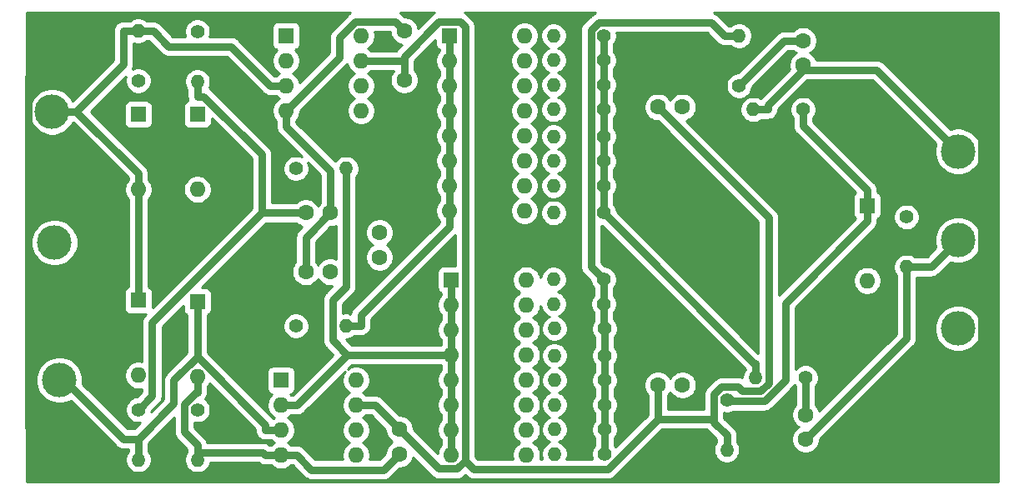
<source format=gbr>
%TF.GenerationSoftware,KiCad,Pcbnew,5.1.10*%
%TF.CreationDate,2021-07-04T18:49:20+02:00*%
%TF.ProjectId,tht-dip,7468742d-6469-4702-9e6b-696361645f70,rev?*%
%TF.SameCoordinates,Original*%
%TF.FileFunction,Copper,L2,Bot*%
%TF.FilePolarity,Positive*%
%FSLAX46Y46*%
G04 Gerber Fmt 4.6, Leading zero omitted, Abs format (unit mm)*
G04 Created by KiCad (PCBNEW 5.1.10) date 2021-07-04 18:49:20*
%MOMM*%
%LPD*%
G01*
G04 APERTURE LIST*
%TA.AperFunction,ComponentPad*%
%ADD10C,1.600000*%
%TD*%
%TA.AperFunction,ComponentPad*%
%ADD11O,1.600000X1.600000*%
%TD*%
%TA.AperFunction,ComponentPad*%
%ADD12R,1.600000X1.600000*%
%TD*%
%TA.AperFunction,ComponentPad*%
%ADD13C,3.500000*%
%TD*%
%TA.AperFunction,ComponentPad*%
%ADD14O,1.400000X1.400000*%
%TD*%
%TA.AperFunction,ComponentPad*%
%ADD15C,1.400000*%
%TD*%
%TA.AperFunction,ViaPad*%
%ADD16C,0.800000*%
%TD*%
%TA.AperFunction,Conductor*%
%ADD17C,0.800000*%
%TD*%
%TA.AperFunction,Conductor*%
%ADD18C,0.254000*%
%TD*%
%TA.AperFunction,Conductor*%
%ADD19C,0.100000*%
%TD*%
G04 APERTURE END LIST*
D10*
%TO.P,C2,1*%
%TO.N,VCC*%
X99750000Y-69500000D03*
%TO.P,C2,2*%
%TO.N,V-*%
X102250000Y-69500000D03*
%TD*%
%TO.P,C3,2*%
%TO.N,V-*%
X73500000Y-76500000D03*
%TO.P,C3,1*%
%TO.N,VCC*%
X73500000Y-74000000D03*
%TD*%
%TO.P,C4,2*%
%TO.N,Net-(C4-Pad2)*%
X114500000Y-34500000D03*
%TO.P,C4,1*%
%TO.N,/2*%
X114500000Y-37000000D03*
%TD*%
%TO.P,C5,1*%
%TO.N,/3*%
X114750000Y-75000000D03*
%TO.P,C5,2*%
%TO.N,Net-(C5-Pad2)*%
X114750000Y-72500000D03*
%TD*%
%TO.P,C6,1*%
%TO.N,V-*%
X64000000Y-58000000D03*
%TO.P,C6,2*%
%TO.N,Net-(C6-Pad2)*%
X66500000Y-58000000D03*
%TD*%
%TO.P,C7,2*%
%TO.N,V-*%
X66500000Y-52000000D03*
%TO.P,C7,1*%
%TO.N,Net-(C7-Pad1)*%
X64000000Y-52000000D03*
%TD*%
%TO.P,C8,1*%
%TO.N,V-*%
X71500000Y-54000000D03*
%TO.P,C8,2*%
%TO.N,Net-(C8-Pad2)*%
X71500000Y-56500000D03*
%TD*%
D11*
%TO.P,D1,2*%
%TO.N,V-*%
X121000000Y-58870000D03*
D12*
%TO.P,D1,1*%
%TO.N,Net-(D1-Pad1)*%
X121000000Y-51250000D03*
%TD*%
%TO.P,D2,1*%
%TO.N,VCC*%
X47000000Y-42000000D03*
D11*
%TO.P,D2,2*%
%TO.N,ind*%
X47000000Y-49620000D03*
%TD*%
%TO.P,D3,2*%
%TO.N,V-*%
X47000000Y-68500000D03*
D12*
%TO.P,D3,1*%
%TO.N,ind*%
X47000000Y-60880000D03*
%TD*%
%TO.P,D4,1*%
%TO.N,VCC*%
X53000000Y-42000000D03*
D11*
%TO.P,D4,2*%
%TO.N,Net-(D4-Pad2)*%
X53000000Y-49620000D03*
%TD*%
D12*
%TO.P,D5,1*%
%TO.N,Net-(D4-Pad2)*%
X53000000Y-61000000D03*
D11*
%TO.P,D5,2*%
%TO.N,V-*%
X53000000Y-68620000D03*
%TD*%
D13*
%TO.P,J1,1*%
%TO.N,/2*%
X130250000Y-45750000D03*
%TD*%
%TO.P,J2,1*%
%TO.N,/3*%
X130250000Y-54750000D03*
%TD*%
%TO.P,J3,1*%
%TO.N,ind*%
X38250000Y-41750000D03*
%TD*%
%TO.P,J4,1*%
%TO.N,Net-(D4-Pad2)*%
X39000000Y-69000000D03*
%TD*%
%TO.P,J5,1*%
%TO.N,V-*%
X130250000Y-63750000D03*
%TD*%
%TO.P,J6,1*%
%TO.N,V-*%
X38500000Y-55000000D03*
%TD*%
%TO.P,J7,1*%
%TO.N,Earth*%
X39000000Y-35000000D03*
%TD*%
%TO.P,J8,1*%
%TO.N,Earth*%
X39000000Y-77000000D03*
%TD*%
%TO.P,J9,1*%
%TO.N,Earth*%
X131000000Y-35000000D03*
%TD*%
%TO.P,J10,1*%
%TO.N,Earth*%
X131000000Y-76000000D03*
%TD*%
D14*
%TO.P,R1,2*%
%TO.N,VCC*%
X106750000Y-76080000D03*
D15*
%TO.P,R1,1*%
%TO.N,Net-(D1-Pad1)*%
X106750000Y-71000000D03*
%TD*%
%TO.P,R2,1*%
%TO.N,VCC*%
X53000000Y-33580000D03*
D14*
%TO.P,R2,2*%
%TO.N,Net-(C7-Pad1)*%
X53000000Y-38660000D03*
%TD*%
D15*
%TO.P,R3,1*%
%TO.N,Net-(C7-Pad1)*%
X47000000Y-38580000D03*
D14*
%TO.P,R3,2*%
%TO.N,ind*%
X47000000Y-33500000D03*
%TD*%
D15*
%TO.P,R4,1*%
%TO.N,Net-(C7-Pad1)*%
X47000000Y-72000000D03*
D14*
%TO.P,R4,2*%
%TO.N,Net-(D4-Pad2)*%
X47000000Y-77080000D03*
%TD*%
D15*
%TO.P,R5,1*%
%TO.N,Net-(D1-Pad1)*%
X114500000Y-41500000D03*
D14*
%TO.P,R5,2*%
%TO.N,/2*%
X109420000Y-41500000D03*
%TD*%
%TO.P,R6,2*%
%TO.N,/3*%
X125000000Y-57500000D03*
D15*
%TO.P,R6,1*%
%TO.N,Net-(D1-Pad1)*%
X125000000Y-52420000D03*
%TD*%
D14*
%TO.P,R7,2*%
%TO.N,ResOUT*%
X108000000Y-34000000D03*
D15*
%TO.P,R7,1*%
%TO.N,Net-(C4-Pad2)*%
X108000000Y-39080000D03*
%TD*%
D14*
%TO.P,R8,2*%
%TO.N,ResOUT2*%
X109670000Y-68750000D03*
D15*
%TO.P,R8,1*%
%TO.N,Net-(C5-Pad2)*%
X114750000Y-68750000D03*
%TD*%
D14*
%TO.P,R9,2*%
%TO.N,ResIN*%
X68080000Y-47500000D03*
D15*
%TO.P,R9,1*%
%TO.N,Net-(C6-Pad2)*%
X63000000Y-47500000D03*
%TD*%
%TO.P,R10,1*%
%TO.N,Net-(C7-Pad1)*%
X53000000Y-72000000D03*
D14*
%TO.P,R10,2*%
%TO.N,V-*%
X53000000Y-77080000D03*
%TD*%
D15*
%TO.P,R11,1*%
%TO.N,Net-(C8-Pad2)*%
X63000000Y-63500000D03*
D14*
%TO.P,R11,2*%
%TO.N,ResIN1*%
X68080000Y-63500000D03*
%TD*%
%TO.P,R12,2*%
%TO.N,Net-(R12-Pad2)*%
X89170000Y-58750000D03*
D15*
%TO.P,R12,1*%
%TO.N,ResOUT*%
X94250000Y-58750000D03*
%TD*%
%TO.P,R13,1*%
%TO.N,ResOUT*%
X94250000Y-61250000D03*
D14*
%TO.P,R13,2*%
%TO.N,Net-(R13-Pad2)*%
X89170000Y-61250000D03*
%TD*%
%TO.P,R14,2*%
%TO.N,Net-(R14-Pad2)*%
X89250000Y-63750000D03*
D15*
%TO.P,R14,1*%
%TO.N,ResOUT*%
X94330000Y-63750000D03*
%TD*%
%TO.P,R15,1*%
%TO.N,ResOUT*%
X94330000Y-66500000D03*
D14*
%TO.P,R15,2*%
%TO.N,Net-(R15-Pad2)*%
X89250000Y-66500000D03*
%TD*%
%TO.P,R16,2*%
%TO.N,Net-(R16-Pad2)*%
X89250000Y-69000000D03*
D15*
%TO.P,R16,1*%
%TO.N,ResOUT*%
X94330000Y-69000000D03*
%TD*%
%TO.P,R17,1*%
%TO.N,ResOUT*%
X94330000Y-71500000D03*
D14*
%TO.P,R17,2*%
%TO.N,Net-(R17-Pad2)*%
X89250000Y-71500000D03*
%TD*%
%TO.P,R18,2*%
%TO.N,Net-(R18-Pad2)*%
X89250000Y-74000000D03*
D15*
%TO.P,R18,1*%
%TO.N,ResOUT*%
X94330000Y-74000000D03*
%TD*%
%TO.P,R19,1*%
%TO.N,ResOUT*%
X94330000Y-76500000D03*
D14*
%TO.P,R19,2*%
%TO.N,Net-(R19-Pad2)*%
X89250000Y-76500000D03*
%TD*%
%TO.P,R20,2*%
%TO.N,Net-(R20-Pad2)*%
X89170000Y-34000000D03*
D15*
%TO.P,R20,1*%
%TO.N,ResOUT2*%
X94250000Y-34000000D03*
%TD*%
%TO.P,R21,1*%
%TO.N,ResOUT2*%
X94250000Y-36500000D03*
D14*
%TO.P,R21,2*%
%TO.N,Net-(R21-Pad2)*%
X89170000Y-36500000D03*
%TD*%
%TO.P,R22,2*%
%TO.N,Net-(R22-Pad2)*%
X89170000Y-39000000D03*
D15*
%TO.P,R22,1*%
%TO.N,ResOUT2*%
X94250000Y-39000000D03*
%TD*%
%TO.P,R23,1*%
%TO.N,ResOUT2*%
X94250000Y-41500000D03*
D14*
%TO.P,R23,2*%
%TO.N,Net-(R23-Pad2)*%
X89170000Y-41500000D03*
%TD*%
%TO.P,R24,2*%
%TO.N,Net-(R24-Pad2)*%
X89170000Y-44250000D03*
D15*
%TO.P,R24,1*%
%TO.N,ResOUT2*%
X94250000Y-44250000D03*
%TD*%
%TO.P,R25,1*%
%TO.N,ResOUT2*%
X94250000Y-46750000D03*
D14*
%TO.P,R25,2*%
%TO.N,Net-(R25-Pad2)*%
X89170000Y-46750000D03*
%TD*%
%TO.P,R26,2*%
%TO.N,Net-(R26-Pad2)*%
X89170000Y-49250000D03*
D15*
%TO.P,R26,1*%
%TO.N,ResOUT2*%
X94250000Y-49250000D03*
%TD*%
%TO.P,R27,1*%
%TO.N,ResOUT2*%
X94250000Y-52000000D03*
D14*
%TO.P,R27,2*%
%TO.N,Net-(R27-Pad2)*%
X89170000Y-52000000D03*
%TD*%
D12*
%TO.P,SW1,1*%
%TO.N,ResIN*%
X78800000Y-58800000D03*
D11*
%TO.P,SW1,9*%
%TO.N,Net-(R19-Pad2)*%
X86420000Y-76580000D03*
%TO.P,SW1,2*%
%TO.N,ResIN*%
X78800000Y-61340000D03*
%TO.P,SW1,10*%
%TO.N,Net-(R18-Pad2)*%
X86420000Y-74040000D03*
%TO.P,SW1,3*%
%TO.N,ResIN*%
X78800000Y-63880000D03*
%TO.P,SW1,11*%
%TO.N,Net-(R17-Pad2)*%
X86420000Y-71500000D03*
%TO.P,SW1,4*%
%TO.N,ResIN*%
X78800000Y-66420000D03*
%TO.P,SW1,12*%
%TO.N,Net-(R16-Pad2)*%
X86420000Y-68960000D03*
%TO.P,SW1,5*%
%TO.N,ResIN*%
X78800000Y-68960000D03*
%TO.P,SW1,13*%
%TO.N,Net-(R15-Pad2)*%
X86420000Y-66420000D03*
%TO.P,SW1,6*%
%TO.N,ResIN*%
X78800000Y-71500000D03*
%TO.P,SW1,14*%
%TO.N,Net-(R14-Pad2)*%
X86420000Y-63880000D03*
%TO.P,SW1,7*%
%TO.N,ResIN*%
X78800000Y-74040000D03*
%TO.P,SW1,15*%
%TO.N,Net-(R13-Pad2)*%
X86420000Y-61340000D03*
%TO.P,SW1,8*%
%TO.N,ResIN*%
X78800000Y-76580000D03*
%TO.P,SW1,16*%
%TO.N,Net-(R12-Pad2)*%
X86420000Y-58800000D03*
%TD*%
D12*
%TO.P,SW2,1*%
%TO.N,ResIN1*%
X78600000Y-34000000D03*
D11*
%TO.P,SW2,9*%
%TO.N,Net-(R27-Pad2)*%
X86220000Y-51780000D03*
%TO.P,SW2,2*%
%TO.N,ResIN1*%
X78600000Y-36540000D03*
%TO.P,SW2,10*%
%TO.N,Net-(R26-Pad2)*%
X86220000Y-49240000D03*
%TO.P,SW2,3*%
%TO.N,ResIN1*%
X78600000Y-39080000D03*
%TO.P,SW2,11*%
%TO.N,Net-(R25-Pad2)*%
X86220000Y-46700000D03*
%TO.P,SW2,4*%
%TO.N,ResIN1*%
X78600000Y-41620000D03*
%TO.P,SW2,12*%
%TO.N,Net-(R24-Pad2)*%
X86220000Y-44160000D03*
%TO.P,SW2,5*%
%TO.N,ResIN1*%
X78600000Y-44160000D03*
%TO.P,SW2,13*%
%TO.N,Net-(R23-Pad2)*%
X86220000Y-41620000D03*
%TO.P,SW2,6*%
%TO.N,ResIN1*%
X78600000Y-46700000D03*
%TO.P,SW2,14*%
%TO.N,Net-(R22-Pad2)*%
X86220000Y-39080000D03*
%TO.P,SW2,7*%
%TO.N,ResIN1*%
X78600000Y-49240000D03*
%TO.P,SW2,15*%
%TO.N,Net-(R21-Pad2)*%
X86220000Y-36540000D03*
%TO.P,SW2,8*%
%TO.N,ResIN1*%
X78600000Y-51780000D03*
%TO.P,SW2,16*%
%TO.N,Net-(R20-Pad2)*%
X86220000Y-34000000D03*
%TD*%
%TO.P,U1,8*%
%TO.N,Net-(U1-Pad8)*%
X69120000Y-69000000D03*
%TO.P,U1,4*%
%TO.N,V-*%
X61500000Y-76620000D03*
%TO.P,U1,7*%
%TO.N,VCC*%
X69120000Y-71540000D03*
%TO.P,U1,3*%
%TO.N,Net-(D4-Pad2)*%
X61500000Y-74080000D03*
%TO.P,U1,6*%
%TO.N,ResOUT*%
X69120000Y-74080000D03*
%TO.P,U1,2*%
%TO.N,ResIN*%
X61500000Y-71540000D03*
%TO.P,U1,5*%
%TO.N,Net-(U1-Pad5)*%
X69120000Y-76620000D03*
D12*
%TO.P,U1,1*%
%TO.N,Net-(U1-Pad1)*%
X61500000Y-69000000D03*
%TD*%
%TO.P,U2,1*%
%TO.N,Net-(U2-Pad1)*%
X62000000Y-34000000D03*
D11*
%TO.P,U2,5*%
%TO.N,Net-(U2-Pad5)*%
X69620000Y-41620000D03*
%TO.P,U2,2*%
%TO.N,ResIN1*%
X62000000Y-36540000D03*
%TO.P,U2,6*%
%TO.N,ResOUT2*%
X69620000Y-39080000D03*
%TO.P,U2,3*%
%TO.N,ind*%
X62000000Y-39080000D03*
%TO.P,U2,7*%
%TO.N,VCC*%
X69620000Y-36540000D03*
%TO.P,U2,4*%
%TO.N,V-*%
X62000000Y-41620000D03*
%TO.P,U2,8*%
%TO.N,Net-(U2-Pad8)*%
X69620000Y-34000000D03*
%TD*%
D10*
%TO.P,C1,1*%
%TO.N,VCC*%
X74000000Y-38500000D03*
%TO.P,C1,2*%
%TO.N,V-*%
X74000000Y-33500000D03*
%TD*%
%TO.P,C9,1*%
%TO.N,V-*%
X102250000Y-41250000D03*
%TO.P,C9,2*%
%TO.N,VCC*%
X99750000Y-41250000D03*
%TD*%
D16*
%TO.N,Earth*%
X82500000Y-39000000D03*
X83000000Y-71500000D03*
X95000000Y-55500000D03*
X49500000Y-55000000D03*
X60000000Y-55000000D03*
X72000000Y-47500000D03*
X76000000Y-59000000D03*
X50500000Y-65000000D03*
X56000000Y-73000000D03*
X65000000Y-74000000D03*
X74000000Y-69000000D03*
X71000000Y-73500000D03*
X76000000Y-32000000D03*
X67500000Y-39000000D03*
X67000000Y-32000000D03*
X74000000Y-41000000D03*
X69500000Y-55250000D03*
X66500000Y-54500000D03*
X72000000Y-35000000D03*
%TD*%
D17*
%TO.N,V-*%
X61500000Y-76620000D02*
X59900000Y-76620000D01*
X53000000Y-76330000D02*
X59610000Y-76330000D01*
X59610000Y-76330000D02*
X59900000Y-76620000D01*
X53000000Y-76330000D02*
X53000000Y-75580000D01*
X53000000Y-77080000D02*
X53000000Y-76330000D01*
X74000000Y-33500000D02*
X73056000Y-32556000D01*
X73056000Y-32556000D02*
X69038900Y-32556000D01*
X69038900Y-32556000D02*
X67441900Y-34153000D01*
X67441900Y-34153000D02*
X67441900Y-36178100D01*
X67441900Y-36178100D02*
X62000000Y-41620000D01*
X53000000Y-68620000D02*
X53000000Y-70220000D01*
X53000000Y-70220000D02*
X52871900Y-70220000D01*
X52871900Y-70220000D02*
X51687900Y-71404000D01*
X51687900Y-71404000D02*
X51687900Y-74267900D01*
X51687900Y-74267900D02*
X53000000Y-75580000D01*
X66500000Y-52000000D02*
X64000000Y-54500000D01*
X64000000Y-54500000D02*
X64000000Y-58000000D01*
X62000000Y-43220000D02*
X66500000Y-47720000D01*
X66500000Y-47720000D02*
X66500000Y-52000000D01*
X61500000Y-76620000D02*
X63100000Y-76620000D01*
X63100000Y-76620000D02*
X64566200Y-78086200D01*
X64566200Y-78086200D02*
X71913800Y-78086200D01*
X71913800Y-78086200D02*
X73500000Y-76500000D01*
X62000000Y-41620000D02*
X62000000Y-43220000D01*
%TO.N,VCC*%
X106750000Y-76080000D02*
X106750000Y-74580000D01*
X105435200Y-72948000D02*
X105435200Y-70457400D01*
X105435200Y-70457400D02*
X106231400Y-69661200D01*
X106231400Y-69661200D02*
X107931700Y-69661200D01*
X107931700Y-69661200D02*
X108350100Y-70079600D01*
X108350100Y-70079600D02*
X110190900Y-70079600D01*
X110190900Y-70079600D02*
X110984500Y-69286000D01*
X110984500Y-69286000D02*
X110984500Y-52484500D01*
X110984500Y-52484500D02*
X99750000Y-41250000D01*
X106750000Y-74580000D02*
X105435200Y-73265200D01*
X105435200Y-73265200D02*
X105435200Y-72948000D01*
X105435200Y-72948000D02*
X99750000Y-72948000D01*
X80200400Y-77167900D02*
X81057700Y-78025200D01*
X81057700Y-78025200D02*
X94672800Y-78025200D01*
X94672800Y-78025200D02*
X99750000Y-72948000D01*
X73500000Y-74000000D02*
X77496000Y-77996000D01*
X77496000Y-77996000D02*
X79372300Y-77996000D01*
X79372300Y-77996000D02*
X80200400Y-77167900D01*
X74000000Y-36540000D02*
X74000000Y-36121800D01*
X74000000Y-36121800D02*
X77522200Y-32599600D01*
X77522200Y-32599600D02*
X79690600Y-32599600D01*
X79690600Y-32599600D02*
X80200400Y-33109400D01*
X80200400Y-33109400D02*
X80200400Y-77167900D01*
X74000000Y-38500000D02*
X74000000Y-36540000D01*
X74000000Y-36540000D02*
X71220000Y-36540000D01*
X99750000Y-72948000D02*
X99750000Y-69500000D01*
X69620000Y-36540000D02*
X71220000Y-36540000D01*
X69120000Y-71540000D02*
X71040000Y-71540000D01*
X71040000Y-71540000D02*
X73500000Y-74000000D01*
%TO.N,Net-(C4-Pad2)*%
X108000000Y-39080000D02*
X112580000Y-34500000D01*
X112580000Y-34500000D02*
X114500000Y-34500000D01*
%TO.N,/2*%
X114500000Y-37485600D02*
X121985600Y-37485600D01*
X121985600Y-37485600D02*
X130250000Y-45750000D01*
X110920000Y-41500000D02*
X110920000Y-41065600D01*
X110920000Y-41065600D02*
X114500000Y-37485600D01*
X114500000Y-37485600D02*
X114500000Y-37000000D01*
X109420000Y-41500000D02*
X110920000Y-41500000D01*
%TO.N,/3*%
X125000000Y-57500000D02*
X125000000Y-64750000D01*
X125000000Y-64750000D02*
X114750000Y-75000000D01*
X125000000Y-57500000D02*
X127500000Y-57500000D01*
X127500000Y-57500000D02*
X130250000Y-54750000D01*
%TO.N,Net-(C5-Pad2)*%
X114750000Y-68750000D02*
X114750000Y-72500000D01*
%TO.N,Net-(C7-Pad1)*%
X53000000Y-38660000D02*
X53000000Y-40160000D01*
X59549700Y-52000000D02*
X64000000Y-52000000D01*
X47000000Y-72000000D02*
X48400400Y-70599600D01*
X48400400Y-70599600D02*
X48400400Y-63149300D01*
X48400400Y-63149300D02*
X59549700Y-52000000D01*
X53000000Y-40160000D02*
X53656200Y-40160000D01*
X53656200Y-40160000D02*
X59549700Y-46053500D01*
X59549700Y-46053500D02*
X59549700Y-52000000D01*
%TO.N,Net-(D1-Pad1)*%
X121000000Y-51250000D02*
X121000000Y-49650000D01*
X114500000Y-41500000D02*
X114500000Y-43150000D01*
X114500000Y-43150000D02*
X121000000Y-49650000D01*
X106750000Y-71000000D02*
X106875000Y-71125000D01*
X106875000Y-71125000D02*
X110560200Y-71125000D01*
X110560200Y-71125000D02*
X112699400Y-68985800D01*
X112699400Y-68985800D02*
X112699400Y-61150600D01*
X112699400Y-61150600D02*
X121000000Y-52850000D01*
X121000000Y-51250000D02*
X121000000Y-52850000D01*
%TO.N,ind*%
X47000000Y-33500000D02*
X48500000Y-33500000D01*
X62000000Y-39080000D02*
X60400000Y-39080000D01*
X60400000Y-39080000D02*
X56418500Y-35098500D01*
X56418500Y-35098500D02*
X50098500Y-35098500D01*
X50098500Y-35098500D02*
X48500000Y-33500000D01*
X40700000Y-41720000D02*
X47000000Y-48020000D01*
X45500000Y-33500000D02*
X45500000Y-36920000D01*
X45500000Y-36920000D02*
X40700000Y-41720000D01*
X40700000Y-41720000D02*
X38280000Y-41720000D01*
X38280000Y-41720000D02*
X38250000Y-41750000D01*
X47000000Y-49620000D02*
X47000000Y-48020000D01*
X47000000Y-33500000D02*
X45500000Y-33500000D01*
X47000000Y-49620000D02*
X47000000Y-60880000D01*
%TO.N,Net-(D4-Pad2)*%
X47000000Y-74967900D02*
X45467900Y-74967900D01*
X45467900Y-74967900D02*
X38500000Y-68000000D01*
X53005000Y-66622100D02*
X50610200Y-69016900D01*
X50610200Y-69016900D02*
X50610200Y-71357700D01*
X50610200Y-71357700D02*
X47000000Y-74967900D01*
X47000000Y-74967900D02*
X47000000Y-75580000D01*
X53000000Y-62600000D02*
X53000000Y-66617100D01*
X53000000Y-66617100D02*
X53005000Y-66622100D01*
X53005000Y-66622100D02*
X59900000Y-73517100D01*
X59900000Y-73517100D02*
X59900000Y-74080000D01*
X47000000Y-77080000D02*
X47000000Y-75580000D01*
X53000000Y-61000000D02*
X53000000Y-62600000D01*
X61500000Y-74080000D02*
X59900000Y-74080000D01*
%TO.N,Earth*%
X39000000Y-77000000D02*
X35837800Y-73837800D01*
X35837800Y-73837800D02*
X35837800Y-38162200D01*
X35837800Y-38162200D02*
X39000000Y-35000000D01*
X131000000Y-76000000D02*
X132605500Y-74394500D01*
X132605500Y-74394500D02*
X132605500Y-36605500D01*
X132605500Y-36605500D02*
X131000000Y-35000000D01*
%TO.N,ResOUT*%
X94250000Y-58750000D02*
X92949200Y-57449200D01*
X92949200Y-57449200D02*
X92949200Y-33426000D01*
X92949200Y-33426000D02*
X93723900Y-32651300D01*
X93723900Y-32651300D02*
X105151300Y-32651300D01*
X105151300Y-32651300D02*
X106500000Y-34000000D01*
X94250000Y-61250000D02*
X94250000Y-58750000D01*
X108000000Y-34000000D02*
X106500000Y-34000000D01*
X94330000Y-63750000D02*
X94250000Y-63670000D01*
X94250000Y-63670000D02*
X94250000Y-61250000D01*
X94330000Y-66500000D02*
X94330000Y-63750000D01*
X94330000Y-69000000D02*
X94330000Y-66500000D01*
X94330000Y-71500000D02*
X94330000Y-69000000D01*
X94330000Y-74000000D02*
X94330000Y-71500000D01*
X94330000Y-76500000D02*
X94330000Y-74000000D01*
%TO.N,ResOUT2*%
X109670000Y-68750000D02*
X109670000Y-67250000D01*
X94250000Y-52000000D02*
X109500000Y-67250000D01*
X109500000Y-67250000D02*
X109670000Y-67250000D01*
X94250000Y-52000000D02*
X94250000Y-49250000D01*
X94250000Y-36500000D02*
X94250000Y-34000000D01*
X94250000Y-39000000D02*
X94250000Y-36500000D01*
X94250000Y-44250000D02*
X94250000Y-41500000D01*
X94250000Y-46750000D02*
X94250000Y-44250000D01*
X94250000Y-49250000D02*
X94250000Y-46750000D01*
X94250000Y-41500000D02*
X94250000Y-39000000D01*
%TO.N,ResIN*%
X68220000Y-66420000D02*
X78800000Y-66420000D01*
X63100000Y-71540000D02*
X68220000Y-66420000D01*
X68220000Y-66420000D02*
X66731700Y-64931700D01*
X66731700Y-64931700D02*
X66731700Y-60849500D01*
X66731700Y-60849500D02*
X68080000Y-59501200D01*
X68080000Y-59501200D02*
X68080000Y-47500000D01*
X61500000Y-71540000D02*
X63100000Y-71540000D01*
X78800000Y-61340000D02*
X78800000Y-58800000D01*
X78800000Y-63880000D02*
X78800000Y-61340000D01*
X78800000Y-66420000D02*
X78800000Y-63880000D01*
X78800000Y-68960000D02*
X78800000Y-66420000D01*
X78800000Y-71500000D02*
X78800000Y-68960000D01*
X78800000Y-74040000D02*
X78800000Y-71500000D01*
X78800000Y-76580000D02*
X78800000Y-74040000D01*
%TO.N,ResIN1*%
X68080000Y-63500000D02*
X69580000Y-63500000D01*
X78600000Y-51780000D02*
X78600000Y-53380000D01*
X78600000Y-53380000D02*
X69580000Y-62400000D01*
X69580000Y-62400000D02*
X69580000Y-63500000D01*
X78600000Y-49240000D02*
X78600000Y-51780000D01*
X78600000Y-36540000D02*
X78600000Y-34000000D01*
X78600000Y-39080000D02*
X78600000Y-36540000D01*
X78600000Y-41620000D02*
X78600000Y-39080000D01*
X78600000Y-44160000D02*
X78600000Y-41620000D01*
X78600000Y-46700000D02*
X78600000Y-44160000D01*
X78600000Y-49240000D02*
X78600000Y-46700000D01*
%TD*%
D18*
%TO.N,Earth*%
X68461102Y-31691266D02*
X68407976Y-31734866D01*
X68303504Y-31820604D01*
X68271097Y-31860092D01*
X66745997Y-33385193D01*
X66706504Y-33417604D01*
X66577166Y-33575203D01*
X66481059Y-33755008D01*
X66421876Y-33950106D01*
X66406900Y-34102163D01*
X66406900Y-34102172D01*
X66401894Y-34153000D01*
X66406900Y-34203828D01*
X66406901Y-35749388D01*
X63398935Y-38757355D01*
X63379853Y-38661426D01*
X63271680Y-38400273D01*
X63114637Y-38165241D01*
X62914759Y-37965363D01*
X62682241Y-37810000D01*
X62914759Y-37654637D01*
X63114637Y-37454759D01*
X63271680Y-37219727D01*
X63379853Y-36958574D01*
X63435000Y-36681335D01*
X63435000Y-36398665D01*
X63379853Y-36121426D01*
X63271680Y-35860273D01*
X63114637Y-35625241D01*
X62916039Y-35426643D01*
X62924482Y-35425812D01*
X63044180Y-35389502D01*
X63154494Y-35330537D01*
X63251185Y-35251185D01*
X63330537Y-35154494D01*
X63389502Y-35044180D01*
X63425812Y-34924482D01*
X63438072Y-34800000D01*
X63438072Y-33200000D01*
X63425812Y-33075518D01*
X63389502Y-32955820D01*
X63330537Y-32845506D01*
X63251185Y-32748815D01*
X63154494Y-32669463D01*
X63044180Y-32610498D01*
X62924482Y-32574188D01*
X62800000Y-32561928D01*
X61200000Y-32561928D01*
X61075518Y-32574188D01*
X60955820Y-32610498D01*
X60845506Y-32669463D01*
X60748815Y-32748815D01*
X60669463Y-32845506D01*
X60610498Y-32955820D01*
X60574188Y-33075518D01*
X60561928Y-33200000D01*
X60561928Y-34800000D01*
X60574188Y-34924482D01*
X60610498Y-35044180D01*
X60669463Y-35154494D01*
X60748815Y-35251185D01*
X60845506Y-35330537D01*
X60955820Y-35389502D01*
X61075518Y-35425812D01*
X61083961Y-35426643D01*
X60885363Y-35625241D01*
X60728320Y-35860273D01*
X60620147Y-36121426D01*
X60565000Y-36398665D01*
X60565000Y-36681335D01*
X60620147Y-36958574D01*
X60728320Y-37219727D01*
X60885363Y-37454759D01*
X61085241Y-37654637D01*
X61317759Y-37810000D01*
X61085241Y-37965363D01*
X61005604Y-38045000D01*
X60828711Y-38045000D01*
X57186307Y-34402597D01*
X57153896Y-34363104D01*
X56996297Y-34233766D01*
X56816493Y-34137659D01*
X56621395Y-34078476D01*
X56469338Y-34063500D01*
X56469328Y-34063500D01*
X56418500Y-34058494D01*
X56367672Y-34063500D01*
X54244721Y-34063500D01*
X54283696Y-33969405D01*
X54335000Y-33711486D01*
X54335000Y-33448514D01*
X54283696Y-33190595D01*
X54183061Y-32947641D01*
X54036962Y-32728987D01*
X53851013Y-32543038D01*
X53632359Y-32396939D01*
X53389405Y-32296304D01*
X53131486Y-32245000D01*
X52868514Y-32245000D01*
X52610595Y-32296304D01*
X52367641Y-32396939D01*
X52148987Y-32543038D01*
X51963038Y-32728987D01*
X51816939Y-32947641D01*
X51716304Y-33190595D01*
X51665000Y-33448514D01*
X51665000Y-33711486D01*
X51716304Y-33969405D01*
X51755279Y-34063500D01*
X50527211Y-34063500D01*
X49267807Y-32804097D01*
X49235396Y-32764604D01*
X49077797Y-32635266D01*
X48897993Y-32539159D01*
X48702895Y-32479976D01*
X48550838Y-32465000D01*
X48550828Y-32465000D01*
X48500000Y-32459994D01*
X48449172Y-32465000D01*
X47852975Y-32465000D01*
X47851013Y-32463038D01*
X47632359Y-32316939D01*
X47389405Y-32216304D01*
X47131486Y-32165000D01*
X46868514Y-32165000D01*
X46610595Y-32216304D01*
X46367641Y-32316939D01*
X46148987Y-32463038D01*
X46147025Y-32465000D01*
X45550838Y-32465000D01*
X45500000Y-32459993D01*
X45449162Y-32465000D01*
X45297105Y-32479976D01*
X45102007Y-32539159D01*
X44922203Y-32635266D01*
X44764604Y-32764604D01*
X44635266Y-32922203D01*
X44539159Y-33102007D01*
X44479976Y-33297105D01*
X44459993Y-33500000D01*
X44465000Y-33550838D01*
X44465001Y-36491288D01*
X40352525Y-40603765D01*
X40102550Y-40229651D01*
X39770349Y-39897450D01*
X39379721Y-39636440D01*
X38945679Y-39456654D01*
X38484902Y-39365000D01*
X38015098Y-39365000D01*
X37554321Y-39456654D01*
X37120279Y-39636440D01*
X36729651Y-39897450D01*
X36397450Y-40229651D01*
X36136440Y-40620279D01*
X35956654Y-41054321D01*
X35865000Y-41515098D01*
X35865000Y-41984902D01*
X35956654Y-42445679D01*
X36136440Y-42879721D01*
X36397450Y-43270349D01*
X36729651Y-43602550D01*
X37120279Y-43863560D01*
X37554321Y-44043346D01*
X38015098Y-44135000D01*
X38484902Y-44135000D01*
X38945679Y-44043346D01*
X39379721Y-43863560D01*
X39770349Y-43602550D01*
X40102550Y-43270349D01*
X40363560Y-42879721D01*
X40373065Y-42856775D01*
X45965001Y-48448712D01*
X45965001Y-48625603D01*
X45885363Y-48705241D01*
X45728320Y-48940273D01*
X45620147Y-49201426D01*
X45565000Y-49478665D01*
X45565000Y-49761335D01*
X45620147Y-50038574D01*
X45728320Y-50299727D01*
X45885363Y-50534759D01*
X45965000Y-50614396D01*
X45965001Y-59487713D01*
X45955820Y-59490498D01*
X45845506Y-59549463D01*
X45748815Y-59628815D01*
X45669463Y-59725506D01*
X45610498Y-59835820D01*
X45574188Y-59955518D01*
X45561928Y-60080000D01*
X45561928Y-61680000D01*
X45574188Y-61804482D01*
X45610498Y-61924180D01*
X45669463Y-62034494D01*
X45748815Y-62131185D01*
X45845506Y-62210537D01*
X45955820Y-62269502D01*
X46075518Y-62305812D01*
X46200000Y-62318072D01*
X47767918Y-62318072D01*
X47704493Y-62381497D01*
X47665005Y-62413904D01*
X47632598Y-62453392D01*
X47632597Y-62453393D01*
X47535666Y-62571503D01*
X47439560Y-62751307D01*
X47380377Y-62946405D01*
X47360394Y-63149300D01*
X47365401Y-63200138D01*
X47365400Y-67109570D01*
X47141335Y-67065000D01*
X46858665Y-67065000D01*
X46581426Y-67120147D01*
X46320273Y-67228320D01*
X46085241Y-67385363D01*
X45885363Y-67585241D01*
X45728320Y-67820273D01*
X45620147Y-68081426D01*
X45565000Y-68358665D01*
X45565000Y-68641335D01*
X45620147Y-68918574D01*
X45728320Y-69179727D01*
X45885363Y-69414759D01*
X46085241Y-69614637D01*
X46320273Y-69771680D01*
X46581426Y-69879853D01*
X46858665Y-69935000D01*
X47141335Y-69935000D01*
X47365400Y-69890430D01*
X47365400Y-70170889D01*
X46871290Y-70665000D01*
X46868514Y-70665000D01*
X46610595Y-70716304D01*
X46367641Y-70816939D01*
X46148987Y-70963038D01*
X45963038Y-71148987D01*
X45816939Y-71367641D01*
X45716304Y-71610595D01*
X45665000Y-71868514D01*
X45665000Y-72131486D01*
X45716304Y-72389405D01*
X45816939Y-72632359D01*
X45963038Y-72851013D01*
X46148987Y-73036962D01*
X46367641Y-73183061D01*
X46610595Y-73283696D01*
X46868514Y-73335000D01*
X47131486Y-73335000D01*
X47178552Y-73325638D01*
X46571290Y-73932900D01*
X45896611Y-73932900D01*
X41354076Y-69390366D01*
X41385000Y-69234902D01*
X41385000Y-68765098D01*
X41293346Y-68304321D01*
X41113560Y-67870279D01*
X40852550Y-67479651D01*
X40520349Y-67147450D01*
X40129721Y-66886440D01*
X39695679Y-66706654D01*
X39234902Y-66615000D01*
X38765098Y-66615000D01*
X38304321Y-66706654D01*
X37870279Y-66886440D01*
X37479651Y-67147450D01*
X37147450Y-67479651D01*
X36886440Y-67870279D01*
X36706654Y-68304321D01*
X36615000Y-68765098D01*
X36615000Y-69234902D01*
X36706654Y-69695679D01*
X36886440Y-70129721D01*
X37147450Y-70520349D01*
X37479651Y-70852550D01*
X37870279Y-71113560D01*
X38304321Y-71293346D01*
X38765098Y-71385000D01*
X39234902Y-71385000D01*
X39695679Y-71293346D01*
X40129721Y-71113560D01*
X40141787Y-71105498D01*
X44700097Y-75663808D01*
X44732504Y-75703296D01*
X44771992Y-75735703D01*
X44890102Y-75832634D01*
X44986209Y-75884004D01*
X45069907Y-75928741D01*
X45265005Y-75987924D01*
X45417062Y-76002900D01*
X45417065Y-76002900D01*
X45467900Y-76007907D01*
X45518735Y-76002900D01*
X45965001Y-76002900D01*
X45965001Y-76227024D01*
X45963038Y-76228987D01*
X45816939Y-76447641D01*
X45716304Y-76690595D01*
X45665000Y-76948514D01*
X45665000Y-77211486D01*
X45716304Y-77469405D01*
X45816939Y-77712359D01*
X45963038Y-77931013D01*
X46148987Y-78116962D01*
X46367641Y-78263061D01*
X46610595Y-78363696D01*
X46868514Y-78415000D01*
X47131486Y-78415000D01*
X47389405Y-78363696D01*
X47632359Y-78263061D01*
X47851013Y-78116962D01*
X48036962Y-77931013D01*
X48183061Y-77712359D01*
X48283696Y-77469405D01*
X48335000Y-77211486D01*
X48335000Y-76948514D01*
X48283696Y-76690595D01*
X48183061Y-76447641D01*
X48036962Y-76228987D01*
X48035000Y-76227025D01*
X48035000Y-75396610D01*
X50652900Y-72778710D01*
X50652901Y-74217062D01*
X50647894Y-74267900D01*
X50667877Y-74470795D01*
X50727060Y-74665893D01*
X50823166Y-74845697D01*
X50917662Y-74960840D01*
X50952505Y-75003296D01*
X50991992Y-75035702D01*
X51965000Y-76008711D01*
X51965000Y-76227025D01*
X51963038Y-76228987D01*
X51816939Y-76447641D01*
X51716304Y-76690595D01*
X51665000Y-76948514D01*
X51665000Y-77211486D01*
X51716304Y-77469405D01*
X51816939Y-77712359D01*
X51963038Y-77931013D01*
X52148987Y-78116962D01*
X52367641Y-78263061D01*
X52610595Y-78363696D01*
X52868514Y-78415000D01*
X53131486Y-78415000D01*
X53389405Y-78363696D01*
X53632359Y-78263061D01*
X53851013Y-78116962D01*
X54036962Y-77931013D01*
X54183061Y-77712359D01*
X54283696Y-77469405D01*
X54304464Y-77365000D01*
X59176307Y-77365000D01*
X59322203Y-77484734D01*
X59502007Y-77580841D01*
X59697105Y-77640024D01*
X59849162Y-77655000D01*
X59849164Y-77655000D01*
X59900000Y-77660007D01*
X59950835Y-77655000D01*
X60505604Y-77655000D01*
X60585241Y-77734637D01*
X60820273Y-77891680D01*
X61081426Y-77999853D01*
X61358665Y-78055000D01*
X61641335Y-78055000D01*
X61918574Y-77999853D01*
X62179727Y-77891680D01*
X62414759Y-77734637D01*
X62494396Y-77655000D01*
X62671290Y-77655000D01*
X63798397Y-78782108D01*
X63830804Y-78821596D01*
X63870292Y-78854003D01*
X63988402Y-78950934D01*
X64084509Y-79002304D01*
X64168207Y-79047041D01*
X64363305Y-79106224D01*
X64515362Y-79121200D01*
X64515364Y-79121200D01*
X64566200Y-79126207D01*
X64617035Y-79121200D01*
X71862972Y-79121200D01*
X71913800Y-79126206D01*
X71964628Y-79121200D01*
X71964638Y-79121200D01*
X72116695Y-79106224D01*
X72311793Y-79047041D01*
X72491597Y-78950934D01*
X72649196Y-78821596D01*
X72681607Y-78782103D01*
X73528711Y-77935000D01*
X73641335Y-77935000D01*
X73918574Y-77879853D01*
X74179727Y-77771680D01*
X74414759Y-77614637D01*
X74614637Y-77414759D01*
X74771680Y-77179727D01*
X74879853Y-76918574D01*
X74892298Y-76856009D01*
X76728197Y-78691908D01*
X76760604Y-78731396D01*
X76800092Y-78763803D01*
X76918202Y-78860734D01*
X76972832Y-78889934D01*
X77098007Y-78956841D01*
X77293105Y-79016024D01*
X77445162Y-79031000D01*
X77445171Y-79031000D01*
X77495999Y-79036006D01*
X77546827Y-79031000D01*
X79321472Y-79031000D01*
X79372300Y-79036006D01*
X79423128Y-79031000D01*
X79423138Y-79031000D01*
X79575195Y-79016024D01*
X79770293Y-78956841D01*
X79950097Y-78860734D01*
X80107696Y-78731396D01*
X80140107Y-78691903D01*
X80200400Y-78631610D01*
X80289897Y-78721108D01*
X80322304Y-78760596D01*
X80361792Y-78793003D01*
X80479902Y-78889934D01*
X80576009Y-78941304D01*
X80659707Y-78986041D01*
X80854805Y-79045224D01*
X81006862Y-79060200D01*
X81006871Y-79060200D01*
X81057699Y-79065206D01*
X81108527Y-79060200D01*
X94621972Y-79060200D01*
X94672800Y-79065206D01*
X94723628Y-79060200D01*
X94723638Y-79060200D01*
X94875695Y-79045224D01*
X95070793Y-78986041D01*
X95250597Y-78889934D01*
X95408196Y-78760596D01*
X95440607Y-78721103D01*
X100178711Y-73983000D01*
X104685363Y-73983000D01*
X104699804Y-74000596D01*
X104739297Y-74033007D01*
X105715001Y-75008711D01*
X105715001Y-75227024D01*
X105713038Y-75228987D01*
X105566939Y-75447641D01*
X105466304Y-75690595D01*
X105415000Y-75948514D01*
X105415000Y-76211486D01*
X105466304Y-76469405D01*
X105566939Y-76712359D01*
X105713038Y-76931013D01*
X105898987Y-77116962D01*
X106117641Y-77263061D01*
X106360595Y-77363696D01*
X106618514Y-77415000D01*
X106881486Y-77415000D01*
X107139405Y-77363696D01*
X107382359Y-77263061D01*
X107601013Y-77116962D01*
X107786962Y-76931013D01*
X107933061Y-76712359D01*
X108033696Y-76469405D01*
X108085000Y-76211486D01*
X108085000Y-75948514D01*
X108033696Y-75690595D01*
X107933061Y-75447641D01*
X107786962Y-75228987D01*
X107785000Y-75227025D01*
X107785000Y-74630835D01*
X107790007Y-74580000D01*
X107779251Y-74470795D01*
X107770024Y-74377105D01*
X107710841Y-74182007D01*
X107640730Y-74050838D01*
X107614734Y-74002202D01*
X107517803Y-73884092D01*
X107485396Y-73844604D01*
X107445908Y-73812197D01*
X106470200Y-72836490D01*
X106470200Y-72305498D01*
X106618514Y-72335000D01*
X106881486Y-72335000D01*
X107139405Y-72283696D01*
X107382359Y-72183061D01*
X107416872Y-72160000D01*
X110509372Y-72160000D01*
X110560200Y-72165006D01*
X110611028Y-72160000D01*
X110611038Y-72160000D01*
X110763095Y-72145024D01*
X110958193Y-72085841D01*
X111137997Y-71989734D01*
X111295596Y-71860396D01*
X111328007Y-71820903D01*
X113395308Y-69753603D01*
X113434796Y-69721196D01*
X113480915Y-69665000D01*
X113564134Y-69563598D01*
X113619201Y-69460574D01*
X113713038Y-69601013D01*
X113715000Y-69602975D01*
X113715001Y-71505603D01*
X113635363Y-71585241D01*
X113478320Y-71820273D01*
X113370147Y-72081426D01*
X113315000Y-72358665D01*
X113315000Y-72641335D01*
X113370147Y-72918574D01*
X113478320Y-73179727D01*
X113635363Y-73414759D01*
X113835241Y-73614637D01*
X114037827Y-73750000D01*
X113835241Y-73885363D01*
X113635363Y-74085241D01*
X113478320Y-74320273D01*
X113370147Y-74581426D01*
X113315000Y-74858665D01*
X113315000Y-75141335D01*
X113370147Y-75418574D01*
X113478320Y-75679727D01*
X113635363Y-75914759D01*
X113835241Y-76114637D01*
X114070273Y-76271680D01*
X114331426Y-76379853D01*
X114608665Y-76435000D01*
X114891335Y-76435000D01*
X115168574Y-76379853D01*
X115429727Y-76271680D01*
X115664759Y-76114637D01*
X115864637Y-75914759D01*
X116021680Y-75679727D01*
X116129853Y-75418574D01*
X116185000Y-75141335D01*
X116185000Y-75028710D01*
X125695908Y-65517803D01*
X125735396Y-65485396D01*
X125767803Y-65445908D01*
X125864734Y-65327798D01*
X125924328Y-65216304D01*
X125960841Y-65147993D01*
X126020024Y-64952895D01*
X126035000Y-64800838D01*
X126035000Y-64800829D01*
X126040006Y-64750001D01*
X126035000Y-64699173D01*
X126035000Y-63515098D01*
X127865000Y-63515098D01*
X127865000Y-63984902D01*
X127956654Y-64445679D01*
X128136440Y-64879721D01*
X128397450Y-65270349D01*
X128729651Y-65602550D01*
X129120279Y-65863560D01*
X129554321Y-66043346D01*
X130015098Y-66135000D01*
X130484902Y-66135000D01*
X130945679Y-66043346D01*
X131379721Y-65863560D01*
X131770349Y-65602550D01*
X132102550Y-65270349D01*
X132363560Y-64879721D01*
X132543346Y-64445679D01*
X132635000Y-63984902D01*
X132635000Y-63515098D01*
X132543346Y-63054321D01*
X132363560Y-62620279D01*
X132102550Y-62229651D01*
X131770349Y-61897450D01*
X131379721Y-61636440D01*
X130945679Y-61456654D01*
X130484902Y-61365000D01*
X130015098Y-61365000D01*
X129554321Y-61456654D01*
X129120279Y-61636440D01*
X128729651Y-61897450D01*
X128397450Y-62229651D01*
X128136440Y-62620279D01*
X127956654Y-63054321D01*
X127865000Y-63515098D01*
X126035000Y-63515098D01*
X126035000Y-58535000D01*
X127449172Y-58535000D01*
X127500000Y-58540006D01*
X127550828Y-58535000D01*
X127550838Y-58535000D01*
X127702895Y-58520024D01*
X127897993Y-58460841D01*
X128077797Y-58364734D01*
X128235396Y-58235396D01*
X128267807Y-58195903D01*
X129459599Y-57004111D01*
X129554321Y-57043346D01*
X130015098Y-57135000D01*
X130484902Y-57135000D01*
X130945679Y-57043346D01*
X131379721Y-56863560D01*
X131770349Y-56602550D01*
X132102550Y-56270349D01*
X132363560Y-55879721D01*
X132543346Y-55445679D01*
X132635000Y-54984902D01*
X132635000Y-54515098D01*
X132543346Y-54054321D01*
X132363560Y-53620279D01*
X132102550Y-53229651D01*
X131770349Y-52897450D01*
X131379721Y-52636440D01*
X130945679Y-52456654D01*
X130484902Y-52365000D01*
X130015098Y-52365000D01*
X129554321Y-52456654D01*
X129120279Y-52636440D01*
X128729651Y-52897450D01*
X128397450Y-53229651D01*
X128136440Y-53620279D01*
X127956654Y-54054321D01*
X127865000Y-54515098D01*
X127865000Y-54984902D01*
X127956654Y-55445679D01*
X127995889Y-55540401D01*
X127071290Y-56465000D01*
X125852975Y-56465000D01*
X125851013Y-56463038D01*
X125632359Y-56316939D01*
X125389405Y-56216304D01*
X125131486Y-56165000D01*
X124868514Y-56165000D01*
X124610595Y-56216304D01*
X124367641Y-56316939D01*
X124148987Y-56463038D01*
X123963038Y-56648987D01*
X123816939Y-56867641D01*
X123716304Y-57110595D01*
X123665000Y-57368514D01*
X123665000Y-57631486D01*
X123716304Y-57889405D01*
X123816939Y-58132359D01*
X123963038Y-58351013D01*
X123965000Y-58352975D01*
X123965001Y-64321288D01*
X116142298Y-72143992D01*
X116129853Y-72081426D01*
X116021680Y-71820273D01*
X115864637Y-71585241D01*
X115785000Y-71505604D01*
X115785000Y-69602975D01*
X115786962Y-69601013D01*
X115933061Y-69382359D01*
X116033696Y-69139405D01*
X116085000Y-68881486D01*
X116085000Y-68618514D01*
X116033696Y-68360595D01*
X115933061Y-68117641D01*
X115786962Y-67898987D01*
X115601013Y-67713038D01*
X115382359Y-67566939D01*
X115139405Y-67466304D01*
X114881486Y-67415000D01*
X114618514Y-67415000D01*
X114360595Y-67466304D01*
X114117641Y-67566939D01*
X113898987Y-67713038D01*
X113734400Y-67877625D01*
X113734400Y-61579310D01*
X116585045Y-58728665D01*
X119565000Y-58728665D01*
X119565000Y-59011335D01*
X119620147Y-59288574D01*
X119728320Y-59549727D01*
X119885363Y-59784759D01*
X120085241Y-59984637D01*
X120320273Y-60141680D01*
X120581426Y-60249853D01*
X120858665Y-60305000D01*
X121141335Y-60305000D01*
X121418574Y-60249853D01*
X121679727Y-60141680D01*
X121914759Y-59984637D01*
X122114637Y-59784759D01*
X122271680Y-59549727D01*
X122379853Y-59288574D01*
X122435000Y-59011335D01*
X122435000Y-58728665D01*
X122379853Y-58451426D01*
X122271680Y-58190273D01*
X122114637Y-57955241D01*
X121914759Y-57755363D01*
X121679727Y-57598320D01*
X121418574Y-57490147D01*
X121141335Y-57435000D01*
X120858665Y-57435000D01*
X120581426Y-57490147D01*
X120320273Y-57598320D01*
X120085241Y-57755363D01*
X119885363Y-57955241D01*
X119728320Y-58190273D01*
X119620147Y-58451426D01*
X119565000Y-58728665D01*
X116585045Y-58728665D01*
X121695908Y-53617803D01*
X121735396Y-53585396D01*
X121822179Y-53479651D01*
X121864734Y-53427798D01*
X121948180Y-53271680D01*
X121960841Y-53247993D01*
X122020024Y-53052895D01*
X122035000Y-52900838D01*
X122035000Y-52900829D01*
X122040006Y-52850001D01*
X122035000Y-52799173D01*
X122035000Y-52642287D01*
X122044180Y-52639502D01*
X122154494Y-52580537D01*
X122251185Y-52501185D01*
X122330537Y-52404494D01*
X122389502Y-52294180D01*
X122391220Y-52288514D01*
X123665000Y-52288514D01*
X123665000Y-52551486D01*
X123716304Y-52809405D01*
X123816939Y-53052359D01*
X123963038Y-53271013D01*
X124148987Y-53456962D01*
X124367641Y-53603061D01*
X124610595Y-53703696D01*
X124868514Y-53755000D01*
X125131486Y-53755000D01*
X125389405Y-53703696D01*
X125632359Y-53603061D01*
X125851013Y-53456962D01*
X126036962Y-53271013D01*
X126183061Y-53052359D01*
X126283696Y-52809405D01*
X126335000Y-52551486D01*
X126335000Y-52288514D01*
X126283696Y-52030595D01*
X126183061Y-51787641D01*
X126036962Y-51568987D01*
X125851013Y-51383038D01*
X125632359Y-51236939D01*
X125389405Y-51136304D01*
X125131486Y-51085000D01*
X124868514Y-51085000D01*
X124610595Y-51136304D01*
X124367641Y-51236939D01*
X124148987Y-51383038D01*
X123963038Y-51568987D01*
X123816939Y-51787641D01*
X123716304Y-52030595D01*
X123665000Y-52288514D01*
X122391220Y-52288514D01*
X122425812Y-52174482D01*
X122438072Y-52050000D01*
X122438072Y-50450000D01*
X122425812Y-50325518D01*
X122389502Y-50205820D01*
X122330537Y-50095506D01*
X122251185Y-49998815D01*
X122154494Y-49919463D01*
X122044180Y-49860498D01*
X122035000Y-49857713D01*
X122035000Y-49700827D01*
X122040006Y-49649999D01*
X122035000Y-49599171D01*
X122035000Y-49599162D01*
X122020024Y-49447105D01*
X121960841Y-49252007D01*
X121889488Y-49118514D01*
X121864734Y-49072202D01*
X121767803Y-48954092D01*
X121735396Y-48914604D01*
X121695908Y-48882197D01*
X115535000Y-42721290D01*
X115535000Y-42352975D01*
X115536962Y-42351013D01*
X115683061Y-42132359D01*
X115783696Y-41889405D01*
X115835000Y-41631486D01*
X115835000Y-41368514D01*
X115783696Y-41110595D01*
X115683061Y-40867641D01*
X115536962Y-40648987D01*
X115351013Y-40463038D01*
X115132359Y-40316939D01*
X114889405Y-40216304D01*
X114631486Y-40165000D01*
X114368514Y-40165000D01*
X114110595Y-40216304D01*
X113867641Y-40316939D01*
X113648987Y-40463038D01*
X113463038Y-40648987D01*
X113316939Y-40867641D01*
X113216304Y-41110595D01*
X113165000Y-41368514D01*
X113165000Y-41631486D01*
X113216304Y-41889405D01*
X113316939Y-42132359D01*
X113463038Y-42351013D01*
X113465001Y-42352976D01*
X113465001Y-43099163D01*
X113459994Y-43150000D01*
X113479977Y-43352895D01*
X113539160Y-43547993D01*
X113635266Y-43727797D01*
X113663342Y-43762007D01*
X113764605Y-43885396D01*
X113804093Y-43917803D01*
X119823671Y-49937382D01*
X119748815Y-49998815D01*
X119669463Y-50095506D01*
X119610498Y-50205820D01*
X119574188Y-50325518D01*
X119561928Y-50450000D01*
X119561928Y-52050000D01*
X119574188Y-52174482D01*
X119610498Y-52294180D01*
X119669463Y-52404494D01*
X119748815Y-52501185D01*
X119823671Y-52562618D01*
X112019500Y-60366790D01*
X112019500Y-52535327D01*
X112024506Y-52484499D01*
X112019500Y-52433671D01*
X112019500Y-52433662D01*
X112004524Y-52281605D01*
X111945341Y-52086507D01*
X111857055Y-51921335D01*
X111849234Y-51906702D01*
X111752303Y-51788592D01*
X111719896Y-51749104D01*
X111680408Y-51716697D01*
X102606008Y-42642298D01*
X102668574Y-42629853D01*
X102929727Y-42521680D01*
X103164759Y-42364637D01*
X103364637Y-42164759D01*
X103521680Y-41929727D01*
X103629853Y-41668574D01*
X103685000Y-41391335D01*
X103685000Y-41108665D01*
X103629853Y-40831426D01*
X103521680Y-40570273D01*
X103364637Y-40335241D01*
X103164759Y-40135363D01*
X102929727Y-39978320D01*
X102668574Y-39870147D01*
X102391335Y-39815000D01*
X102108665Y-39815000D01*
X101831426Y-39870147D01*
X101570273Y-39978320D01*
X101335241Y-40135363D01*
X101135363Y-40335241D01*
X101000000Y-40537827D01*
X100864637Y-40335241D01*
X100664759Y-40135363D01*
X100429727Y-39978320D01*
X100168574Y-39870147D01*
X99891335Y-39815000D01*
X99608665Y-39815000D01*
X99331426Y-39870147D01*
X99070273Y-39978320D01*
X98835241Y-40135363D01*
X98635363Y-40335241D01*
X98478320Y-40570273D01*
X98370147Y-40831426D01*
X98315000Y-41108665D01*
X98315000Y-41391335D01*
X98370147Y-41668574D01*
X98478320Y-41929727D01*
X98635363Y-42164759D01*
X98835241Y-42364637D01*
X99070273Y-42521680D01*
X99331426Y-42629853D01*
X99608665Y-42685000D01*
X99721290Y-42685000D01*
X109949501Y-52913212D01*
X109949500Y-66235789D01*
X95585000Y-51871290D01*
X95585000Y-51868514D01*
X95533696Y-51610595D01*
X95433061Y-51367641D01*
X95286962Y-51148987D01*
X95285000Y-51147025D01*
X95285000Y-50102975D01*
X95286962Y-50101013D01*
X95433061Y-49882359D01*
X95533696Y-49639405D01*
X95585000Y-49381486D01*
X95585000Y-49118514D01*
X95533696Y-48860595D01*
X95433061Y-48617641D01*
X95286962Y-48398987D01*
X95285000Y-48397025D01*
X95285000Y-47602975D01*
X95286962Y-47601013D01*
X95433061Y-47382359D01*
X95533696Y-47139405D01*
X95585000Y-46881486D01*
X95585000Y-46618514D01*
X95533696Y-46360595D01*
X95433061Y-46117641D01*
X95286962Y-45898987D01*
X95285000Y-45897025D01*
X95285000Y-45102975D01*
X95286962Y-45101013D01*
X95433061Y-44882359D01*
X95533696Y-44639405D01*
X95585000Y-44381486D01*
X95585000Y-44118514D01*
X95533696Y-43860595D01*
X95433061Y-43617641D01*
X95286962Y-43398987D01*
X95285000Y-43397025D01*
X95285000Y-42352975D01*
X95286962Y-42351013D01*
X95433061Y-42132359D01*
X95533696Y-41889405D01*
X95585000Y-41631486D01*
X95585000Y-41368514D01*
X95533696Y-41110595D01*
X95433061Y-40867641D01*
X95286962Y-40648987D01*
X95285000Y-40647025D01*
X95285000Y-39852975D01*
X95286962Y-39851013D01*
X95433061Y-39632359D01*
X95533696Y-39389405D01*
X95585000Y-39131486D01*
X95585000Y-38948514D01*
X106665000Y-38948514D01*
X106665000Y-39211486D01*
X106716304Y-39469405D01*
X106816939Y-39712359D01*
X106963038Y-39931013D01*
X107148987Y-40116962D01*
X107367641Y-40263061D01*
X107610595Y-40363696D01*
X107868514Y-40415000D01*
X108131486Y-40415000D01*
X108389405Y-40363696D01*
X108632359Y-40263061D01*
X108851013Y-40116962D01*
X109036962Y-39931013D01*
X109183061Y-39712359D01*
X109283696Y-39469405D01*
X109335000Y-39211486D01*
X109335000Y-39208710D01*
X113008711Y-35535000D01*
X113505604Y-35535000D01*
X113585241Y-35614637D01*
X113787827Y-35750000D01*
X113585241Y-35885363D01*
X113385363Y-36085241D01*
X113228320Y-36320273D01*
X113120147Y-36581426D01*
X113065000Y-36858665D01*
X113065000Y-37141335D01*
X113117354Y-37404535D01*
X110224092Y-40297798D01*
X110184605Y-40330204D01*
X110152198Y-40369692D01*
X110152197Y-40369693D01*
X110144800Y-40378706D01*
X110052359Y-40316939D01*
X109809405Y-40216304D01*
X109551486Y-40165000D01*
X109288514Y-40165000D01*
X109030595Y-40216304D01*
X108787641Y-40316939D01*
X108568987Y-40463038D01*
X108383038Y-40648987D01*
X108236939Y-40867641D01*
X108136304Y-41110595D01*
X108085000Y-41368514D01*
X108085000Y-41631486D01*
X108136304Y-41889405D01*
X108236939Y-42132359D01*
X108383038Y-42351013D01*
X108568987Y-42536962D01*
X108787641Y-42683061D01*
X109030595Y-42783696D01*
X109288514Y-42835000D01*
X109551486Y-42835000D01*
X109809405Y-42783696D01*
X110052359Y-42683061D01*
X110271013Y-42536962D01*
X110272975Y-42535000D01*
X110869162Y-42535000D01*
X110920000Y-42540007D01*
X110970838Y-42535000D01*
X111122895Y-42520024D01*
X111317993Y-42460841D01*
X111497797Y-42364734D01*
X111655396Y-42235396D01*
X111784734Y-42077797D01*
X111880841Y-41897993D01*
X111940024Y-41702895D01*
X111960007Y-41500000D01*
X111959048Y-41490262D01*
X114928711Y-38520600D01*
X121556890Y-38520600D01*
X127995889Y-44959600D01*
X127956654Y-45054321D01*
X127865000Y-45515098D01*
X127865000Y-45984902D01*
X127956654Y-46445679D01*
X128136440Y-46879721D01*
X128397450Y-47270349D01*
X128729651Y-47602550D01*
X129120279Y-47863560D01*
X129554321Y-48043346D01*
X130015098Y-48135000D01*
X130484902Y-48135000D01*
X130945679Y-48043346D01*
X131379721Y-47863560D01*
X131770349Y-47602550D01*
X132102550Y-47270349D01*
X132363560Y-46879721D01*
X132543346Y-46445679D01*
X132635000Y-45984902D01*
X132635000Y-45515098D01*
X132543346Y-45054321D01*
X132363560Y-44620279D01*
X132102550Y-44229651D01*
X131770349Y-43897450D01*
X131379721Y-43636440D01*
X130945679Y-43456654D01*
X130484902Y-43365000D01*
X130015098Y-43365000D01*
X129554321Y-43456654D01*
X129459600Y-43495889D01*
X122753407Y-36789697D01*
X122720996Y-36750204D01*
X122563397Y-36620866D01*
X122383593Y-36524759D01*
X122188495Y-36465576D01*
X122036438Y-36450600D01*
X122036428Y-36450600D01*
X121985600Y-36445594D01*
X121934772Y-36450600D01*
X115825663Y-36450600D01*
X115771680Y-36320273D01*
X115614637Y-36085241D01*
X115414759Y-35885363D01*
X115212173Y-35750000D01*
X115414759Y-35614637D01*
X115614637Y-35414759D01*
X115771680Y-35179727D01*
X115879853Y-34918574D01*
X115935000Y-34641335D01*
X115935000Y-34358665D01*
X115879853Y-34081426D01*
X115771680Y-33820273D01*
X115614637Y-33585241D01*
X115414759Y-33385363D01*
X115179727Y-33228320D01*
X114918574Y-33120147D01*
X114641335Y-33065000D01*
X114358665Y-33065000D01*
X114081426Y-33120147D01*
X113820273Y-33228320D01*
X113585241Y-33385363D01*
X113505604Y-33465000D01*
X112630827Y-33465000D01*
X112579999Y-33459994D01*
X112529171Y-33465000D01*
X112529162Y-33465000D01*
X112377105Y-33479976D01*
X112182007Y-33539159D01*
X112114573Y-33575203D01*
X112002202Y-33635266D01*
X111884092Y-33732197D01*
X111844604Y-33764604D01*
X111812197Y-33804092D01*
X107871290Y-37745000D01*
X107868514Y-37745000D01*
X107610595Y-37796304D01*
X107367641Y-37896939D01*
X107148987Y-38043038D01*
X106963038Y-38228987D01*
X106816939Y-38447641D01*
X106716304Y-38690595D01*
X106665000Y-38948514D01*
X95585000Y-38948514D01*
X95585000Y-38868514D01*
X95533696Y-38610595D01*
X95433061Y-38367641D01*
X95286962Y-38148987D01*
X95285000Y-38147025D01*
X95285000Y-37352975D01*
X95286962Y-37351013D01*
X95433061Y-37132359D01*
X95533696Y-36889405D01*
X95585000Y-36631486D01*
X95585000Y-36368514D01*
X95533696Y-36110595D01*
X95433061Y-35867641D01*
X95286962Y-35648987D01*
X95285000Y-35647025D01*
X95285000Y-34852975D01*
X95286962Y-34851013D01*
X95433061Y-34632359D01*
X95533696Y-34389405D01*
X95585000Y-34131486D01*
X95585000Y-33868514D01*
X95548755Y-33686300D01*
X104722590Y-33686300D01*
X105732197Y-34695908D01*
X105764604Y-34735396D01*
X105804092Y-34767803D01*
X105922202Y-34864734D01*
X105984426Y-34897993D01*
X106102007Y-34960841D01*
X106297105Y-35020024D01*
X106449162Y-35035000D01*
X106449165Y-35035000D01*
X106500000Y-35040007D01*
X106550835Y-35035000D01*
X107147025Y-35035000D01*
X107148987Y-35036962D01*
X107367641Y-35183061D01*
X107610595Y-35283696D01*
X107868514Y-35335000D01*
X108131486Y-35335000D01*
X108389405Y-35283696D01*
X108632359Y-35183061D01*
X108851013Y-35036962D01*
X109036962Y-34851013D01*
X109183061Y-34632359D01*
X109283696Y-34389405D01*
X109335000Y-34131486D01*
X109335000Y-33868514D01*
X109283696Y-33610595D01*
X109183061Y-33367641D01*
X109036962Y-33148987D01*
X108851013Y-32963038D01*
X108632359Y-32816939D01*
X108389405Y-32716304D01*
X108131486Y-32665000D01*
X107868514Y-32665000D01*
X107610595Y-32716304D01*
X107367641Y-32816939D01*
X107148987Y-32963038D01*
X107147025Y-32965000D01*
X106928711Y-32965000D01*
X105919107Y-31955397D01*
X105886696Y-31915904D01*
X105729097Y-31786566D01*
X105549293Y-31690459D01*
X105448884Y-31660000D01*
X134340000Y-31660000D01*
X134340001Y-79340000D01*
X35660000Y-79340000D01*
X35660000Y-54765098D01*
X36115000Y-54765098D01*
X36115000Y-55234902D01*
X36206654Y-55695679D01*
X36386440Y-56129721D01*
X36647450Y-56520349D01*
X36979651Y-56852550D01*
X37370279Y-57113560D01*
X37804321Y-57293346D01*
X38265098Y-57385000D01*
X38734902Y-57385000D01*
X39195679Y-57293346D01*
X39629721Y-57113560D01*
X40020349Y-56852550D01*
X40352550Y-56520349D01*
X40613560Y-56129721D01*
X40793346Y-55695679D01*
X40885000Y-55234902D01*
X40885000Y-54765098D01*
X40793346Y-54304321D01*
X40613560Y-53870279D01*
X40352550Y-53479651D01*
X40020349Y-53147450D01*
X39629721Y-52886440D01*
X39195679Y-52706654D01*
X38734902Y-52615000D01*
X38265098Y-52615000D01*
X37804321Y-52706654D01*
X37370279Y-52886440D01*
X36979651Y-53147450D01*
X36647450Y-53479651D01*
X36386440Y-53870279D01*
X36206654Y-54304321D01*
X36115000Y-54765098D01*
X35660000Y-54765098D01*
X35660000Y-31660000D01*
X68519597Y-31660000D01*
X68461102Y-31691266D01*
%TA.AperFunction,Conductor*%
D19*
G36*
X68461102Y-31691266D02*
G01*
X68407976Y-31734866D01*
X68303504Y-31820604D01*
X68271097Y-31860092D01*
X66745997Y-33385193D01*
X66706504Y-33417604D01*
X66577166Y-33575203D01*
X66481059Y-33755008D01*
X66421876Y-33950106D01*
X66406900Y-34102163D01*
X66406900Y-34102172D01*
X66401894Y-34153000D01*
X66406900Y-34203828D01*
X66406901Y-35749388D01*
X63398935Y-38757355D01*
X63379853Y-38661426D01*
X63271680Y-38400273D01*
X63114637Y-38165241D01*
X62914759Y-37965363D01*
X62682241Y-37810000D01*
X62914759Y-37654637D01*
X63114637Y-37454759D01*
X63271680Y-37219727D01*
X63379853Y-36958574D01*
X63435000Y-36681335D01*
X63435000Y-36398665D01*
X63379853Y-36121426D01*
X63271680Y-35860273D01*
X63114637Y-35625241D01*
X62916039Y-35426643D01*
X62924482Y-35425812D01*
X63044180Y-35389502D01*
X63154494Y-35330537D01*
X63251185Y-35251185D01*
X63330537Y-35154494D01*
X63389502Y-35044180D01*
X63425812Y-34924482D01*
X63438072Y-34800000D01*
X63438072Y-33200000D01*
X63425812Y-33075518D01*
X63389502Y-32955820D01*
X63330537Y-32845506D01*
X63251185Y-32748815D01*
X63154494Y-32669463D01*
X63044180Y-32610498D01*
X62924482Y-32574188D01*
X62800000Y-32561928D01*
X61200000Y-32561928D01*
X61075518Y-32574188D01*
X60955820Y-32610498D01*
X60845506Y-32669463D01*
X60748815Y-32748815D01*
X60669463Y-32845506D01*
X60610498Y-32955820D01*
X60574188Y-33075518D01*
X60561928Y-33200000D01*
X60561928Y-34800000D01*
X60574188Y-34924482D01*
X60610498Y-35044180D01*
X60669463Y-35154494D01*
X60748815Y-35251185D01*
X60845506Y-35330537D01*
X60955820Y-35389502D01*
X61075518Y-35425812D01*
X61083961Y-35426643D01*
X60885363Y-35625241D01*
X60728320Y-35860273D01*
X60620147Y-36121426D01*
X60565000Y-36398665D01*
X60565000Y-36681335D01*
X60620147Y-36958574D01*
X60728320Y-37219727D01*
X60885363Y-37454759D01*
X61085241Y-37654637D01*
X61317759Y-37810000D01*
X61085241Y-37965363D01*
X61005604Y-38045000D01*
X60828711Y-38045000D01*
X57186307Y-34402597D01*
X57153896Y-34363104D01*
X56996297Y-34233766D01*
X56816493Y-34137659D01*
X56621395Y-34078476D01*
X56469338Y-34063500D01*
X56469328Y-34063500D01*
X56418500Y-34058494D01*
X56367672Y-34063500D01*
X54244721Y-34063500D01*
X54283696Y-33969405D01*
X54335000Y-33711486D01*
X54335000Y-33448514D01*
X54283696Y-33190595D01*
X54183061Y-32947641D01*
X54036962Y-32728987D01*
X53851013Y-32543038D01*
X53632359Y-32396939D01*
X53389405Y-32296304D01*
X53131486Y-32245000D01*
X52868514Y-32245000D01*
X52610595Y-32296304D01*
X52367641Y-32396939D01*
X52148987Y-32543038D01*
X51963038Y-32728987D01*
X51816939Y-32947641D01*
X51716304Y-33190595D01*
X51665000Y-33448514D01*
X51665000Y-33711486D01*
X51716304Y-33969405D01*
X51755279Y-34063500D01*
X50527211Y-34063500D01*
X49267807Y-32804097D01*
X49235396Y-32764604D01*
X49077797Y-32635266D01*
X48897993Y-32539159D01*
X48702895Y-32479976D01*
X48550838Y-32465000D01*
X48550828Y-32465000D01*
X48500000Y-32459994D01*
X48449172Y-32465000D01*
X47852975Y-32465000D01*
X47851013Y-32463038D01*
X47632359Y-32316939D01*
X47389405Y-32216304D01*
X47131486Y-32165000D01*
X46868514Y-32165000D01*
X46610595Y-32216304D01*
X46367641Y-32316939D01*
X46148987Y-32463038D01*
X46147025Y-32465000D01*
X45550838Y-32465000D01*
X45500000Y-32459993D01*
X45449162Y-32465000D01*
X45297105Y-32479976D01*
X45102007Y-32539159D01*
X44922203Y-32635266D01*
X44764604Y-32764604D01*
X44635266Y-32922203D01*
X44539159Y-33102007D01*
X44479976Y-33297105D01*
X44459993Y-33500000D01*
X44465000Y-33550838D01*
X44465001Y-36491288D01*
X40352525Y-40603765D01*
X40102550Y-40229651D01*
X39770349Y-39897450D01*
X39379721Y-39636440D01*
X38945679Y-39456654D01*
X38484902Y-39365000D01*
X38015098Y-39365000D01*
X37554321Y-39456654D01*
X37120279Y-39636440D01*
X36729651Y-39897450D01*
X36397450Y-40229651D01*
X36136440Y-40620279D01*
X35956654Y-41054321D01*
X35865000Y-41515098D01*
X35865000Y-41984902D01*
X35956654Y-42445679D01*
X36136440Y-42879721D01*
X36397450Y-43270349D01*
X36729651Y-43602550D01*
X37120279Y-43863560D01*
X37554321Y-44043346D01*
X38015098Y-44135000D01*
X38484902Y-44135000D01*
X38945679Y-44043346D01*
X39379721Y-43863560D01*
X39770349Y-43602550D01*
X40102550Y-43270349D01*
X40363560Y-42879721D01*
X40373065Y-42856775D01*
X45965001Y-48448712D01*
X45965001Y-48625603D01*
X45885363Y-48705241D01*
X45728320Y-48940273D01*
X45620147Y-49201426D01*
X45565000Y-49478665D01*
X45565000Y-49761335D01*
X45620147Y-50038574D01*
X45728320Y-50299727D01*
X45885363Y-50534759D01*
X45965000Y-50614396D01*
X45965001Y-59487713D01*
X45955820Y-59490498D01*
X45845506Y-59549463D01*
X45748815Y-59628815D01*
X45669463Y-59725506D01*
X45610498Y-59835820D01*
X45574188Y-59955518D01*
X45561928Y-60080000D01*
X45561928Y-61680000D01*
X45574188Y-61804482D01*
X45610498Y-61924180D01*
X45669463Y-62034494D01*
X45748815Y-62131185D01*
X45845506Y-62210537D01*
X45955820Y-62269502D01*
X46075518Y-62305812D01*
X46200000Y-62318072D01*
X47767918Y-62318072D01*
X47704493Y-62381497D01*
X47665005Y-62413904D01*
X47632598Y-62453392D01*
X47632597Y-62453393D01*
X47535666Y-62571503D01*
X47439560Y-62751307D01*
X47380377Y-62946405D01*
X47360394Y-63149300D01*
X47365401Y-63200138D01*
X47365400Y-67109570D01*
X47141335Y-67065000D01*
X46858665Y-67065000D01*
X46581426Y-67120147D01*
X46320273Y-67228320D01*
X46085241Y-67385363D01*
X45885363Y-67585241D01*
X45728320Y-67820273D01*
X45620147Y-68081426D01*
X45565000Y-68358665D01*
X45565000Y-68641335D01*
X45620147Y-68918574D01*
X45728320Y-69179727D01*
X45885363Y-69414759D01*
X46085241Y-69614637D01*
X46320273Y-69771680D01*
X46581426Y-69879853D01*
X46858665Y-69935000D01*
X47141335Y-69935000D01*
X47365400Y-69890430D01*
X47365400Y-70170889D01*
X46871290Y-70665000D01*
X46868514Y-70665000D01*
X46610595Y-70716304D01*
X46367641Y-70816939D01*
X46148987Y-70963038D01*
X45963038Y-71148987D01*
X45816939Y-71367641D01*
X45716304Y-71610595D01*
X45665000Y-71868514D01*
X45665000Y-72131486D01*
X45716304Y-72389405D01*
X45816939Y-72632359D01*
X45963038Y-72851013D01*
X46148987Y-73036962D01*
X46367641Y-73183061D01*
X46610595Y-73283696D01*
X46868514Y-73335000D01*
X47131486Y-73335000D01*
X47178552Y-73325638D01*
X46571290Y-73932900D01*
X45896611Y-73932900D01*
X41354076Y-69390366D01*
X41385000Y-69234902D01*
X41385000Y-68765098D01*
X41293346Y-68304321D01*
X41113560Y-67870279D01*
X40852550Y-67479651D01*
X40520349Y-67147450D01*
X40129721Y-66886440D01*
X39695679Y-66706654D01*
X39234902Y-66615000D01*
X38765098Y-66615000D01*
X38304321Y-66706654D01*
X37870279Y-66886440D01*
X37479651Y-67147450D01*
X37147450Y-67479651D01*
X36886440Y-67870279D01*
X36706654Y-68304321D01*
X36615000Y-68765098D01*
X36615000Y-69234902D01*
X36706654Y-69695679D01*
X36886440Y-70129721D01*
X37147450Y-70520349D01*
X37479651Y-70852550D01*
X37870279Y-71113560D01*
X38304321Y-71293346D01*
X38765098Y-71385000D01*
X39234902Y-71385000D01*
X39695679Y-71293346D01*
X40129721Y-71113560D01*
X40141787Y-71105498D01*
X44700097Y-75663808D01*
X44732504Y-75703296D01*
X44771992Y-75735703D01*
X44890102Y-75832634D01*
X44986209Y-75884004D01*
X45069907Y-75928741D01*
X45265005Y-75987924D01*
X45417062Y-76002900D01*
X45417065Y-76002900D01*
X45467900Y-76007907D01*
X45518735Y-76002900D01*
X45965001Y-76002900D01*
X45965001Y-76227024D01*
X45963038Y-76228987D01*
X45816939Y-76447641D01*
X45716304Y-76690595D01*
X45665000Y-76948514D01*
X45665000Y-77211486D01*
X45716304Y-77469405D01*
X45816939Y-77712359D01*
X45963038Y-77931013D01*
X46148987Y-78116962D01*
X46367641Y-78263061D01*
X46610595Y-78363696D01*
X46868514Y-78415000D01*
X47131486Y-78415000D01*
X47389405Y-78363696D01*
X47632359Y-78263061D01*
X47851013Y-78116962D01*
X48036962Y-77931013D01*
X48183061Y-77712359D01*
X48283696Y-77469405D01*
X48335000Y-77211486D01*
X48335000Y-76948514D01*
X48283696Y-76690595D01*
X48183061Y-76447641D01*
X48036962Y-76228987D01*
X48035000Y-76227025D01*
X48035000Y-75396610D01*
X50652900Y-72778710D01*
X50652901Y-74217062D01*
X50647894Y-74267900D01*
X50667877Y-74470795D01*
X50727060Y-74665893D01*
X50823166Y-74845697D01*
X50917662Y-74960840D01*
X50952505Y-75003296D01*
X50991992Y-75035702D01*
X51965000Y-76008711D01*
X51965000Y-76227025D01*
X51963038Y-76228987D01*
X51816939Y-76447641D01*
X51716304Y-76690595D01*
X51665000Y-76948514D01*
X51665000Y-77211486D01*
X51716304Y-77469405D01*
X51816939Y-77712359D01*
X51963038Y-77931013D01*
X52148987Y-78116962D01*
X52367641Y-78263061D01*
X52610595Y-78363696D01*
X52868514Y-78415000D01*
X53131486Y-78415000D01*
X53389405Y-78363696D01*
X53632359Y-78263061D01*
X53851013Y-78116962D01*
X54036962Y-77931013D01*
X54183061Y-77712359D01*
X54283696Y-77469405D01*
X54304464Y-77365000D01*
X59176307Y-77365000D01*
X59322203Y-77484734D01*
X59502007Y-77580841D01*
X59697105Y-77640024D01*
X59849162Y-77655000D01*
X59849164Y-77655000D01*
X59900000Y-77660007D01*
X59950835Y-77655000D01*
X60505604Y-77655000D01*
X60585241Y-77734637D01*
X60820273Y-77891680D01*
X61081426Y-77999853D01*
X61358665Y-78055000D01*
X61641335Y-78055000D01*
X61918574Y-77999853D01*
X62179727Y-77891680D01*
X62414759Y-77734637D01*
X62494396Y-77655000D01*
X62671290Y-77655000D01*
X63798397Y-78782108D01*
X63830804Y-78821596D01*
X63870292Y-78854003D01*
X63988402Y-78950934D01*
X64084509Y-79002304D01*
X64168207Y-79047041D01*
X64363305Y-79106224D01*
X64515362Y-79121200D01*
X64515364Y-79121200D01*
X64566200Y-79126207D01*
X64617035Y-79121200D01*
X71862972Y-79121200D01*
X71913800Y-79126206D01*
X71964628Y-79121200D01*
X71964638Y-79121200D01*
X72116695Y-79106224D01*
X72311793Y-79047041D01*
X72491597Y-78950934D01*
X72649196Y-78821596D01*
X72681607Y-78782103D01*
X73528711Y-77935000D01*
X73641335Y-77935000D01*
X73918574Y-77879853D01*
X74179727Y-77771680D01*
X74414759Y-77614637D01*
X74614637Y-77414759D01*
X74771680Y-77179727D01*
X74879853Y-76918574D01*
X74892298Y-76856009D01*
X76728197Y-78691908D01*
X76760604Y-78731396D01*
X76800092Y-78763803D01*
X76918202Y-78860734D01*
X76972832Y-78889934D01*
X77098007Y-78956841D01*
X77293105Y-79016024D01*
X77445162Y-79031000D01*
X77445171Y-79031000D01*
X77495999Y-79036006D01*
X77546827Y-79031000D01*
X79321472Y-79031000D01*
X79372300Y-79036006D01*
X79423128Y-79031000D01*
X79423138Y-79031000D01*
X79575195Y-79016024D01*
X79770293Y-78956841D01*
X79950097Y-78860734D01*
X80107696Y-78731396D01*
X80140107Y-78691903D01*
X80200400Y-78631610D01*
X80289897Y-78721108D01*
X80322304Y-78760596D01*
X80361792Y-78793003D01*
X80479902Y-78889934D01*
X80576009Y-78941304D01*
X80659707Y-78986041D01*
X80854805Y-79045224D01*
X81006862Y-79060200D01*
X81006871Y-79060200D01*
X81057699Y-79065206D01*
X81108527Y-79060200D01*
X94621972Y-79060200D01*
X94672800Y-79065206D01*
X94723628Y-79060200D01*
X94723638Y-79060200D01*
X94875695Y-79045224D01*
X95070793Y-78986041D01*
X95250597Y-78889934D01*
X95408196Y-78760596D01*
X95440607Y-78721103D01*
X100178711Y-73983000D01*
X104685363Y-73983000D01*
X104699804Y-74000596D01*
X104739297Y-74033007D01*
X105715001Y-75008711D01*
X105715001Y-75227024D01*
X105713038Y-75228987D01*
X105566939Y-75447641D01*
X105466304Y-75690595D01*
X105415000Y-75948514D01*
X105415000Y-76211486D01*
X105466304Y-76469405D01*
X105566939Y-76712359D01*
X105713038Y-76931013D01*
X105898987Y-77116962D01*
X106117641Y-77263061D01*
X106360595Y-77363696D01*
X106618514Y-77415000D01*
X106881486Y-77415000D01*
X107139405Y-77363696D01*
X107382359Y-77263061D01*
X107601013Y-77116962D01*
X107786962Y-76931013D01*
X107933061Y-76712359D01*
X108033696Y-76469405D01*
X108085000Y-76211486D01*
X108085000Y-75948514D01*
X108033696Y-75690595D01*
X107933061Y-75447641D01*
X107786962Y-75228987D01*
X107785000Y-75227025D01*
X107785000Y-74630835D01*
X107790007Y-74580000D01*
X107779251Y-74470795D01*
X107770024Y-74377105D01*
X107710841Y-74182007D01*
X107640730Y-74050838D01*
X107614734Y-74002202D01*
X107517803Y-73884092D01*
X107485396Y-73844604D01*
X107445908Y-73812197D01*
X106470200Y-72836490D01*
X106470200Y-72305498D01*
X106618514Y-72335000D01*
X106881486Y-72335000D01*
X107139405Y-72283696D01*
X107382359Y-72183061D01*
X107416872Y-72160000D01*
X110509372Y-72160000D01*
X110560200Y-72165006D01*
X110611028Y-72160000D01*
X110611038Y-72160000D01*
X110763095Y-72145024D01*
X110958193Y-72085841D01*
X111137997Y-71989734D01*
X111295596Y-71860396D01*
X111328007Y-71820903D01*
X113395308Y-69753603D01*
X113434796Y-69721196D01*
X113480915Y-69665000D01*
X113564134Y-69563598D01*
X113619201Y-69460574D01*
X113713038Y-69601013D01*
X113715000Y-69602975D01*
X113715001Y-71505603D01*
X113635363Y-71585241D01*
X113478320Y-71820273D01*
X113370147Y-72081426D01*
X113315000Y-72358665D01*
X113315000Y-72641335D01*
X113370147Y-72918574D01*
X113478320Y-73179727D01*
X113635363Y-73414759D01*
X113835241Y-73614637D01*
X114037827Y-73750000D01*
X113835241Y-73885363D01*
X113635363Y-74085241D01*
X113478320Y-74320273D01*
X113370147Y-74581426D01*
X113315000Y-74858665D01*
X113315000Y-75141335D01*
X113370147Y-75418574D01*
X113478320Y-75679727D01*
X113635363Y-75914759D01*
X113835241Y-76114637D01*
X114070273Y-76271680D01*
X114331426Y-76379853D01*
X114608665Y-76435000D01*
X114891335Y-76435000D01*
X115168574Y-76379853D01*
X115429727Y-76271680D01*
X115664759Y-76114637D01*
X115864637Y-75914759D01*
X116021680Y-75679727D01*
X116129853Y-75418574D01*
X116185000Y-75141335D01*
X116185000Y-75028710D01*
X125695908Y-65517803D01*
X125735396Y-65485396D01*
X125767803Y-65445908D01*
X125864734Y-65327798D01*
X125924328Y-65216304D01*
X125960841Y-65147993D01*
X126020024Y-64952895D01*
X126035000Y-64800838D01*
X126035000Y-64800829D01*
X126040006Y-64750001D01*
X126035000Y-64699173D01*
X126035000Y-63515098D01*
X127865000Y-63515098D01*
X127865000Y-63984902D01*
X127956654Y-64445679D01*
X128136440Y-64879721D01*
X128397450Y-65270349D01*
X128729651Y-65602550D01*
X129120279Y-65863560D01*
X129554321Y-66043346D01*
X130015098Y-66135000D01*
X130484902Y-66135000D01*
X130945679Y-66043346D01*
X131379721Y-65863560D01*
X131770349Y-65602550D01*
X132102550Y-65270349D01*
X132363560Y-64879721D01*
X132543346Y-64445679D01*
X132635000Y-63984902D01*
X132635000Y-63515098D01*
X132543346Y-63054321D01*
X132363560Y-62620279D01*
X132102550Y-62229651D01*
X131770349Y-61897450D01*
X131379721Y-61636440D01*
X130945679Y-61456654D01*
X130484902Y-61365000D01*
X130015098Y-61365000D01*
X129554321Y-61456654D01*
X129120279Y-61636440D01*
X128729651Y-61897450D01*
X128397450Y-62229651D01*
X128136440Y-62620279D01*
X127956654Y-63054321D01*
X127865000Y-63515098D01*
X126035000Y-63515098D01*
X126035000Y-58535000D01*
X127449172Y-58535000D01*
X127500000Y-58540006D01*
X127550828Y-58535000D01*
X127550838Y-58535000D01*
X127702895Y-58520024D01*
X127897993Y-58460841D01*
X128077797Y-58364734D01*
X128235396Y-58235396D01*
X128267807Y-58195903D01*
X129459599Y-57004111D01*
X129554321Y-57043346D01*
X130015098Y-57135000D01*
X130484902Y-57135000D01*
X130945679Y-57043346D01*
X131379721Y-56863560D01*
X131770349Y-56602550D01*
X132102550Y-56270349D01*
X132363560Y-55879721D01*
X132543346Y-55445679D01*
X132635000Y-54984902D01*
X132635000Y-54515098D01*
X132543346Y-54054321D01*
X132363560Y-53620279D01*
X132102550Y-53229651D01*
X131770349Y-52897450D01*
X131379721Y-52636440D01*
X130945679Y-52456654D01*
X130484902Y-52365000D01*
X130015098Y-52365000D01*
X129554321Y-52456654D01*
X129120279Y-52636440D01*
X128729651Y-52897450D01*
X128397450Y-53229651D01*
X128136440Y-53620279D01*
X127956654Y-54054321D01*
X127865000Y-54515098D01*
X127865000Y-54984902D01*
X127956654Y-55445679D01*
X127995889Y-55540401D01*
X127071290Y-56465000D01*
X125852975Y-56465000D01*
X125851013Y-56463038D01*
X125632359Y-56316939D01*
X125389405Y-56216304D01*
X125131486Y-56165000D01*
X124868514Y-56165000D01*
X124610595Y-56216304D01*
X124367641Y-56316939D01*
X124148987Y-56463038D01*
X123963038Y-56648987D01*
X123816939Y-56867641D01*
X123716304Y-57110595D01*
X123665000Y-57368514D01*
X123665000Y-57631486D01*
X123716304Y-57889405D01*
X123816939Y-58132359D01*
X123963038Y-58351013D01*
X123965000Y-58352975D01*
X123965001Y-64321288D01*
X116142298Y-72143992D01*
X116129853Y-72081426D01*
X116021680Y-71820273D01*
X115864637Y-71585241D01*
X115785000Y-71505604D01*
X115785000Y-69602975D01*
X115786962Y-69601013D01*
X115933061Y-69382359D01*
X116033696Y-69139405D01*
X116085000Y-68881486D01*
X116085000Y-68618514D01*
X116033696Y-68360595D01*
X115933061Y-68117641D01*
X115786962Y-67898987D01*
X115601013Y-67713038D01*
X115382359Y-67566939D01*
X115139405Y-67466304D01*
X114881486Y-67415000D01*
X114618514Y-67415000D01*
X114360595Y-67466304D01*
X114117641Y-67566939D01*
X113898987Y-67713038D01*
X113734400Y-67877625D01*
X113734400Y-61579310D01*
X116585045Y-58728665D01*
X119565000Y-58728665D01*
X119565000Y-59011335D01*
X119620147Y-59288574D01*
X119728320Y-59549727D01*
X119885363Y-59784759D01*
X120085241Y-59984637D01*
X120320273Y-60141680D01*
X120581426Y-60249853D01*
X120858665Y-60305000D01*
X121141335Y-60305000D01*
X121418574Y-60249853D01*
X121679727Y-60141680D01*
X121914759Y-59984637D01*
X122114637Y-59784759D01*
X122271680Y-59549727D01*
X122379853Y-59288574D01*
X122435000Y-59011335D01*
X122435000Y-58728665D01*
X122379853Y-58451426D01*
X122271680Y-58190273D01*
X122114637Y-57955241D01*
X121914759Y-57755363D01*
X121679727Y-57598320D01*
X121418574Y-57490147D01*
X121141335Y-57435000D01*
X120858665Y-57435000D01*
X120581426Y-57490147D01*
X120320273Y-57598320D01*
X120085241Y-57755363D01*
X119885363Y-57955241D01*
X119728320Y-58190273D01*
X119620147Y-58451426D01*
X119565000Y-58728665D01*
X116585045Y-58728665D01*
X121695908Y-53617803D01*
X121735396Y-53585396D01*
X121822179Y-53479651D01*
X121864734Y-53427798D01*
X121948180Y-53271680D01*
X121960841Y-53247993D01*
X122020024Y-53052895D01*
X122035000Y-52900838D01*
X122035000Y-52900829D01*
X122040006Y-52850001D01*
X122035000Y-52799173D01*
X122035000Y-52642287D01*
X122044180Y-52639502D01*
X122154494Y-52580537D01*
X122251185Y-52501185D01*
X122330537Y-52404494D01*
X122389502Y-52294180D01*
X122391220Y-52288514D01*
X123665000Y-52288514D01*
X123665000Y-52551486D01*
X123716304Y-52809405D01*
X123816939Y-53052359D01*
X123963038Y-53271013D01*
X124148987Y-53456962D01*
X124367641Y-53603061D01*
X124610595Y-53703696D01*
X124868514Y-53755000D01*
X125131486Y-53755000D01*
X125389405Y-53703696D01*
X125632359Y-53603061D01*
X125851013Y-53456962D01*
X126036962Y-53271013D01*
X126183061Y-53052359D01*
X126283696Y-52809405D01*
X126335000Y-52551486D01*
X126335000Y-52288514D01*
X126283696Y-52030595D01*
X126183061Y-51787641D01*
X126036962Y-51568987D01*
X125851013Y-51383038D01*
X125632359Y-51236939D01*
X125389405Y-51136304D01*
X125131486Y-51085000D01*
X124868514Y-51085000D01*
X124610595Y-51136304D01*
X124367641Y-51236939D01*
X124148987Y-51383038D01*
X123963038Y-51568987D01*
X123816939Y-51787641D01*
X123716304Y-52030595D01*
X123665000Y-52288514D01*
X122391220Y-52288514D01*
X122425812Y-52174482D01*
X122438072Y-52050000D01*
X122438072Y-50450000D01*
X122425812Y-50325518D01*
X122389502Y-50205820D01*
X122330537Y-50095506D01*
X122251185Y-49998815D01*
X122154494Y-49919463D01*
X122044180Y-49860498D01*
X122035000Y-49857713D01*
X122035000Y-49700827D01*
X122040006Y-49649999D01*
X122035000Y-49599171D01*
X122035000Y-49599162D01*
X122020024Y-49447105D01*
X121960841Y-49252007D01*
X121889488Y-49118514D01*
X121864734Y-49072202D01*
X121767803Y-48954092D01*
X121735396Y-48914604D01*
X121695908Y-48882197D01*
X115535000Y-42721290D01*
X115535000Y-42352975D01*
X115536962Y-42351013D01*
X115683061Y-42132359D01*
X115783696Y-41889405D01*
X115835000Y-41631486D01*
X115835000Y-41368514D01*
X115783696Y-41110595D01*
X115683061Y-40867641D01*
X115536962Y-40648987D01*
X115351013Y-40463038D01*
X115132359Y-40316939D01*
X114889405Y-40216304D01*
X114631486Y-40165000D01*
X114368514Y-40165000D01*
X114110595Y-40216304D01*
X113867641Y-40316939D01*
X113648987Y-40463038D01*
X113463038Y-40648987D01*
X113316939Y-40867641D01*
X113216304Y-41110595D01*
X113165000Y-41368514D01*
X113165000Y-41631486D01*
X113216304Y-41889405D01*
X113316939Y-42132359D01*
X113463038Y-42351013D01*
X113465001Y-42352976D01*
X113465001Y-43099163D01*
X113459994Y-43150000D01*
X113479977Y-43352895D01*
X113539160Y-43547993D01*
X113635266Y-43727797D01*
X113663342Y-43762007D01*
X113764605Y-43885396D01*
X113804093Y-43917803D01*
X119823671Y-49937382D01*
X119748815Y-49998815D01*
X119669463Y-50095506D01*
X119610498Y-50205820D01*
X119574188Y-50325518D01*
X119561928Y-50450000D01*
X119561928Y-52050000D01*
X119574188Y-52174482D01*
X119610498Y-52294180D01*
X119669463Y-52404494D01*
X119748815Y-52501185D01*
X119823671Y-52562618D01*
X112019500Y-60366790D01*
X112019500Y-52535327D01*
X112024506Y-52484499D01*
X112019500Y-52433671D01*
X112019500Y-52433662D01*
X112004524Y-52281605D01*
X111945341Y-52086507D01*
X111857055Y-51921335D01*
X111849234Y-51906702D01*
X111752303Y-51788592D01*
X111719896Y-51749104D01*
X111680408Y-51716697D01*
X102606008Y-42642298D01*
X102668574Y-42629853D01*
X102929727Y-42521680D01*
X103164759Y-42364637D01*
X103364637Y-42164759D01*
X103521680Y-41929727D01*
X103629853Y-41668574D01*
X103685000Y-41391335D01*
X103685000Y-41108665D01*
X103629853Y-40831426D01*
X103521680Y-40570273D01*
X103364637Y-40335241D01*
X103164759Y-40135363D01*
X102929727Y-39978320D01*
X102668574Y-39870147D01*
X102391335Y-39815000D01*
X102108665Y-39815000D01*
X101831426Y-39870147D01*
X101570273Y-39978320D01*
X101335241Y-40135363D01*
X101135363Y-40335241D01*
X101000000Y-40537827D01*
X100864637Y-40335241D01*
X100664759Y-40135363D01*
X100429727Y-39978320D01*
X100168574Y-39870147D01*
X99891335Y-39815000D01*
X99608665Y-39815000D01*
X99331426Y-39870147D01*
X99070273Y-39978320D01*
X98835241Y-40135363D01*
X98635363Y-40335241D01*
X98478320Y-40570273D01*
X98370147Y-40831426D01*
X98315000Y-41108665D01*
X98315000Y-41391335D01*
X98370147Y-41668574D01*
X98478320Y-41929727D01*
X98635363Y-42164759D01*
X98835241Y-42364637D01*
X99070273Y-42521680D01*
X99331426Y-42629853D01*
X99608665Y-42685000D01*
X99721290Y-42685000D01*
X109949501Y-52913212D01*
X109949500Y-66235789D01*
X95585000Y-51871290D01*
X95585000Y-51868514D01*
X95533696Y-51610595D01*
X95433061Y-51367641D01*
X95286962Y-51148987D01*
X95285000Y-51147025D01*
X95285000Y-50102975D01*
X95286962Y-50101013D01*
X95433061Y-49882359D01*
X95533696Y-49639405D01*
X95585000Y-49381486D01*
X95585000Y-49118514D01*
X95533696Y-48860595D01*
X95433061Y-48617641D01*
X95286962Y-48398987D01*
X95285000Y-48397025D01*
X95285000Y-47602975D01*
X95286962Y-47601013D01*
X95433061Y-47382359D01*
X95533696Y-47139405D01*
X95585000Y-46881486D01*
X95585000Y-46618514D01*
X95533696Y-46360595D01*
X95433061Y-46117641D01*
X95286962Y-45898987D01*
X95285000Y-45897025D01*
X95285000Y-45102975D01*
X95286962Y-45101013D01*
X95433061Y-44882359D01*
X95533696Y-44639405D01*
X95585000Y-44381486D01*
X95585000Y-44118514D01*
X95533696Y-43860595D01*
X95433061Y-43617641D01*
X95286962Y-43398987D01*
X95285000Y-43397025D01*
X95285000Y-42352975D01*
X95286962Y-42351013D01*
X95433061Y-42132359D01*
X95533696Y-41889405D01*
X95585000Y-41631486D01*
X95585000Y-41368514D01*
X95533696Y-41110595D01*
X95433061Y-40867641D01*
X95286962Y-40648987D01*
X95285000Y-40647025D01*
X95285000Y-39852975D01*
X95286962Y-39851013D01*
X95433061Y-39632359D01*
X95533696Y-39389405D01*
X95585000Y-39131486D01*
X95585000Y-38948514D01*
X106665000Y-38948514D01*
X106665000Y-39211486D01*
X106716304Y-39469405D01*
X106816939Y-39712359D01*
X106963038Y-39931013D01*
X107148987Y-40116962D01*
X107367641Y-40263061D01*
X107610595Y-40363696D01*
X107868514Y-40415000D01*
X108131486Y-40415000D01*
X108389405Y-40363696D01*
X108632359Y-40263061D01*
X108851013Y-40116962D01*
X109036962Y-39931013D01*
X109183061Y-39712359D01*
X109283696Y-39469405D01*
X109335000Y-39211486D01*
X109335000Y-39208710D01*
X113008711Y-35535000D01*
X113505604Y-35535000D01*
X113585241Y-35614637D01*
X113787827Y-35750000D01*
X113585241Y-35885363D01*
X113385363Y-36085241D01*
X113228320Y-36320273D01*
X113120147Y-36581426D01*
X113065000Y-36858665D01*
X113065000Y-37141335D01*
X113117354Y-37404535D01*
X110224092Y-40297798D01*
X110184605Y-40330204D01*
X110152198Y-40369692D01*
X110152197Y-40369693D01*
X110144800Y-40378706D01*
X110052359Y-40316939D01*
X109809405Y-40216304D01*
X109551486Y-40165000D01*
X109288514Y-40165000D01*
X109030595Y-40216304D01*
X108787641Y-40316939D01*
X108568987Y-40463038D01*
X108383038Y-40648987D01*
X108236939Y-40867641D01*
X108136304Y-41110595D01*
X108085000Y-41368514D01*
X108085000Y-41631486D01*
X108136304Y-41889405D01*
X108236939Y-42132359D01*
X108383038Y-42351013D01*
X108568987Y-42536962D01*
X108787641Y-42683061D01*
X109030595Y-42783696D01*
X109288514Y-42835000D01*
X109551486Y-42835000D01*
X109809405Y-42783696D01*
X110052359Y-42683061D01*
X110271013Y-42536962D01*
X110272975Y-42535000D01*
X110869162Y-42535000D01*
X110920000Y-42540007D01*
X110970838Y-42535000D01*
X111122895Y-42520024D01*
X111317993Y-42460841D01*
X111497797Y-42364734D01*
X111655396Y-42235396D01*
X111784734Y-42077797D01*
X111880841Y-41897993D01*
X111940024Y-41702895D01*
X111960007Y-41500000D01*
X111959048Y-41490262D01*
X114928711Y-38520600D01*
X121556890Y-38520600D01*
X127995889Y-44959600D01*
X127956654Y-45054321D01*
X127865000Y-45515098D01*
X127865000Y-45984902D01*
X127956654Y-46445679D01*
X128136440Y-46879721D01*
X128397450Y-47270349D01*
X128729651Y-47602550D01*
X129120279Y-47863560D01*
X129554321Y-48043346D01*
X130015098Y-48135000D01*
X130484902Y-48135000D01*
X130945679Y-48043346D01*
X131379721Y-47863560D01*
X131770349Y-47602550D01*
X132102550Y-47270349D01*
X132363560Y-46879721D01*
X132543346Y-46445679D01*
X132635000Y-45984902D01*
X132635000Y-45515098D01*
X132543346Y-45054321D01*
X132363560Y-44620279D01*
X132102550Y-44229651D01*
X131770349Y-43897450D01*
X131379721Y-43636440D01*
X130945679Y-43456654D01*
X130484902Y-43365000D01*
X130015098Y-43365000D01*
X129554321Y-43456654D01*
X129459600Y-43495889D01*
X122753407Y-36789697D01*
X122720996Y-36750204D01*
X122563397Y-36620866D01*
X122383593Y-36524759D01*
X122188495Y-36465576D01*
X122036438Y-36450600D01*
X122036428Y-36450600D01*
X121985600Y-36445594D01*
X121934772Y-36450600D01*
X115825663Y-36450600D01*
X115771680Y-36320273D01*
X115614637Y-36085241D01*
X115414759Y-35885363D01*
X115212173Y-35750000D01*
X115414759Y-35614637D01*
X115614637Y-35414759D01*
X115771680Y-35179727D01*
X115879853Y-34918574D01*
X115935000Y-34641335D01*
X115935000Y-34358665D01*
X115879853Y-34081426D01*
X115771680Y-33820273D01*
X115614637Y-33585241D01*
X115414759Y-33385363D01*
X115179727Y-33228320D01*
X114918574Y-33120147D01*
X114641335Y-33065000D01*
X114358665Y-33065000D01*
X114081426Y-33120147D01*
X113820273Y-33228320D01*
X113585241Y-33385363D01*
X113505604Y-33465000D01*
X112630827Y-33465000D01*
X112579999Y-33459994D01*
X112529171Y-33465000D01*
X112529162Y-33465000D01*
X112377105Y-33479976D01*
X112182007Y-33539159D01*
X112114573Y-33575203D01*
X112002202Y-33635266D01*
X111884092Y-33732197D01*
X111844604Y-33764604D01*
X111812197Y-33804092D01*
X107871290Y-37745000D01*
X107868514Y-37745000D01*
X107610595Y-37796304D01*
X107367641Y-37896939D01*
X107148987Y-38043038D01*
X106963038Y-38228987D01*
X106816939Y-38447641D01*
X106716304Y-38690595D01*
X106665000Y-38948514D01*
X95585000Y-38948514D01*
X95585000Y-38868514D01*
X95533696Y-38610595D01*
X95433061Y-38367641D01*
X95286962Y-38148987D01*
X95285000Y-38147025D01*
X95285000Y-37352975D01*
X95286962Y-37351013D01*
X95433061Y-37132359D01*
X95533696Y-36889405D01*
X95585000Y-36631486D01*
X95585000Y-36368514D01*
X95533696Y-36110595D01*
X95433061Y-35867641D01*
X95286962Y-35648987D01*
X95285000Y-35647025D01*
X95285000Y-34852975D01*
X95286962Y-34851013D01*
X95433061Y-34632359D01*
X95533696Y-34389405D01*
X95585000Y-34131486D01*
X95585000Y-33868514D01*
X95548755Y-33686300D01*
X104722590Y-33686300D01*
X105732197Y-34695908D01*
X105764604Y-34735396D01*
X105804092Y-34767803D01*
X105922202Y-34864734D01*
X105984426Y-34897993D01*
X106102007Y-34960841D01*
X106297105Y-35020024D01*
X106449162Y-35035000D01*
X106449165Y-35035000D01*
X106500000Y-35040007D01*
X106550835Y-35035000D01*
X107147025Y-35035000D01*
X107148987Y-35036962D01*
X107367641Y-35183061D01*
X107610595Y-35283696D01*
X107868514Y-35335000D01*
X108131486Y-35335000D01*
X108389405Y-35283696D01*
X108632359Y-35183061D01*
X108851013Y-35036962D01*
X109036962Y-34851013D01*
X109183061Y-34632359D01*
X109283696Y-34389405D01*
X109335000Y-34131486D01*
X109335000Y-33868514D01*
X109283696Y-33610595D01*
X109183061Y-33367641D01*
X109036962Y-33148987D01*
X108851013Y-32963038D01*
X108632359Y-32816939D01*
X108389405Y-32716304D01*
X108131486Y-32665000D01*
X107868514Y-32665000D01*
X107610595Y-32716304D01*
X107367641Y-32816939D01*
X107148987Y-32963038D01*
X107147025Y-32965000D01*
X106928711Y-32965000D01*
X105919107Y-31955397D01*
X105886696Y-31915904D01*
X105729097Y-31786566D01*
X105549293Y-31690459D01*
X105448884Y-31660000D01*
X134340000Y-31660000D01*
X134340001Y-79340000D01*
X35660000Y-79340000D01*
X35660000Y-54765098D01*
X36115000Y-54765098D01*
X36115000Y-55234902D01*
X36206654Y-55695679D01*
X36386440Y-56129721D01*
X36647450Y-56520349D01*
X36979651Y-56852550D01*
X37370279Y-57113560D01*
X37804321Y-57293346D01*
X38265098Y-57385000D01*
X38734902Y-57385000D01*
X39195679Y-57293346D01*
X39629721Y-57113560D01*
X40020349Y-56852550D01*
X40352550Y-56520349D01*
X40613560Y-56129721D01*
X40793346Y-55695679D01*
X40885000Y-55234902D01*
X40885000Y-54765098D01*
X40793346Y-54304321D01*
X40613560Y-53870279D01*
X40352550Y-53479651D01*
X40020349Y-53147450D01*
X39629721Y-52886440D01*
X39195679Y-52706654D01*
X38734902Y-52615000D01*
X38265098Y-52615000D01*
X37804321Y-52706654D01*
X37370279Y-52886440D01*
X36979651Y-53147450D01*
X36647450Y-53479651D01*
X36386440Y-53870279D01*
X36206654Y-54304321D01*
X36115000Y-54765098D01*
X35660000Y-54765098D01*
X35660000Y-31660000D01*
X68519597Y-31660000D01*
X68461102Y-31691266D01*
G37*
%TD.AperFunction*%
D18*
X72065000Y-74028711D02*
X72065000Y-74141335D01*
X72120147Y-74418574D01*
X72228320Y-74679727D01*
X72385363Y-74914759D01*
X72585241Y-75114637D01*
X72787827Y-75250000D01*
X72585241Y-75385363D01*
X72385363Y-75585241D01*
X72228320Y-75820273D01*
X72120147Y-76081426D01*
X72065000Y-76358665D01*
X72065000Y-76471289D01*
X71485090Y-77051200D01*
X70494623Y-77051200D01*
X70499853Y-77038574D01*
X70555000Y-76761335D01*
X70555000Y-76478665D01*
X70499853Y-76201426D01*
X70391680Y-75940273D01*
X70234637Y-75705241D01*
X70034759Y-75505363D01*
X69802241Y-75350000D01*
X70034759Y-75194637D01*
X70234637Y-74994759D01*
X70391680Y-74759727D01*
X70499853Y-74498574D01*
X70555000Y-74221335D01*
X70555000Y-73938665D01*
X70499853Y-73661426D01*
X70391680Y-73400273D01*
X70234637Y-73165241D01*
X70034759Y-72965363D01*
X69802241Y-72810000D01*
X70034759Y-72654637D01*
X70114396Y-72575000D01*
X70611290Y-72575000D01*
X72065000Y-74028711D01*
%TA.AperFunction,Conductor*%
D19*
G36*
X72065000Y-74028711D02*
G01*
X72065000Y-74141335D01*
X72120147Y-74418574D01*
X72228320Y-74679727D01*
X72385363Y-74914759D01*
X72585241Y-75114637D01*
X72787827Y-75250000D01*
X72585241Y-75385363D01*
X72385363Y-75585241D01*
X72228320Y-75820273D01*
X72120147Y-76081426D01*
X72065000Y-76358665D01*
X72065000Y-76471289D01*
X71485090Y-77051200D01*
X70494623Y-77051200D01*
X70499853Y-77038574D01*
X70555000Y-76761335D01*
X70555000Y-76478665D01*
X70499853Y-76201426D01*
X70391680Y-75940273D01*
X70234637Y-75705241D01*
X70034759Y-75505363D01*
X69802241Y-75350000D01*
X70034759Y-75194637D01*
X70234637Y-74994759D01*
X70391680Y-74759727D01*
X70499853Y-74498574D01*
X70555000Y-74221335D01*
X70555000Y-73938665D01*
X70499853Y-73661426D01*
X70391680Y-73400273D01*
X70234637Y-73165241D01*
X70034759Y-72965363D01*
X69802241Y-72810000D01*
X70034759Y-72654637D01*
X70114396Y-72575000D01*
X70611290Y-72575000D01*
X72065000Y-74028711D01*
G37*
%TD.AperFunction*%
D18*
X67848320Y-68320273D02*
X67740147Y-68581426D01*
X67685000Y-68858665D01*
X67685000Y-69141335D01*
X67740147Y-69418574D01*
X67848320Y-69679727D01*
X68005363Y-69914759D01*
X68205241Y-70114637D01*
X68437759Y-70270000D01*
X68205241Y-70425363D01*
X68005363Y-70625241D01*
X67848320Y-70860273D01*
X67740147Y-71121426D01*
X67685000Y-71398665D01*
X67685000Y-71681335D01*
X67740147Y-71958574D01*
X67848320Y-72219727D01*
X68005363Y-72454759D01*
X68205241Y-72654637D01*
X68437759Y-72810000D01*
X68205241Y-72965363D01*
X68005363Y-73165241D01*
X67848320Y-73400273D01*
X67740147Y-73661426D01*
X67685000Y-73938665D01*
X67685000Y-74221335D01*
X67740147Y-74498574D01*
X67848320Y-74759727D01*
X68005363Y-74994759D01*
X68205241Y-75194637D01*
X68437759Y-75350000D01*
X68205241Y-75505363D01*
X68005363Y-75705241D01*
X67848320Y-75940273D01*
X67740147Y-76201426D01*
X67685000Y-76478665D01*
X67685000Y-76761335D01*
X67740147Y-77038574D01*
X67745377Y-77051200D01*
X64994911Y-77051200D01*
X63867807Y-75924097D01*
X63835396Y-75884604D01*
X63677797Y-75755266D01*
X63497993Y-75659159D01*
X63302895Y-75599976D01*
X63150838Y-75585000D01*
X63150828Y-75585000D01*
X63100000Y-75579994D01*
X63049172Y-75585000D01*
X62494396Y-75585000D01*
X62414759Y-75505363D01*
X62182241Y-75350000D01*
X62414759Y-75194637D01*
X62614637Y-74994759D01*
X62771680Y-74759727D01*
X62879853Y-74498574D01*
X62935000Y-74221335D01*
X62935000Y-73938665D01*
X62879853Y-73661426D01*
X62771680Y-73400273D01*
X62614637Y-73165241D01*
X62414759Y-72965363D01*
X62182241Y-72810000D01*
X62414759Y-72654637D01*
X62494396Y-72575000D01*
X63049172Y-72575000D01*
X63100000Y-72580006D01*
X63150828Y-72575000D01*
X63150838Y-72575000D01*
X63302895Y-72560024D01*
X63497993Y-72500841D01*
X63677797Y-72404734D01*
X63835396Y-72275396D01*
X63867807Y-72235903D01*
X67978970Y-68124740D01*
X67848320Y-68320273D01*
%TA.AperFunction,Conductor*%
D19*
G36*
X67848320Y-68320273D02*
G01*
X67740147Y-68581426D01*
X67685000Y-68858665D01*
X67685000Y-69141335D01*
X67740147Y-69418574D01*
X67848320Y-69679727D01*
X68005363Y-69914759D01*
X68205241Y-70114637D01*
X68437759Y-70270000D01*
X68205241Y-70425363D01*
X68005363Y-70625241D01*
X67848320Y-70860273D01*
X67740147Y-71121426D01*
X67685000Y-71398665D01*
X67685000Y-71681335D01*
X67740147Y-71958574D01*
X67848320Y-72219727D01*
X68005363Y-72454759D01*
X68205241Y-72654637D01*
X68437759Y-72810000D01*
X68205241Y-72965363D01*
X68005363Y-73165241D01*
X67848320Y-73400273D01*
X67740147Y-73661426D01*
X67685000Y-73938665D01*
X67685000Y-74221335D01*
X67740147Y-74498574D01*
X67848320Y-74759727D01*
X68005363Y-74994759D01*
X68205241Y-75194637D01*
X68437759Y-75350000D01*
X68205241Y-75505363D01*
X68005363Y-75705241D01*
X67848320Y-75940273D01*
X67740147Y-76201426D01*
X67685000Y-76478665D01*
X67685000Y-76761335D01*
X67740147Y-77038574D01*
X67745377Y-77051200D01*
X64994911Y-77051200D01*
X63867807Y-75924097D01*
X63835396Y-75884604D01*
X63677797Y-75755266D01*
X63497993Y-75659159D01*
X63302895Y-75599976D01*
X63150838Y-75585000D01*
X63150828Y-75585000D01*
X63100000Y-75579994D01*
X63049172Y-75585000D01*
X62494396Y-75585000D01*
X62414759Y-75505363D01*
X62182241Y-75350000D01*
X62414759Y-75194637D01*
X62614637Y-74994759D01*
X62771680Y-74759727D01*
X62879853Y-74498574D01*
X62935000Y-74221335D01*
X62935000Y-73938665D01*
X62879853Y-73661426D01*
X62771680Y-73400273D01*
X62614637Y-73165241D01*
X62414759Y-72965363D01*
X62182241Y-72810000D01*
X62414759Y-72654637D01*
X62494396Y-72575000D01*
X63049172Y-72575000D01*
X63100000Y-72580006D01*
X63150828Y-72575000D01*
X63150838Y-72575000D01*
X63302895Y-72560024D01*
X63497993Y-72500841D01*
X63677797Y-72404734D01*
X63835396Y-72275396D01*
X63867807Y-72235903D01*
X67978970Y-68124740D01*
X67848320Y-68320273D01*
G37*
%TD.AperFunction*%
D18*
X93325907Y-31690459D02*
X93242827Y-31734866D01*
X93146102Y-31786566D01*
X93051499Y-31864205D01*
X92988504Y-31915904D01*
X92956097Y-31955392D01*
X92253292Y-32658198D01*
X92213805Y-32690604D01*
X92181398Y-32730092D01*
X92181397Y-32730093D01*
X92084466Y-32848203D01*
X91988360Y-33028007D01*
X91929177Y-33223105D01*
X91909194Y-33426000D01*
X91914201Y-33476838D01*
X91914200Y-57398372D01*
X91909194Y-57449200D01*
X91914200Y-57500028D01*
X91914200Y-57500037D01*
X91929176Y-57652094D01*
X91988359Y-57847192D01*
X92084466Y-58026997D01*
X92213804Y-58184596D01*
X92253297Y-58217007D01*
X92915000Y-58878711D01*
X92915000Y-58881486D01*
X92966304Y-59139405D01*
X93066939Y-59382359D01*
X93213038Y-59601013D01*
X93215001Y-59602976D01*
X93215000Y-60397025D01*
X93213038Y-60398987D01*
X93066939Y-60617641D01*
X92966304Y-60860595D01*
X92915000Y-61118514D01*
X92915000Y-61381486D01*
X92966304Y-61639405D01*
X93066939Y-61882359D01*
X93213038Y-62101013D01*
X93215001Y-62102976D01*
X93215000Y-63015779D01*
X93146939Y-63117641D01*
X93046304Y-63360595D01*
X92995000Y-63618514D01*
X92995000Y-63881486D01*
X93046304Y-64139405D01*
X93146939Y-64382359D01*
X93293038Y-64601013D01*
X93295001Y-64602976D01*
X93295000Y-65647025D01*
X93293038Y-65648987D01*
X93146939Y-65867641D01*
X93046304Y-66110595D01*
X92995000Y-66368514D01*
X92995000Y-66631486D01*
X93046304Y-66889405D01*
X93146939Y-67132359D01*
X93293038Y-67351013D01*
X93295001Y-67352976D01*
X93295000Y-68147025D01*
X93293038Y-68148987D01*
X93146939Y-68367641D01*
X93046304Y-68610595D01*
X92995000Y-68868514D01*
X92995000Y-69131486D01*
X93046304Y-69389405D01*
X93146939Y-69632359D01*
X93293038Y-69851013D01*
X93295001Y-69852976D01*
X93295000Y-70647025D01*
X93293038Y-70648987D01*
X93146939Y-70867641D01*
X93046304Y-71110595D01*
X92995000Y-71368514D01*
X92995000Y-71631486D01*
X93046304Y-71889405D01*
X93146939Y-72132359D01*
X93293038Y-72351013D01*
X93295001Y-72352976D01*
X93295000Y-73147025D01*
X93293038Y-73148987D01*
X93146939Y-73367641D01*
X93046304Y-73610595D01*
X92995000Y-73868514D01*
X92995000Y-74131486D01*
X93046304Y-74389405D01*
X93146939Y-74632359D01*
X93293038Y-74851013D01*
X93295001Y-74852976D01*
X93295000Y-75647025D01*
X93293038Y-75648987D01*
X93146939Y-75867641D01*
X93046304Y-76110595D01*
X92995000Y-76368514D01*
X92995000Y-76631486D01*
X93046304Y-76889405D01*
X93088055Y-76990200D01*
X90491945Y-76990200D01*
X90533696Y-76889405D01*
X90585000Y-76631486D01*
X90585000Y-76368514D01*
X90533696Y-76110595D01*
X90433061Y-75867641D01*
X90286962Y-75648987D01*
X90101013Y-75463038D01*
X89882359Y-75316939D01*
X89720754Y-75250000D01*
X89882359Y-75183061D01*
X90101013Y-75036962D01*
X90286962Y-74851013D01*
X90433061Y-74632359D01*
X90533696Y-74389405D01*
X90585000Y-74131486D01*
X90585000Y-73868514D01*
X90533696Y-73610595D01*
X90433061Y-73367641D01*
X90286962Y-73148987D01*
X90101013Y-72963038D01*
X89882359Y-72816939D01*
X89720754Y-72750000D01*
X89882359Y-72683061D01*
X90101013Y-72536962D01*
X90286962Y-72351013D01*
X90433061Y-72132359D01*
X90533696Y-71889405D01*
X90585000Y-71631486D01*
X90585000Y-71368514D01*
X90533696Y-71110595D01*
X90433061Y-70867641D01*
X90286962Y-70648987D01*
X90101013Y-70463038D01*
X89882359Y-70316939D01*
X89720754Y-70250000D01*
X89882359Y-70183061D01*
X90101013Y-70036962D01*
X90286962Y-69851013D01*
X90433061Y-69632359D01*
X90533696Y-69389405D01*
X90585000Y-69131486D01*
X90585000Y-68868514D01*
X90533696Y-68610595D01*
X90433061Y-68367641D01*
X90286962Y-68148987D01*
X90101013Y-67963038D01*
X89882359Y-67816939D01*
X89720754Y-67750000D01*
X89882359Y-67683061D01*
X90101013Y-67536962D01*
X90286962Y-67351013D01*
X90433061Y-67132359D01*
X90533696Y-66889405D01*
X90585000Y-66631486D01*
X90585000Y-66368514D01*
X90533696Y-66110595D01*
X90433061Y-65867641D01*
X90286962Y-65648987D01*
X90101013Y-65463038D01*
X89882359Y-65316939D01*
X89639405Y-65216304D01*
X89381486Y-65165000D01*
X89118514Y-65165000D01*
X88860595Y-65216304D01*
X88617641Y-65316939D01*
X88398987Y-65463038D01*
X88213038Y-65648987D01*
X88066939Y-65867641D01*
X87966304Y-66110595D01*
X87915000Y-66368514D01*
X87915000Y-66631486D01*
X87966304Y-66889405D01*
X88066939Y-67132359D01*
X88213038Y-67351013D01*
X88398987Y-67536962D01*
X88617641Y-67683061D01*
X88779246Y-67750000D01*
X88617641Y-67816939D01*
X88398987Y-67963038D01*
X88213038Y-68148987D01*
X88066939Y-68367641D01*
X87966304Y-68610595D01*
X87915000Y-68868514D01*
X87915000Y-69131486D01*
X87966304Y-69389405D01*
X88066939Y-69632359D01*
X88213038Y-69851013D01*
X88398987Y-70036962D01*
X88617641Y-70183061D01*
X88779246Y-70250000D01*
X88617641Y-70316939D01*
X88398987Y-70463038D01*
X88213038Y-70648987D01*
X88066939Y-70867641D01*
X87966304Y-71110595D01*
X87915000Y-71368514D01*
X87915000Y-71631486D01*
X87966304Y-71889405D01*
X88066939Y-72132359D01*
X88213038Y-72351013D01*
X88398987Y-72536962D01*
X88617641Y-72683061D01*
X88779246Y-72750000D01*
X88617641Y-72816939D01*
X88398987Y-72963038D01*
X88213038Y-73148987D01*
X88066939Y-73367641D01*
X87966304Y-73610595D01*
X87915000Y-73868514D01*
X87915000Y-74131486D01*
X87966304Y-74389405D01*
X88066939Y-74632359D01*
X88213038Y-74851013D01*
X88398987Y-75036962D01*
X88617641Y-75183061D01*
X88779246Y-75250000D01*
X88617641Y-75316939D01*
X88398987Y-75463038D01*
X88213038Y-75648987D01*
X88066939Y-75867641D01*
X87966304Y-76110595D01*
X87915000Y-76368514D01*
X87915000Y-76631486D01*
X87966304Y-76889405D01*
X88008055Y-76990200D01*
X87801519Y-76990200D01*
X87855000Y-76721335D01*
X87855000Y-76438665D01*
X87799853Y-76161426D01*
X87691680Y-75900273D01*
X87534637Y-75665241D01*
X87334759Y-75465363D01*
X87102241Y-75310000D01*
X87334759Y-75154637D01*
X87534637Y-74954759D01*
X87691680Y-74719727D01*
X87799853Y-74458574D01*
X87855000Y-74181335D01*
X87855000Y-73898665D01*
X87799853Y-73621426D01*
X87691680Y-73360273D01*
X87534637Y-73125241D01*
X87334759Y-72925363D01*
X87102241Y-72770000D01*
X87334759Y-72614637D01*
X87534637Y-72414759D01*
X87691680Y-72179727D01*
X87799853Y-71918574D01*
X87855000Y-71641335D01*
X87855000Y-71358665D01*
X87799853Y-71081426D01*
X87691680Y-70820273D01*
X87534637Y-70585241D01*
X87334759Y-70385363D01*
X87102241Y-70230000D01*
X87334759Y-70074637D01*
X87534637Y-69874759D01*
X87691680Y-69639727D01*
X87799853Y-69378574D01*
X87855000Y-69101335D01*
X87855000Y-68818665D01*
X87799853Y-68541426D01*
X87691680Y-68280273D01*
X87534637Y-68045241D01*
X87334759Y-67845363D01*
X87102241Y-67690000D01*
X87334759Y-67534637D01*
X87534637Y-67334759D01*
X87691680Y-67099727D01*
X87799853Y-66838574D01*
X87855000Y-66561335D01*
X87855000Y-66278665D01*
X87799853Y-66001426D01*
X87691680Y-65740273D01*
X87534637Y-65505241D01*
X87334759Y-65305363D01*
X87102241Y-65150000D01*
X87334759Y-64994637D01*
X87534637Y-64794759D01*
X87691680Y-64559727D01*
X87799853Y-64298574D01*
X87855000Y-64021335D01*
X87855000Y-63738665D01*
X87799853Y-63461426D01*
X87691680Y-63200273D01*
X87534637Y-62965241D01*
X87334759Y-62765363D01*
X87102241Y-62610000D01*
X87334759Y-62454637D01*
X87534637Y-62254759D01*
X87691680Y-62019727D01*
X87799853Y-61758574D01*
X87854931Y-61481683D01*
X87886304Y-61639405D01*
X87986939Y-61882359D01*
X88133038Y-62101013D01*
X88318987Y-62286962D01*
X88537641Y-62433061D01*
X88739246Y-62516569D01*
X88617641Y-62566939D01*
X88398987Y-62713038D01*
X88213038Y-62898987D01*
X88066939Y-63117641D01*
X87966304Y-63360595D01*
X87915000Y-63618514D01*
X87915000Y-63881486D01*
X87966304Y-64139405D01*
X88066939Y-64382359D01*
X88213038Y-64601013D01*
X88398987Y-64786962D01*
X88617641Y-64933061D01*
X88860595Y-65033696D01*
X89118514Y-65085000D01*
X89381486Y-65085000D01*
X89639405Y-65033696D01*
X89882359Y-64933061D01*
X90101013Y-64786962D01*
X90286962Y-64601013D01*
X90433061Y-64382359D01*
X90533696Y-64139405D01*
X90585000Y-63881486D01*
X90585000Y-63618514D01*
X90533696Y-63360595D01*
X90433061Y-63117641D01*
X90286962Y-62898987D01*
X90101013Y-62713038D01*
X89882359Y-62566939D01*
X89680754Y-62483431D01*
X89802359Y-62433061D01*
X90021013Y-62286962D01*
X90206962Y-62101013D01*
X90353061Y-61882359D01*
X90453696Y-61639405D01*
X90505000Y-61381486D01*
X90505000Y-61118514D01*
X90453696Y-60860595D01*
X90353061Y-60617641D01*
X90206962Y-60398987D01*
X90021013Y-60213038D01*
X89802359Y-60066939D01*
X89640754Y-60000000D01*
X89802359Y-59933061D01*
X90021013Y-59786962D01*
X90206962Y-59601013D01*
X90353061Y-59382359D01*
X90453696Y-59139405D01*
X90505000Y-58881486D01*
X90505000Y-58618514D01*
X90453696Y-58360595D01*
X90353061Y-58117641D01*
X90206962Y-57898987D01*
X90021013Y-57713038D01*
X89802359Y-57566939D01*
X89559405Y-57466304D01*
X89301486Y-57415000D01*
X89038514Y-57415000D01*
X88780595Y-57466304D01*
X88537641Y-57566939D01*
X88318987Y-57713038D01*
X88133038Y-57898987D01*
X87986939Y-58117641D01*
X87886304Y-58360595D01*
X87841007Y-58588317D01*
X87799853Y-58381426D01*
X87691680Y-58120273D01*
X87534637Y-57885241D01*
X87334759Y-57685363D01*
X87099727Y-57528320D01*
X86838574Y-57420147D01*
X86561335Y-57365000D01*
X86278665Y-57365000D01*
X86001426Y-57420147D01*
X85740273Y-57528320D01*
X85505241Y-57685363D01*
X85305363Y-57885241D01*
X85148320Y-58120273D01*
X85040147Y-58381426D01*
X84985000Y-58658665D01*
X84985000Y-58941335D01*
X85040147Y-59218574D01*
X85148320Y-59479727D01*
X85305363Y-59714759D01*
X85505241Y-59914637D01*
X85737759Y-60070000D01*
X85505241Y-60225363D01*
X85305363Y-60425241D01*
X85148320Y-60660273D01*
X85040147Y-60921426D01*
X84985000Y-61198665D01*
X84985000Y-61481335D01*
X85040147Y-61758574D01*
X85148320Y-62019727D01*
X85305363Y-62254759D01*
X85505241Y-62454637D01*
X85737759Y-62610000D01*
X85505241Y-62765363D01*
X85305363Y-62965241D01*
X85148320Y-63200273D01*
X85040147Y-63461426D01*
X84985000Y-63738665D01*
X84985000Y-64021335D01*
X85040147Y-64298574D01*
X85148320Y-64559727D01*
X85305363Y-64794759D01*
X85505241Y-64994637D01*
X85737759Y-65150000D01*
X85505241Y-65305363D01*
X85305363Y-65505241D01*
X85148320Y-65740273D01*
X85040147Y-66001426D01*
X84985000Y-66278665D01*
X84985000Y-66561335D01*
X85040147Y-66838574D01*
X85148320Y-67099727D01*
X85305363Y-67334759D01*
X85505241Y-67534637D01*
X85737759Y-67690000D01*
X85505241Y-67845363D01*
X85305363Y-68045241D01*
X85148320Y-68280273D01*
X85040147Y-68541426D01*
X84985000Y-68818665D01*
X84985000Y-69101335D01*
X85040147Y-69378574D01*
X85148320Y-69639727D01*
X85305363Y-69874759D01*
X85505241Y-70074637D01*
X85737759Y-70230000D01*
X85505241Y-70385363D01*
X85305363Y-70585241D01*
X85148320Y-70820273D01*
X85040147Y-71081426D01*
X84985000Y-71358665D01*
X84985000Y-71641335D01*
X85040147Y-71918574D01*
X85148320Y-72179727D01*
X85305363Y-72414759D01*
X85505241Y-72614637D01*
X85737759Y-72770000D01*
X85505241Y-72925363D01*
X85305363Y-73125241D01*
X85148320Y-73360273D01*
X85040147Y-73621426D01*
X84985000Y-73898665D01*
X84985000Y-74181335D01*
X85040147Y-74458574D01*
X85148320Y-74719727D01*
X85305363Y-74954759D01*
X85505241Y-75154637D01*
X85737759Y-75310000D01*
X85505241Y-75465363D01*
X85305363Y-75665241D01*
X85148320Y-75900273D01*
X85040147Y-76161426D01*
X84985000Y-76438665D01*
X84985000Y-76721335D01*
X85038481Y-76990200D01*
X81486411Y-76990200D01*
X81235400Y-76739190D01*
X81235400Y-33858665D01*
X84785000Y-33858665D01*
X84785000Y-34141335D01*
X84840147Y-34418574D01*
X84948320Y-34679727D01*
X85105363Y-34914759D01*
X85305241Y-35114637D01*
X85537759Y-35270000D01*
X85305241Y-35425363D01*
X85105363Y-35625241D01*
X84948320Y-35860273D01*
X84840147Y-36121426D01*
X84785000Y-36398665D01*
X84785000Y-36681335D01*
X84840147Y-36958574D01*
X84948320Y-37219727D01*
X85105363Y-37454759D01*
X85305241Y-37654637D01*
X85537759Y-37810000D01*
X85305241Y-37965363D01*
X85105363Y-38165241D01*
X84948320Y-38400273D01*
X84840147Y-38661426D01*
X84785000Y-38938665D01*
X84785000Y-39221335D01*
X84840147Y-39498574D01*
X84948320Y-39759727D01*
X85105363Y-39994759D01*
X85305241Y-40194637D01*
X85537759Y-40350000D01*
X85305241Y-40505363D01*
X85105363Y-40705241D01*
X84948320Y-40940273D01*
X84840147Y-41201426D01*
X84785000Y-41478665D01*
X84785000Y-41761335D01*
X84840147Y-42038574D01*
X84948320Y-42299727D01*
X85105363Y-42534759D01*
X85305241Y-42734637D01*
X85537759Y-42890000D01*
X85305241Y-43045363D01*
X85105363Y-43245241D01*
X84948320Y-43480273D01*
X84840147Y-43741426D01*
X84785000Y-44018665D01*
X84785000Y-44301335D01*
X84840147Y-44578574D01*
X84948320Y-44839727D01*
X85105363Y-45074759D01*
X85305241Y-45274637D01*
X85537759Y-45430000D01*
X85305241Y-45585363D01*
X85105363Y-45785241D01*
X84948320Y-46020273D01*
X84840147Y-46281426D01*
X84785000Y-46558665D01*
X84785000Y-46841335D01*
X84840147Y-47118574D01*
X84948320Y-47379727D01*
X85105363Y-47614759D01*
X85305241Y-47814637D01*
X85537759Y-47970000D01*
X85305241Y-48125363D01*
X85105363Y-48325241D01*
X84948320Y-48560273D01*
X84840147Y-48821426D01*
X84785000Y-49098665D01*
X84785000Y-49381335D01*
X84840147Y-49658574D01*
X84948320Y-49919727D01*
X85105363Y-50154759D01*
X85305241Y-50354637D01*
X85537759Y-50510000D01*
X85305241Y-50665363D01*
X85105363Y-50865241D01*
X84948320Y-51100273D01*
X84840147Y-51361426D01*
X84785000Y-51638665D01*
X84785000Y-51921335D01*
X84840147Y-52198574D01*
X84948320Y-52459727D01*
X85105363Y-52694759D01*
X85305241Y-52894637D01*
X85540273Y-53051680D01*
X85801426Y-53159853D01*
X86078665Y-53215000D01*
X86361335Y-53215000D01*
X86638574Y-53159853D01*
X86899727Y-53051680D01*
X87134759Y-52894637D01*
X87334637Y-52694759D01*
X87491680Y-52459727D01*
X87599853Y-52198574D01*
X87655000Y-51921335D01*
X87655000Y-51868514D01*
X87835000Y-51868514D01*
X87835000Y-52131486D01*
X87886304Y-52389405D01*
X87986939Y-52632359D01*
X88133038Y-52851013D01*
X88318987Y-53036962D01*
X88537641Y-53183061D01*
X88780595Y-53283696D01*
X89038514Y-53335000D01*
X89301486Y-53335000D01*
X89559405Y-53283696D01*
X89802359Y-53183061D01*
X90021013Y-53036962D01*
X90206962Y-52851013D01*
X90353061Y-52632359D01*
X90453696Y-52389405D01*
X90505000Y-52131486D01*
X90505000Y-51868514D01*
X90453696Y-51610595D01*
X90353061Y-51367641D01*
X90206962Y-51148987D01*
X90021013Y-50963038D01*
X89802359Y-50816939D01*
X89559405Y-50716304D01*
X89301486Y-50665000D01*
X89038514Y-50665000D01*
X88780595Y-50716304D01*
X88537641Y-50816939D01*
X88318987Y-50963038D01*
X88133038Y-51148987D01*
X87986939Y-51367641D01*
X87886304Y-51610595D01*
X87835000Y-51868514D01*
X87655000Y-51868514D01*
X87655000Y-51638665D01*
X87599853Y-51361426D01*
X87491680Y-51100273D01*
X87334637Y-50865241D01*
X87134759Y-50665363D01*
X86902241Y-50510000D01*
X87134759Y-50354637D01*
X87334637Y-50154759D01*
X87491680Y-49919727D01*
X87599853Y-49658574D01*
X87655000Y-49381335D01*
X87655000Y-49098665D01*
X87599853Y-48821426D01*
X87491680Y-48560273D01*
X87334637Y-48325241D01*
X87134759Y-48125363D01*
X86902241Y-47970000D01*
X87134759Y-47814637D01*
X87334637Y-47614759D01*
X87491680Y-47379727D01*
X87599853Y-47118574D01*
X87655000Y-46841335D01*
X87655000Y-46558665D01*
X87599853Y-46281426D01*
X87491680Y-46020273D01*
X87334637Y-45785241D01*
X87134759Y-45585363D01*
X86902241Y-45430000D01*
X87134759Y-45274637D01*
X87334637Y-45074759D01*
X87491680Y-44839727D01*
X87599853Y-44578574D01*
X87655000Y-44301335D01*
X87655000Y-44118514D01*
X87835000Y-44118514D01*
X87835000Y-44381486D01*
X87886304Y-44639405D01*
X87986939Y-44882359D01*
X88133038Y-45101013D01*
X88318987Y-45286962D01*
X88537641Y-45433061D01*
X88699246Y-45500000D01*
X88537641Y-45566939D01*
X88318987Y-45713038D01*
X88133038Y-45898987D01*
X87986939Y-46117641D01*
X87886304Y-46360595D01*
X87835000Y-46618514D01*
X87835000Y-46881486D01*
X87886304Y-47139405D01*
X87986939Y-47382359D01*
X88133038Y-47601013D01*
X88318987Y-47786962D01*
X88537641Y-47933061D01*
X88699246Y-48000000D01*
X88537641Y-48066939D01*
X88318987Y-48213038D01*
X88133038Y-48398987D01*
X87986939Y-48617641D01*
X87886304Y-48860595D01*
X87835000Y-49118514D01*
X87835000Y-49381486D01*
X87886304Y-49639405D01*
X87986939Y-49882359D01*
X88133038Y-50101013D01*
X88318987Y-50286962D01*
X88537641Y-50433061D01*
X88780595Y-50533696D01*
X89038514Y-50585000D01*
X89301486Y-50585000D01*
X89559405Y-50533696D01*
X89802359Y-50433061D01*
X90021013Y-50286962D01*
X90206962Y-50101013D01*
X90353061Y-49882359D01*
X90453696Y-49639405D01*
X90505000Y-49381486D01*
X90505000Y-49118514D01*
X90453696Y-48860595D01*
X90353061Y-48617641D01*
X90206962Y-48398987D01*
X90021013Y-48213038D01*
X89802359Y-48066939D01*
X89640754Y-48000000D01*
X89802359Y-47933061D01*
X90021013Y-47786962D01*
X90206962Y-47601013D01*
X90353061Y-47382359D01*
X90453696Y-47139405D01*
X90505000Y-46881486D01*
X90505000Y-46618514D01*
X90453696Y-46360595D01*
X90353061Y-46117641D01*
X90206962Y-45898987D01*
X90021013Y-45713038D01*
X89802359Y-45566939D01*
X89640754Y-45500000D01*
X89802359Y-45433061D01*
X90021013Y-45286962D01*
X90206962Y-45101013D01*
X90353061Y-44882359D01*
X90453696Y-44639405D01*
X90505000Y-44381486D01*
X90505000Y-44118514D01*
X90453696Y-43860595D01*
X90353061Y-43617641D01*
X90206962Y-43398987D01*
X90021013Y-43213038D01*
X89802359Y-43066939D01*
X89559405Y-42966304D01*
X89301486Y-42915000D01*
X89038514Y-42915000D01*
X88780595Y-42966304D01*
X88537641Y-43066939D01*
X88318987Y-43213038D01*
X88133038Y-43398987D01*
X87986939Y-43617641D01*
X87886304Y-43860595D01*
X87835000Y-44118514D01*
X87655000Y-44118514D01*
X87655000Y-44018665D01*
X87599853Y-43741426D01*
X87491680Y-43480273D01*
X87334637Y-43245241D01*
X87134759Y-43045363D01*
X86902241Y-42890000D01*
X87134759Y-42734637D01*
X87334637Y-42534759D01*
X87491680Y-42299727D01*
X87599853Y-42038574D01*
X87655000Y-41761335D01*
X87655000Y-41478665D01*
X87599853Y-41201426D01*
X87491680Y-40940273D01*
X87334637Y-40705241D01*
X87134759Y-40505363D01*
X86902241Y-40350000D01*
X87134759Y-40194637D01*
X87334637Y-39994759D01*
X87491680Y-39759727D01*
X87599853Y-39498574D01*
X87655000Y-39221335D01*
X87655000Y-38938665D01*
X87599853Y-38661426D01*
X87491680Y-38400273D01*
X87334637Y-38165241D01*
X87134759Y-37965363D01*
X86902241Y-37810000D01*
X87134759Y-37654637D01*
X87334637Y-37454759D01*
X87491680Y-37219727D01*
X87599853Y-36958574D01*
X87655000Y-36681335D01*
X87655000Y-36398665D01*
X87599853Y-36121426D01*
X87491680Y-35860273D01*
X87334637Y-35625241D01*
X87134759Y-35425363D01*
X86902241Y-35270000D01*
X87134759Y-35114637D01*
X87334637Y-34914759D01*
X87491680Y-34679727D01*
X87599853Y-34418574D01*
X87655000Y-34141335D01*
X87655000Y-33868514D01*
X87835000Y-33868514D01*
X87835000Y-34131486D01*
X87886304Y-34389405D01*
X87986939Y-34632359D01*
X88133038Y-34851013D01*
X88318987Y-35036962D01*
X88537641Y-35183061D01*
X88699246Y-35250000D01*
X88537641Y-35316939D01*
X88318987Y-35463038D01*
X88133038Y-35648987D01*
X87986939Y-35867641D01*
X87886304Y-36110595D01*
X87835000Y-36368514D01*
X87835000Y-36631486D01*
X87886304Y-36889405D01*
X87986939Y-37132359D01*
X88133038Y-37351013D01*
X88318987Y-37536962D01*
X88537641Y-37683061D01*
X88699246Y-37750000D01*
X88537641Y-37816939D01*
X88318987Y-37963038D01*
X88133038Y-38148987D01*
X87986939Y-38367641D01*
X87886304Y-38610595D01*
X87835000Y-38868514D01*
X87835000Y-39131486D01*
X87886304Y-39389405D01*
X87986939Y-39632359D01*
X88133038Y-39851013D01*
X88318987Y-40036962D01*
X88537641Y-40183061D01*
X88699246Y-40250000D01*
X88537641Y-40316939D01*
X88318987Y-40463038D01*
X88133038Y-40648987D01*
X87986939Y-40867641D01*
X87886304Y-41110595D01*
X87835000Y-41368514D01*
X87835000Y-41631486D01*
X87886304Y-41889405D01*
X87986939Y-42132359D01*
X88133038Y-42351013D01*
X88318987Y-42536962D01*
X88537641Y-42683061D01*
X88780595Y-42783696D01*
X89038514Y-42835000D01*
X89301486Y-42835000D01*
X89559405Y-42783696D01*
X89802359Y-42683061D01*
X90021013Y-42536962D01*
X90206962Y-42351013D01*
X90353061Y-42132359D01*
X90453696Y-41889405D01*
X90505000Y-41631486D01*
X90505000Y-41368514D01*
X90453696Y-41110595D01*
X90353061Y-40867641D01*
X90206962Y-40648987D01*
X90021013Y-40463038D01*
X89802359Y-40316939D01*
X89640754Y-40250000D01*
X89802359Y-40183061D01*
X90021013Y-40036962D01*
X90206962Y-39851013D01*
X90353061Y-39632359D01*
X90453696Y-39389405D01*
X90505000Y-39131486D01*
X90505000Y-38868514D01*
X90453696Y-38610595D01*
X90353061Y-38367641D01*
X90206962Y-38148987D01*
X90021013Y-37963038D01*
X89802359Y-37816939D01*
X89640754Y-37750000D01*
X89802359Y-37683061D01*
X90021013Y-37536962D01*
X90206962Y-37351013D01*
X90353061Y-37132359D01*
X90453696Y-36889405D01*
X90505000Y-36631486D01*
X90505000Y-36368514D01*
X90453696Y-36110595D01*
X90353061Y-35867641D01*
X90206962Y-35648987D01*
X90021013Y-35463038D01*
X89802359Y-35316939D01*
X89640754Y-35250000D01*
X89802359Y-35183061D01*
X90021013Y-35036962D01*
X90206962Y-34851013D01*
X90353061Y-34632359D01*
X90453696Y-34389405D01*
X90505000Y-34131486D01*
X90505000Y-33868514D01*
X90453696Y-33610595D01*
X90353061Y-33367641D01*
X90206962Y-33148987D01*
X90021013Y-32963038D01*
X89802359Y-32816939D01*
X89559405Y-32716304D01*
X89301486Y-32665000D01*
X89038514Y-32665000D01*
X88780595Y-32716304D01*
X88537641Y-32816939D01*
X88318987Y-32963038D01*
X88133038Y-33148987D01*
X87986939Y-33367641D01*
X87886304Y-33610595D01*
X87835000Y-33868514D01*
X87655000Y-33868514D01*
X87655000Y-33858665D01*
X87599853Y-33581426D01*
X87491680Y-33320273D01*
X87334637Y-33085241D01*
X87134759Y-32885363D01*
X86899727Y-32728320D01*
X86638574Y-32620147D01*
X86361335Y-32565000D01*
X86078665Y-32565000D01*
X85801426Y-32620147D01*
X85540273Y-32728320D01*
X85305241Y-32885363D01*
X85105363Y-33085241D01*
X84948320Y-33320273D01*
X84840147Y-33581426D01*
X84785000Y-33858665D01*
X81235400Y-33858665D01*
X81235400Y-33160227D01*
X81240406Y-33109399D01*
X81235400Y-33058571D01*
X81235400Y-33058562D01*
X81220424Y-32906505D01*
X81161241Y-32711407D01*
X81065134Y-32531603D01*
X80935796Y-32374004D01*
X80896303Y-32341593D01*
X80458407Y-31903697D01*
X80425996Y-31864204D01*
X80268397Y-31734866D01*
X80128332Y-31660000D01*
X93426316Y-31660000D01*
X93325907Y-31690459D01*
%TA.AperFunction,Conductor*%
D19*
G36*
X93325907Y-31690459D02*
G01*
X93242827Y-31734866D01*
X93146102Y-31786566D01*
X93051499Y-31864205D01*
X92988504Y-31915904D01*
X92956097Y-31955392D01*
X92253292Y-32658198D01*
X92213805Y-32690604D01*
X92181398Y-32730092D01*
X92181397Y-32730093D01*
X92084466Y-32848203D01*
X91988360Y-33028007D01*
X91929177Y-33223105D01*
X91909194Y-33426000D01*
X91914201Y-33476838D01*
X91914200Y-57398372D01*
X91909194Y-57449200D01*
X91914200Y-57500028D01*
X91914200Y-57500037D01*
X91929176Y-57652094D01*
X91988359Y-57847192D01*
X92084466Y-58026997D01*
X92213804Y-58184596D01*
X92253297Y-58217007D01*
X92915000Y-58878711D01*
X92915000Y-58881486D01*
X92966304Y-59139405D01*
X93066939Y-59382359D01*
X93213038Y-59601013D01*
X93215001Y-59602976D01*
X93215000Y-60397025D01*
X93213038Y-60398987D01*
X93066939Y-60617641D01*
X92966304Y-60860595D01*
X92915000Y-61118514D01*
X92915000Y-61381486D01*
X92966304Y-61639405D01*
X93066939Y-61882359D01*
X93213038Y-62101013D01*
X93215001Y-62102976D01*
X93215000Y-63015779D01*
X93146939Y-63117641D01*
X93046304Y-63360595D01*
X92995000Y-63618514D01*
X92995000Y-63881486D01*
X93046304Y-64139405D01*
X93146939Y-64382359D01*
X93293038Y-64601013D01*
X93295001Y-64602976D01*
X93295000Y-65647025D01*
X93293038Y-65648987D01*
X93146939Y-65867641D01*
X93046304Y-66110595D01*
X92995000Y-66368514D01*
X92995000Y-66631486D01*
X93046304Y-66889405D01*
X93146939Y-67132359D01*
X93293038Y-67351013D01*
X93295001Y-67352976D01*
X93295000Y-68147025D01*
X93293038Y-68148987D01*
X93146939Y-68367641D01*
X93046304Y-68610595D01*
X92995000Y-68868514D01*
X92995000Y-69131486D01*
X93046304Y-69389405D01*
X93146939Y-69632359D01*
X93293038Y-69851013D01*
X93295001Y-69852976D01*
X93295000Y-70647025D01*
X93293038Y-70648987D01*
X93146939Y-70867641D01*
X93046304Y-71110595D01*
X92995000Y-71368514D01*
X92995000Y-71631486D01*
X93046304Y-71889405D01*
X93146939Y-72132359D01*
X93293038Y-72351013D01*
X93295001Y-72352976D01*
X93295000Y-73147025D01*
X93293038Y-73148987D01*
X93146939Y-73367641D01*
X93046304Y-73610595D01*
X92995000Y-73868514D01*
X92995000Y-74131486D01*
X93046304Y-74389405D01*
X93146939Y-74632359D01*
X93293038Y-74851013D01*
X93295001Y-74852976D01*
X93295000Y-75647025D01*
X93293038Y-75648987D01*
X93146939Y-75867641D01*
X93046304Y-76110595D01*
X92995000Y-76368514D01*
X92995000Y-76631486D01*
X93046304Y-76889405D01*
X93088055Y-76990200D01*
X90491945Y-76990200D01*
X90533696Y-76889405D01*
X90585000Y-76631486D01*
X90585000Y-76368514D01*
X90533696Y-76110595D01*
X90433061Y-75867641D01*
X90286962Y-75648987D01*
X90101013Y-75463038D01*
X89882359Y-75316939D01*
X89720754Y-75250000D01*
X89882359Y-75183061D01*
X90101013Y-75036962D01*
X90286962Y-74851013D01*
X90433061Y-74632359D01*
X90533696Y-74389405D01*
X90585000Y-74131486D01*
X90585000Y-73868514D01*
X90533696Y-73610595D01*
X90433061Y-73367641D01*
X90286962Y-73148987D01*
X90101013Y-72963038D01*
X89882359Y-72816939D01*
X89720754Y-72750000D01*
X89882359Y-72683061D01*
X90101013Y-72536962D01*
X90286962Y-72351013D01*
X90433061Y-72132359D01*
X90533696Y-71889405D01*
X90585000Y-71631486D01*
X90585000Y-71368514D01*
X90533696Y-71110595D01*
X90433061Y-70867641D01*
X90286962Y-70648987D01*
X90101013Y-70463038D01*
X89882359Y-70316939D01*
X89720754Y-70250000D01*
X89882359Y-70183061D01*
X90101013Y-70036962D01*
X90286962Y-69851013D01*
X90433061Y-69632359D01*
X90533696Y-69389405D01*
X90585000Y-69131486D01*
X90585000Y-68868514D01*
X90533696Y-68610595D01*
X90433061Y-68367641D01*
X90286962Y-68148987D01*
X90101013Y-67963038D01*
X89882359Y-67816939D01*
X89720754Y-67750000D01*
X89882359Y-67683061D01*
X90101013Y-67536962D01*
X90286962Y-67351013D01*
X90433061Y-67132359D01*
X90533696Y-66889405D01*
X90585000Y-66631486D01*
X90585000Y-66368514D01*
X90533696Y-66110595D01*
X90433061Y-65867641D01*
X90286962Y-65648987D01*
X90101013Y-65463038D01*
X89882359Y-65316939D01*
X89639405Y-65216304D01*
X89381486Y-65165000D01*
X89118514Y-65165000D01*
X88860595Y-65216304D01*
X88617641Y-65316939D01*
X88398987Y-65463038D01*
X88213038Y-65648987D01*
X88066939Y-65867641D01*
X87966304Y-66110595D01*
X87915000Y-66368514D01*
X87915000Y-66631486D01*
X87966304Y-66889405D01*
X88066939Y-67132359D01*
X88213038Y-67351013D01*
X88398987Y-67536962D01*
X88617641Y-67683061D01*
X88779246Y-67750000D01*
X88617641Y-67816939D01*
X88398987Y-67963038D01*
X88213038Y-68148987D01*
X88066939Y-68367641D01*
X87966304Y-68610595D01*
X87915000Y-68868514D01*
X87915000Y-69131486D01*
X87966304Y-69389405D01*
X88066939Y-69632359D01*
X88213038Y-69851013D01*
X88398987Y-70036962D01*
X88617641Y-70183061D01*
X88779246Y-70250000D01*
X88617641Y-70316939D01*
X88398987Y-70463038D01*
X88213038Y-70648987D01*
X88066939Y-70867641D01*
X87966304Y-71110595D01*
X87915000Y-71368514D01*
X87915000Y-71631486D01*
X87966304Y-71889405D01*
X88066939Y-72132359D01*
X88213038Y-72351013D01*
X88398987Y-72536962D01*
X88617641Y-72683061D01*
X88779246Y-72750000D01*
X88617641Y-72816939D01*
X88398987Y-72963038D01*
X88213038Y-73148987D01*
X88066939Y-73367641D01*
X87966304Y-73610595D01*
X87915000Y-73868514D01*
X87915000Y-74131486D01*
X87966304Y-74389405D01*
X88066939Y-74632359D01*
X88213038Y-74851013D01*
X88398987Y-75036962D01*
X88617641Y-75183061D01*
X88779246Y-75250000D01*
X88617641Y-75316939D01*
X88398987Y-75463038D01*
X88213038Y-75648987D01*
X88066939Y-75867641D01*
X87966304Y-76110595D01*
X87915000Y-76368514D01*
X87915000Y-76631486D01*
X87966304Y-76889405D01*
X88008055Y-76990200D01*
X87801519Y-76990200D01*
X87855000Y-76721335D01*
X87855000Y-76438665D01*
X87799853Y-76161426D01*
X87691680Y-75900273D01*
X87534637Y-75665241D01*
X87334759Y-75465363D01*
X87102241Y-75310000D01*
X87334759Y-75154637D01*
X87534637Y-74954759D01*
X87691680Y-74719727D01*
X87799853Y-74458574D01*
X87855000Y-74181335D01*
X87855000Y-73898665D01*
X87799853Y-73621426D01*
X87691680Y-73360273D01*
X87534637Y-73125241D01*
X87334759Y-72925363D01*
X87102241Y-72770000D01*
X87334759Y-72614637D01*
X87534637Y-72414759D01*
X87691680Y-72179727D01*
X87799853Y-71918574D01*
X87855000Y-71641335D01*
X87855000Y-71358665D01*
X87799853Y-71081426D01*
X87691680Y-70820273D01*
X87534637Y-70585241D01*
X87334759Y-70385363D01*
X87102241Y-70230000D01*
X87334759Y-70074637D01*
X87534637Y-69874759D01*
X87691680Y-69639727D01*
X87799853Y-69378574D01*
X87855000Y-69101335D01*
X87855000Y-68818665D01*
X87799853Y-68541426D01*
X87691680Y-68280273D01*
X87534637Y-68045241D01*
X87334759Y-67845363D01*
X87102241Y-67690000D01*
X87334759Y-67534637D01*
X87534637Y-67334759D01*
X87691680Y-67099727D01*
X87799853Y-66838574D01*
X87855000Y-66561335D01*
X87855000Y-66278665D01*
X87799853Y-66001426D01*
X87691680Y-65740273D01*
X87534637Y-65505241D01*
X87334759Y-65305363D01*
X87102241Y-65150000D01*
X87334759Y-64994637D01*
X87534637Y-64794759D01*
X87691680Y-64559727D01*
X87799853Y-64298574D01*
X87855000Y-64021335D01*
X87855000Y-63738665D01*
X87799853Y-63461426D01*
X87691680Y-63200273D01*
X87534637Y-62965241D01*
X87334759Y-62765363D01*
X87102241Y-62610000D01*
X87334759Y-62454637D01*
X87534637Y-62254759D01*
X87691680Y-62019727D01*
X87799853Y-61758574D01*
X87854931Y-61481683D01*
X87886304Y-61639405D01*
X87986939Y-61882359D01*
X88133038Y-62101013D01*
X88318987Y-62286962D01*
X88537641Y-62433061D01*
X88739246Y-62516569D01*
X88617641Y-62566939D01*
X88398987Y-62713038D01*
X88213038Y-62898987D01*
X88066939Y-63117641D01*
X87966304Y-63360595D01*
X87915000Y-63618514D01*
X87915000Y-63881486D01*
X87966304Y-64139405D01*
X88066939Y-64382359D01*
X88213038Y-64601013D01*
X88398987Y-64786962D01*
X88617641Y-64933061D01*
X88860595Y-65033696D01*
X89118514Y-65085000D01*
X89381486Y-65085000D01*
X89639405Y-65033696D01*
X89882359Y-64933061D01*
X90101013Y-64786962D01*
X90286962Y-64601013D01*
X90433061Y-64382359D01*
X90533696Y-64139405D01*
X90585000Y-63881486D01*
X90585000Y-63618514D01*
X90533696Y-63360595D01*
X90433061Y-63117641D01*
X90286962Y-62898987D01*
X90101013Y-62713038D01*
X89882359Y-62566939D01*
X89680754Y-62483431D01*
X89802359Y-62433061D01*
X90021013Y-62286962D01*
X90206962Y-62101013D01*
X90353061Y-61882359D01*
X90453696Y-61639405D01*
X90505000Y-61381486D01*
X90505000Y-61118514D01*
X90453696Y-60860595D01*
X90353061Y-60617641D01*
X90206962Y-60398987D01*
X90021013Y-60213038D01*
X89802359Y-60066939D01*
X89640754Y-60000000D01*
X89802359Y-59933061D01*
X90021013Y-59786962D01*
X90206962Y-59601013D01*
X90353061Y-59382359D01*
X90453696Y-59139405D01*
X90505000Y-58881486D01*
X90505000Y-58618514D01*
X90453696Y-58360595D01*
X90353061Y-58117641D01*
X90206962Y-57898987D01*
X90021013Y-57713038D01*
X89802359Y-57566939D01*
X89559405Y-57466304D01*
X89301486Y-57415000D01*
X89038514Y-57415000D01*
X88780595Y-57466304D01*
X88537641Y-57566939D01*
X88318987Y-57713038D01*
X88133038Y-57898987D01*
X87986939Y-58117641D01*
X87886304Y-58360595D01*
X87841007Y-58588317D01*
X87799853Y-58381426D01*
X87691680Y-58120273D01*
X87534637Y-57885241D01*
X87334759Y-57685363D01*
X87099727Y-57528320D01*
X86838574Y-57420147D01*
X86561335Y-57365000D01*
X86278665Y-57365000D01*
X86001426Y-57420147D01*
X85740273Y-57528320D01*
X85505241Y-57685363D01*
X85305363Y-57885241D01*
X85148320Y-58120273D01*
X85040147Y-58381426D01*
X84985000Y-58658665D01*
X84985000Y-58941335D01*
X85040147Y-59218574D01*
X85148320Y-59479727D01*
X85305363Y-59714759D01*
X85505241Y-59914637D01*
X85737759Y-60070000D01*
X85505241Y-60225363D01*
X85305363Y-60425241D01*
X85148320Y-60660273D01*
X85040147Y-60921426D01*
X84985000Y-61198665D01*
X84985000Y-61481335D01*
X85040147Y-61758574D01*
X85148320Y-62019727D01*
X85305363Y-62254759D01*
X85505241Y-62454637D01*
X85737759Y-62610000D01*
X85505241Y-62765363D01*
X85305363Y-62965241D01*
X85148320Y-63200273D01*
X85040147Y-63461426D01*
X84985000Y-63738665D01*
X84985000Y-64021335D01*
X85040147Y-64298574D01*
X85148320Y-64559727D01*
X85305363Y-64794759D01*
X85505241Y-64994637D01*
X85737759Y-65150000D01*
X85505241Y-65305363D01*
X85305363Y-65505241D01*
X85148320Y-65740273D01*
X85040147Y-66001426D01*
X84985000Y-66278665D01*
X84985000Y-66561335D01*
X85040147Y-66838574D01*
X85148320Y-67099727D01*
X85305363Y-67334759D01*
X85505241Y-67534637D01*
X85737759Y-67690000D01*
X85505241Y-67845363D01*
X85305363Y-68045241D01*
X85148320Y-68280273D01*
X85040147Y-68541426D01*
X84985000Y-68818665D01*
X84985000Y-69101335D01*
X85040147Y-69378574D01*
X85148320Y-69639727D01*
X85305363Y-69874759D01*
X85505241Y-70074637D01*
X85737759Y-70230000D01*
X85505241Y-70385363D01*
X85305363Y-70585241D01*
X85148320Y-70820273D01*
X85040147Y-71081426D01*
X84985000Y-71358665D01*
X84985000Y-71641335D01*
X85040147Y-71918574D01*
X85148320Y-72179727D01*
X85305363Y-72414759D01*
X85505241Y-72614637D01*
X85737759Y-72770000D01*
X85505241Y-72925363D01*
X85305363Y-73125241D01*
X85148320Y-73360273D01*
X85040147Y-73621426D01*
X84985000Y-73898665D01*
X84985000Y-74181335D01*
X85040147Y-74458574D01*
X85148320Y-74719727D01*
X85305363Y-74954759D01*
X85505241Y-75154637D01*
X85737759Y-75310000D01*
X85505241Y-75465363D01*
X85305363Y-75665241D01*
X85148320Y-75900273D01*
X85040147Y-76161426D01*
X84985000Y-76438665D01*
X84985000Y-76721335D01*
X85038481Y-76990200D01*
X81486411Y-76990200D01*
X81235400Y-76739190D01*
X81235400Y-33858665D01*
X84785000Y-33858665D01*
X84785000Y-34141335D01*
X84840147Y-34418574D01*
X84948320Y-34679727D01*
X85105363Y-34914759D01*
X85305241Y-35114637D01*
X85537759Y-35270000D01*
X85305241Y-35425363D01*
X85105363Y-35625241D01*
X84948320Y-35860273D01*
X84840147Y-36121426D01*
X84785000Y-36398665D01*
X84785000Y-36681335D01*
X84840147Y-36958574D01*
X84948320Y-37219727D01*
X85105363Y-37454759D01*
X85305241Y-37654637D01*
X85537759Y-37810000D01*
X85305241Y-37965363D01*
X85105363Y-38165241D01*
X84948320Y-38400273D01*
X84840147Y-38661426D01*
X84785000Y-38938665D01*
X84785000Y-39221335D01*
X84840147Y-39498574D01*
X84948320Y-39759727D01*
X85105363Y-39994759D01*
X85305241Y-40194637D01*
X85537759Y-40350000D01*
X85305241Y-40505363D01*
X85105363Y-40705241D01*
X84948320Y-40940273D01*
X84840147Y-41201426D01*
X84785000Y-41478665D01*
X84785000Y-41761335D01*
X84840147Y-42038574D01*
X84948320Y-42299727D01*
X85105363Y-42534759D01*
X85305241Y-42734637D01*
X85537759Y-42890000D01*
X85305241Y-43045363D01*
X85105363Y-43245241D01*
X84948320Y-43480273D01*
X84840147Y-43741426D01*
X84785000Y-44018665D01*
X84785000Y-44301335D01*
X84840147Y-44578574D01*
X84948320Y-44839727D01*
X85105363Y-45074759D01*
X85305241Y-45274637D01*
X85537759Y-45430000D01*
X85305241Y-45585363D01*
X85105363Y-45785241D01*
X84948320Y-46020273D01*
X84840147Y-46281426D01*
X84785000Y-46558665D01*
X84785000Y-46841335D01*
X84840147Y-47118574D01*
X84948320Y-47379727D01*
X85105363Y-47614759D01*
X85305241Y-47814637D01*
X85537759Y-47970000D01*
X85305241Y-48125363D01*
X85105363Y-48325241D01*
X84948320Y-48560273D01*
X84840147Y-48821426D01*
X84785000Y-49098665D01*
X84785000Y-49381335D01*
X84840147Y-49658574D01*
X84948320Y-49919727D01*
X85105363Y-50154759D01*
X85305241Y-50354637D01*
X85537759Y-50510000D01*
X85305241Y-50665363D01*
X85105363Y-50865241D01*
X84948320Y-51100273D01*
X84840147Y-51361426D01*
X84785000Y-51638665D01*
X84785000Y-51921335D01*
X84840147Y-52198574D01*
X84948320Y-52459727D01*
X85105363Y-52694759D01*
X85305241Y-52894637D01*
X85540273Y-53051680D01*
X85801426Y-53159853D01*
X86078665Y-53215000D01*
X86361335Y-53215000D01*
X86638574Y-53159853D01*
X86899727Y-53051680D01*
X87134759Y-52894637D01*
X87334637Y-52694759D01*
X87491680Y-52459727D01*
X87599853Y-52198574D01*
X87655000Y-51921335D01*
X87655000Y-51868514D01*
X87835000Y-51868514D01*
X87835000Y-52131486D01*
X87886304Y-52389405D01*
X87986939Y-52632359D01*
X88133038Y-52851013D01*
X88318987Y-53036962D01*
X88537641Y-53183061D01*
X88780595Y-53283696D01*
X89038514Y-53335000D01*
X89301486Y-53335000D01*
X89559405Y-53283696D01*
X89802359Y-53183061D01*
X90021013Y-53036962D01*
X90206962Y-52851013D01*
X90353061Y-52632359D01*
X90453696Y-52389405D01*
X90505000Y-52131486D01*
X90505000Y-51868514D01*
X90453696Y-51610595D01*
X90353061Y-51367641D01*
X90206962Y-51148987D01*
X90021013Y-50963038D01*
X89802359Y-50816939D01*
X89559405Y-50716304D01*
X89301486Y-50665000D01*
X89038514Y-50665000D01*
X88780595Y-50716304D01*
X88537641Y-50816939D01*
X88318987Y-50963038D01*
X88133038Y-51148987D01*
X87986939Y-51367641D01*
X87886304Y-51610595D01*
X87835000Y-51868514D01*
X87655000Y-51868514D01*
X87655000Y-51638665D01*
X87599853Y-51361426D01*
X87491680Y-51100273D01*
X87334637Y-50865241D01*
X87134759Y-50665363D01*
X86902241Y-50510000D01*
X87134759Y-50354637D01*
X87334637Y-50154759D01*
X87491680Y-49919727D01*
X87599853Y-49658574D01*
X87655000Y-49381335D01*
X87655000Y-49098665D01*
X87599853Y-48821426D01*
X87491680Y-48560273D01*
X87334637Y-48325241D01*
X87134759Y-48125363D01*
X86902241Y-47970000D01*
X87134759Y-47814637D01*
X87334637Y-47614759D01*
X87491680Y-47379727D01*
X87599853Y-47118574D01*
X87655000Y-46841335D01*
X87655000Y-46558665D01*
X87599853Y-46281426D01*
X87491680Y-46020273D01*
X87334637Y-45785241D01*
X87134759Y-45585363D01*
X86902241Y-45430000D01*
X87134759Y-45274637D01*
X87334637Y-45074759D01*
X87491680Y-44839727D01*
X87599853Y-44578574D01*
X87655000Y-44301335D01*
X87655000Y-44118514D01*
X87835000Y-44118514D01*
X87835000Y-44381486D01*
X87886304Y-44639405D01*
X87986939Y-44882359D01*
X88133038Y-45101013D01*
X88318987Y-45286962D01*
X88537641Y-45433061D01*
X88699246Y-45500000D01*
X88537641Y-45566939D01*
X88318987Y-45713038D01*
X88133038Y-45898987D01*
X87986939Y-46117641D01*
X87886304Y-46360595D01*
X87835000Y-46618514D01*
X87835000Y-46881486D01*
X87886304Y-47139405D01*
X87986939Y-47382359D01*
X88133038Y-47601013D01*
X88318987Y-47786962D01*
X88537641Y-47933061D01*
X88699246Y-48000000D01*
X88537641Y-48066939D01*
X88318987Y-48213038D01*
X88133038Y-48398987D01*
X87986939Y-48617641D01*
X87886304Y-48860595D01*
X87835000Y-49118514D01*
X87835000Y-49381486D01*
X87886304Y-49639405D01*
X87986939Y-49882359D01*
X88133038Y-50101013D01*
X88318987Y-50286962D01*
X88537641Y-50433061D01*
X88780595Y-50533696D01*
X89038514Y-50585000D01*
X89301486Y-50585000D01*
X89559405Y-50533696D01*
X89802359Y-50433061D01*
X90021013Y-50286962D01*
X90206962Y-50101013D01*
X90353061Y-49882359D01*
X90453696Y-49639405D01*
X90505000Y-49381486D01*
X90505000Y-49118514D01*
X90453696Y-48860595D01*
X90353061Y-48617641D01*
X90206962Y-48398987D01*
X90021013Y-48213038D01*
X89802359Y-48066939D01*
X89640754Y-48000000D01*
X89802359Y-47933061D01*
X90021013Y-47786962D01*
X90206962Y-47601013D01*
X90353061Y-47382359D01*
X90453696Y-47139405D01*
X90505000Y-46881486D01*
X90505000Y-46618514D01*
X90453696Y-46360595D01*
X90353061Y-46117641D01*
X90206962Y-45898987D01*
X90021013Y-45713038D01*
X89802359Y-45566939D01*
X89640754Y-45500000D01*
X89802359Y-45433061D01*
X90021013Y-45286962D01*
X90206962Y-45101013D01*
X90353061Y-44882359D01*
X90453696Y-44639405D01*
X90505000Y-44381486D01*
X90505000Y-44118514D01*
X90453696Y-43860595D01*
X90353061Y-43617641D01*
X90206962Y-43398987D01*
X90021013Y-43213038D01*
X89802359Y-43066939D01*
X89559405Y-42966304D01*
X89301486Y-42915000D01*
X89038514Y-42915000D01*
X88780595Y-42966304D01*
X88537641Y-43066939D01*
X88318987Y-43213038D01*
X88133038Y-43398987D01*
X87986939Y-43617641D01*
X87886304Y-43860595D01*
X87835000Y-44118514D01*
X87655000Y-44118514D01*
X87655000Y-44018665D01*
X87599853Y-43741426D01*
X87491680Y-43480273D01*
X87334637Y-43245241D01*
X87134759Y-43045363D01*
X86902241Y-42890000D01*
X87134759Y-42734637D01*
X87334637Y-42534759D01*
X87491680Y-42299727D01*
X87599853Y-42038574D01*
X87655000Y-41761335D01*
X87655000Y-41478665D01*
X87599853Y-41201426D01*
X87491680Y-40940273D01*
X87334637Y-40705241D01*
X87134759Y-40505363D01*
X86902241Y-40350000D01*
X87134759Y-40194637D01*
X87334637Y-39994759D01*
X87491680Y-39759727D01*
X87599853Y-39498574D01*
X87655000Y-39221335D01*
X87655000Y-38938665D01*
X87599853Y-38661426D01*
X87491680Y-38400273D01*
X87334637Y-38165241D01*
X87134759Y-37965363D01*
X86902241Y-37810000D01*
X87134759Y-37654637D01*
X87334637Y-37454759D01*
X87491680Y-37219727D01*
X87599853Y-36958574D01*
X87655000Y-36681335D01*
X87655000Y-36398665D01*
X87599853Y-36121426D01*
X87491680Y-35860273D01*
X87334637Y-35625241D01*
X87134759Y-35425363D01*
X86902241Y-35270000D01*
X87134759Y-35114637D01*
X87334637Y-34914759D01*
X87491680Y-34679727D01*
X87599853Y-34418574D01*
X87655000Y-34141335D01*
X87655000Y-33868514D01*
X87835000Y-33868514D01*
X87835000Y-34131486D01*
X87886304Y-34389405D01*
X87986939Y-34632359D01*
X88133038Y-34851013D01*
X88318987Y-35036962D01*
X88537641Y-35183061D01*
X88699246Y-35250000D01*
X88537641Y-35316939D01*
X88318987Y-35463038D01*
X88133038Y-35648987D01*
X87986939Y-35867641D01*
X87886304Y-36110595D01*
X87835000Y-36368514D01*
X87835000Y-36631486D01*
X87886304Y-36889405D01*
X87986939Y-37132359D01*
X88133038Y-37351013D01*
X88318987Y-37536962D01*
X88537641Y-37683061D01*
X88699246Y-37750000D01*
X88537641Y-37816939D01*
X88318987Y-37963038D01*
X88133038Y-38148987D01*
X87986939Y-38367641D01*
X87886304Y-38610595D01*
X87835000Y-38868514D01*
X87835000Y-39131486D01*
X87886304Y-39389405D01*
X87986939Y-39632359D01*
X88133038Y-39851013D01*
X88318987Y-40036962D01*
X88537641Y-40183061D01*
X88699246Y-40250000D01*
X88537641Y-40316939D01*
X88318987Y-40463038D01*
X88133038Y-40648987D01*
X87986939Y-40867641D01*
X87886304Y-41110595D01*
X87835000Y-41368514D01*
X87835000Y-41631486D01*
X87886304Y-41889405D01*
X87986939Y-42132359D01*
X88133038Y-42351013D01*
X88318987Y-42536962D01*
X88537641Y-42683061D01*
X88780595Y-42783696D01*
X89038514Y-42835000D01*
X89301486Y-42835000D01*
X89559405Y-42783696D01*
X89802359Y-42683061D01*
X90021013Y-42536962D01*
X90206962Y-42351013D01*
X90353061Y-42132359D01*
X90453696Y-41889405D01*
X90505000Y-41631486D01*
X90505000Y-41368514D01*
X90453696Y-41110595D01*
X90353061Y-40867641D01*
X90206962Y-40648987D01*
X90021013Y-40463038D01*
X89802359Y-40316939D01*
X89640754Y-40250000D01*
X89802359Y-40183061D01*
X90021013Y-40036962D01*
X90206962Y-39851013D01*
X90353061Y-39632359D01*
X90453696Y-39389405D01*
X90505000Y-39131486D01*
X90505000Y-38868514D01*
X90453696Y-38610595D01*
X90353061Y-38367641D01*
X90206962Y-38148987D01*
X90021013Y-37963038D01*
X89802359Y-37816939D01*
X89640754Y-37750000D01*
X89802359Y-37683061D01*
X90021013Y-37536962D01*
X90206962Y-37351013D01*
X90353061Y-37132359D01*
X90453696Y-36889405D01*
X90505000Y-36631486D01*
X90505000Y-36368514D01*
X90453696Y-36110595D01*
X90353061Y-35867641D01*
X90206962Y-35648987D01*
X90021013Y-35463038D01*
X89802359Y-35316939D01*
X89640754Y-35250000D01*
X89802359Y-35183061D01*
X90021013Y-35036962D01*
X90206962Y-34851013D01*
X90353061Y-34632359D01*
X90453696Y-34389405D01*
X90505000Y-34131486D01*
X90505000Y-33868514D01*
X90453696Y-33610595D01*
X90353061Y-33367641D01*
X90206962Y-33148987D01*
X90021013Y-32963038D01*
X89802359Y-32816939D01*
X89559405Y-32716304D01*
X89301486Y-32665000D01*
X89038514Y-32665000D01*
X88780595Y-32716304D01*
X88537641Y-32816939D01*
X88318987Y-32963038D01*
X88133038Y-33148987D01*
X87986939Y-33367641D01*
X87886304Y-33610595D01*
X87835000Y-33868514D01*
X87655000Y-33868514D01*
X87655000Y-33858665D01*
X87599853Y-33581426D01*
X87491680Y-33320273D01*
X87334637Y-33085241D01*
X87134759Y-32885363D01*
X86899727Y-32728320D01*
X86638574Y-32620147D01*
X86361335Y-32565000D01*
X86078665Y-32565000D01*
X85801426Y-32620147D01*
X85540273Y-32728320D01*
X85305241Y-32885363D01*
X85105363Y-33085241D01*
X84948320Y-33320273D01*
X84840147Y-33581426D01*
X84785000Y-33858665D01*
X81235400Y-33858665D01*
X81235400Y-33160227D01*
X81240406Y-33109399D01*
X81235400Y-33058571D01*
X81235400Y-33058562D01*
X81220424Y-32906505D01*
X81161241Y-32711407D01*
X81065134Y-32531603D01*
X80935796Y-32374004D01*
X80896303Y-32341593D01*
X80458407Y-31903697D01*
X80425996Y-31864204D01*
X80268397Y-31734866D01*
X80128332Y-31660000D01*
X93426316Y-31660000D01*
X93325907Y-31690459D01*
G37*
%TD.AperFunction*%
D18*
X77765000Y-67965604D02*
X77685363Y-68045241D01*
X77528320Y-68280273D01*
X77420147Y-68541426D01*
X77365000Y-68818665D01*
X77365000Y-69101335D01*
X77420147Y-69378574D01*
X77528320Y-69639727D01*
X77685363Y-69874759D01*
X77765001Y-69954397D01*
X77765000Y-70505604D01*
X77685363Y-70585241D01*
X77528320Y-70820273D01*
X77420147Y-71081426D01*
X77365000Y-71358665D01*
X77365000Y-71641335D01*
X77420147Y-71918574D01*
X77528320Y-72179727D01*
X77685363Y-72414759D01*
X77765001Y-72494397D01*
X77765000Y-73045604D01*
X77685363Y-73125241D01*
X77528320Y-73360273D01*
X77420147Y-73621426D01*
X77365000Y-73898665D01*
X77365000Y-74181335D01*
X77420147Y-74458574D01*
X77528320Y-74719727D01*
X77685363Y-74954759D01*
X77765001Y-75034397D01*
X77765000Y-75585604D01*
X77685363Y-75665241D01*
X77528320Y-75900273D01*
X77420147Y-76161426D01*
X77371201Y-76407490D01*
X74935000Y-73971290D01*
X74935000Y-73858665D01*
X74879853Y-73581426D01*
X74771680Y-73320273D01*
X74614637Y-73085241D01*
X74414759Y-72885363D01*
X74179727Y-72728320D01*
X73918574Y-72620147D01*
X73641335Y-72565000D01*
X73528711Y-72565000D01*
X71807807Y-70844097D01*
X71775396Y-70804604D01*
X71617797Y-70675266D01*
X71437993Y-70579159D01*
X71242895Y-70519976D01*
X71090838Y-70505000D01*
X71090828Y-70505000D01*
X71040000Y-70499994D01*
X70989172Y-70505000D01*
X70114396Y-70505000D01*
X70034759Y-70425363D01*
X69802241Y-70270000D01*
X70034759Y-70114637D01*
X70234637Y-69914759D01*
X70391680Y-69679727D01*
X70499853Y-69418574D01*
X70555000Y-69141335D01*
X70555000Y-68858665D01*
X70499853Y-68581426D01*
X70391680Y-68320273D01*
X70234637Y-68085241D01*
X70034759Y-67885363D01*
X69799727Y-67728320D01*
X69538574Y-67620147D01*
X69261335Y-67565000D01*
X68978665Y-67565000D01*
X68701426Y-67620147D01*
X68440273Y-67728320D01*
X68244741Y-67858970D01*
X68648711Y-67455000D01*
X77765001Y-67455000D01*
X77765000Y-67965604D01*
%TA.AperFunction,Conductor*%
D19*
G36*
X77765000Y-67965604D02*
G01*
X77685363Y-68045241D01*
X77528320Y-68280273D01*
X77420147Y-68541426D01*
X77365000Y-68818665D01*
X77365000Y-69101335D01*
X77420147Y-69378574D01*
X77528320Y-69639727D01*
X77685363Y-69874759D01*
X77765001Y-69954397D01*
X77765000Y-70505604D01*
X77685363Y-70585241D01*
X77528320Y-70820273D01*
X77420147Y-71081426D01*
X77365000Y-71358665D01*
X77365000Y-71641335D01*
X77420147Y-71918574D01*
X77528320Y-72179727D01*
X77685363Y-72414759D01*
X77765001Y-72494397D01*
X77765000Y-73045604D01*
X77685363Y-73125241D01*
X77528320Y-73360273D01*
X77420147Y-73621426D01*
X77365000Y-73898665D01*
X77365000Y-74181335D01*
X77420147Y-74458574D01*
X77528320Y-74719727D01*
X77685363Y-74954759D01*
X77765001Y-75034397D01*
X77765000Y-75585604D01*
X77685363Y-75665241D01*
X77528320Y-75900273D01*
X77420147Y-76161426D01*
X77371201Y-76407490D01*
X74935000Y-73971290D01*
X74935000Y-73858665D01*
X74879853Y-73581426D01*
X74771680Y-73320273D01*
X74614637Y-73085241D01*
X74414759Y-72885363D01*
X74179727Y-72728320D01*
X73918574Y-72620147D01*
X73641335Y-72565000D01*
X73528711Y-72565000D01*
X71807807Y-70844097D01*
X71775396Y-70804604D01*
X71617797Y-70675266D01*
X71437993Y-70579159D01*
X71242895Y-70519976D01*
X71090838Y-70505000D01*
X71090828Y-70505000D01*
X71040000Y-70499994D01*
X70989172Y-70505000D01*
X70114396Y-70505000D01*
X70034759Y-70425363D01*
X69802241Y-70270000D01*
X70034759Y-70114637D01*
X70234637Y-69914759D01*
X70391680Y-69679727D01*
X70499853Y-69418574D01*
X70555000Y-69141335D01*
X70555000Y-68858665D01*
X70499853Y-68581426D01*
X70391680Y-68320273D01*
X70234637Y-68085241D01*
X70034759Y-67885363D01*
X69799727Y-67728320D01*
X69538574Y-67620147D01*
X69261335Y-67565000D01*
X68978665Y-67565000D01*
X68701426Y-67620147D01*
X68440273Y-67728320D01*
X68244741Y-67858970D01*
X68648711Y-67455000D01*
X77765001Y-67455000D01*
X77765000Y-67965604D01*
G37*
%TD.AperFunction*%
D18*
X94118514Y-53335000D02*
X94121290Y-53335000D01*
X108635001Y-67848712D01*
X108635001Y-67897024D01*
X108633038Y-67898987D01*
X108486939Y-68117641D01*
X108386304Y-68360595D01*
X108335000Y-68618514D01*
X108335000Y-68703196D01*
X108329693Y-68700359D01*
X108134595Y-68641176D01*
X107982538Y-68626200D01*
X107982528Y-68626200D01*
X107931700Y-68621194D01*
X107880872Y-68626200D01*
X106282235Y-68626200D01*
X106231400Y-68621193D01*
X106180565Y-68626200D01*
X106180562Y-68626200D01*
X106028505Y-68641176D01*
X105833407Y-68700359D01*
X105749709Y-68745096D01*
X105653602Y-68796466D01*
X105577813Y-68858665D01*
X105496004Y-68925804D01*
X105463597Y-68965292D01*
X104739292Y-69689598D01*
X104699805Y-69722004D01*
X104667398Y-69761492D01*
X104667397Y-69761493D01*
X104570466Y-69879603D01*
X104474360Y-70059407D01*
X104415177Y-70254505D01*
X104395194Y-70457400D01*
X104400201Y-70508238D01*
X104400200Y-71913000D01*
X100785000Y-71913000D01*
X100785000Y-70494396D01*
X100864637Y-70414759D01*
X101000000Y-70212173D01*
X101135363Y-70414759D01*
X101335241Y-70614637D01*
X101570273Y-70771680D01*
X101831426Y-70879853D01*
X102108665Y-70935000D01*
X102391335Y-70935000D01*
X102668574Y-70879853D01*
X102929727Y-70771680D01*
X103164759Y-70614637D01*
X103364637Y-70414759D01*
X103521680Y-70179727D01*
X103629853Y-69918574D01*
X103685000Y-69641335D01*
X103685000Y-69358665D01*
X103629853Y-69081426D01*
X103521680Y-68820273D01*
X103364637Y-68585241D01*
X103164759Y-68385363D01*
X102929727Y-68228320D01*
X102668574Y-68120147D01*
X102391335Y-68065000D01*
X102108665Y-68065000D01*
X101831426Y-68120147D01*
X101570273Y-68228320D01*
X101335241Y-68385363D01*
X101135363Y-68585241D01*
X101000000Y-68787827D01*
X100864637Y-68585241D01*
X100664759Y-68385363D01*
X100429727Y-68228320D01*
X100168574Y-68120147D01*
X99891335Y-68065000D01*
X99608665Y-68065000D01*
X99331426Y-68120147D01*
X99070273Y-68228320D01*
X98835241Y-68385363D01*
X98635363Y-68585241D01*
X98478320Y-68820273D01*
X98370147Y-69081426D01*
X98315000Y-69358665D01*
X98315000Y-69641335D01*
X98370147Y-69918574D01*
X98478320Y-70179727D01*
X98635363Y-70414759D01*
X98715001Y-70494397D01*
X98715000Y-72519289D01*
X95454417Y-75779873D01*
X95366962Y-75648987D01*
X95365000Y-75647025D01*
X95365000Y-74852975D01*
X95366962Y-74851013D01*
X95513061Y-74632359D01*
X95613696Y-74389405D01*
X95665000Y-74131486D01*
X95665000Y-73868514D01*
X95613696Y-73610595D01*
X95513061Y-73367641D01*
X95366962Y-73148987D01*
X95365000Y-73147025D01*
X95365000Y-72352975D01*
X95366962Y-72351013D01*
X95513061Y-72132359D01*
X95613696Y-71889405D01*
X95665000Y-71631486D01*
X95665000Y-71368514D01*
X95613696Y-71110595D01*
X95513061Y-70867641D01*
X95366962Y-70648987D01*
X95365000Y-70647025D01*
X95365000Y-69852975D01*
X95366962Y-69851013D01*
X95513061Y-69632359D01*
X95613696Y-69389405D01*
X95665000Y-69131486D01*
X95665000Y-68868514D01*
X95613696Y-68610595D01*
X95513061Y-68367641D01*
X95366962Y-68148987D01*
X95365000Y-68147025D01*
X95365000Y-67352975D01*
X95366962Y-67351013D01*
X95513061Y-67132359D01*
X95613696Y-66889405D01*
X95665000Y-66631486D01*
X95665000Y-66368514D01*
X95613696Y-66110595D01*
X95513061Y-65867641D01*
X95366962Y-65648987D01*
X95365000Y-65647025D01*
X95365000Y-64602975D01*
X95366962Y-64601013D01*
X95513061Y-64382359D01*
X95613696Y-64139405D01*
X95665000Y-63881486D01*
X95665000Y-63618514D01*
X95613696Y-63360595D01*
X95513061Y-63117641D01*
X95366962Y-62898987D01*
X95285000Y-62817025D01*
X95285000Y-62102975D01*
X95286962Y-62101013D01*
X95433061Y-61882359D01*
X95533696Y-61639405D01*
X95585000Y-61381486D01*
X95585000Y-61118514D01*
X95533696Y-60860595D01*
X95433061Y-60617641D01*
X95286962Y-60398987D01*
X95285000Y-60397025D01*
X95285000Y-59602975D01*
X95286962Y-59601013D01*
X95433061Y-59382359D01*
X95533696Y-59139405D01*
X95585000Y-58881486D01*
X95585000Y-58618514D01*
X95533696Y-58360595D01*
X95433061Y-58117641D01*
X95286962Y-57898987D01*
X95101013Y-57713038D01*
X94882359Y-57566939D01*
X94639405Y-57466304D01*
X94381486Y-57415000D01*
X94378711Y-57415000D01*
X93984200Y-57020490D01*
X93984200Y-53308283D01*
X94118514Y-53335000D01*
%TA.AperFunction,Conductor*%
D19*
G36*
X94118514Y-53335000D02*
G01*
X94121290Y-53335000D01*
X108635001Y-67848712D01*
X108635001Y-67897024D01*
X108633038Y-67898987D01*
X108486939Y-68117641D01*
X108386304Y-68360595D01*
X108335000Y-68618514D01*
X108335000Y-68703196D01*
X108329693Y-68700359D01*
X108134595Y-68641176D01*
X107982538Y-68626200D01*
X107982528Y-68626200D01*
X107931700Y-68621194D01*
X107880872Y-68626200D01*
X106282235Y-68626200D01*
X106231400Y-68621193D01*
X106180565Y-68626200D01*
X106180562Y-68626200D01*
X106028505Y-68641176D01*
X105833407Y-68700359D01*
X105749709Y-68745096D01*
X105653602Y-68796466D01*
X105577813Y-68858665D01*
X105496004Y-68925804D01*
X105463597Y-68965292D01*
X104739292Y-69689598D01*
X104699805Y-69722004D01*
X104667398Y-69761492D01*
X104667397Y-69761493D01*
X104570466Y-69879603D01*
X104474360Y-70059407D01*
X104415177Y-70254505D01*
X104395194Y-70457400D01*
X104400201Y-70508238D01*
X104400200Y-71913000D01*
X100785000Y-71913000D01*
X100785000Y-70494396D01*
X100864637Y-70414759D01*
X101000000Y-70212173D01*
X101135363Y-70414759D01*
X101335241Y-70614637D01*
X101570273Y-70771680D01*
X101831426Y-70879853D01*
X102108665Y-70935000D01*
X102391335Y-70935000D01*
X102668574Y-70879853D01*
X102929727Y-70771680D01*
X103164759Y-70614637D01*
X103364637Y-70414759D01*
X103521680Y-70179727D01*
X103629853Y-69918574D01*
X103685000Y-69641335D01*
X103685000Y-69358665D01*
X103629853Y-69081426D01*
X103521680Y-68820273D01*
X103364637Y-68585241D01*
X103164759Y-68385363D01*
X102929727Y-68228320D01*
X102668574Y-68120147D01*
X102391335Y-68065000D01*
X102108665Y-68065000D01*
X101831426Y-68120147D01*
X101570273Y-68228320D01*
X101335241Y-68385363D01*
X101135363Y-68585241D01*
X101000000Y-68787827D01*
X100864637Y-68585241D01*
X100664759Y-68385363D01*
X100429727Y-68228320D01*
X100168574Y-68120147D01*
X99891335Y-68065000D01*
X99608665Y-68065000D01*
X99331426Y-68120147D01*
X99070273Y-68228320D01*
X98835241Y-68385363D01*
X98635363Y-68585241D01*
X98478320Y-68820273D01*
X98370147Y-69081426D01*
X98315000Y-69358665D01*
X98315000Y-69641335D01*
X98370147Y-69918574D01*
X98478320Y-70179727D01*
X98635363Y-70414759D01*
X98715001Y-70494397D01*
X98715000Y-72519289D01*
X95454417Y-75779873D01*
X95366962Y-75648987D01*
X95365000Y-75647025D01*
X95365000Y-74852975D01*
X95366962Y-74851013D01*
X95513061Y-74632359D01*
X95613696Y-74389405D01*
X95665000Y-74131486D01*
X95665000Y-73868514D01*
X95613696Y-73610595D01*
X95513061Y-73367641D01*
X95366962Y-73148987D01*
X95365000Y-73147025D01*
X95365000Y-72352975D01*
X95366962Y-72351013D01*
X95513061Y-72132359D01*
X95613696Y-71889405D01*
X95665000Y-71631486D01*
X95665000Y-71368514D01*
X95613696Y-71110595D01*
X95513061Y-70867641D01*
X95366962Y-70648987D01*
X95365000Y-70647025D01*
X95365000Y-69852975D01*
X95366962Y-69851013D01*
X95513061Y-69632359D01*
X95613696Y-69389405D01*
X95665000Y-69131486D01*
X95665000Y-68868514D01*
X95613696Y-68610595D01*
X95513061Y-68367641D01*
X95366962Y-68148987D01*
X95365000Y-68147025D01*
X95365000Y-67352975D01*
X95366962Y-67351013D01*
X95513061Y-67132359D01*
X95613696Y-66889405D01*
X95665000Y-66631486D01*
X95665000Y-66368514D01*
X95613696Y-66110595D01*
X95513061Y-65867641D01*
X95366962Y-65648987D01*
X95365000Y-65647025D01*
X95365000Y-64602975D01*
X95366962Y-64601013D01*
X95513061Y-64382359D01*
X95613696Y-64139405D01*
X95665000Y-63881486D01*
X95665000Y-63618514D01*
X95613696Y-63360595D01*
X95513061Y-63117641D01*
X95366962Y-62898987D01*
X95285000Y-62817025D01*
X95285000Y-62102975D01*
X95286962Y-62101013D01*
X95433061Y-61882359D01*
X95533696Y-61639405D01*
X95585000Y-61381486D01*
X95585000Y-61118514D01*
X95533696Y-60860595D01*
X95433061Y-60617641D01*
X95286962Y-60398987D01*
X95285000Y-60397025D01*
X95285000Y-59602975D01*
X95286962Y-59601013D01*
X95433061Y-59382359D01*
X95533696Y-59139405D01*
X95585000Y-58881486D01*
X95585000Y-58618514D01*
X95533696Y-58360595D01*
X95433061Y-58117641D01*
X95286962Y-57898987D01*
X95101013Y-57713038D01*
X94882359Y-57566939D01*
X94639405Y-57466304D01*
X94381486Y-57415000D01*
X94378711Y-57415000D01*
X93984200Y-57020490D01*
X93984200Y-53308283D01*
X94118514Y-53335000D01*
G37*
%TD.AperFunction*%
D18*
X58865000Y-73945811D02*
X58865000Y-74029162D01*
X58859993Y-74080000D01*
X58879976Y-74282895D01*
X58939159Y-74477993D01*
X59035266Y-74657797D01*
X59164604Y-74815396D01*
X59322203Y-74944734D01*
X59502007Y-75040841D01*
X59697105Y-75100024D01*
X59849162Y-75115000D01*
X59900000Y-75120007D01*
X59950838Y-75115000D01*
X60505604Y-75115000D01*
X60585241Y-75194637D01*
X60817759Y-75350000D01*
X60585241Y-75505363D01*
X60505604Y-75585000D01*
X60333693Y-75585000D01*
X60187797Y-75465266D01*
X60007993Y-75369159D01*
X59812895Y-75309976D01*
X59660838Y-75295000D01*
X59660828Y-75295000D01*
X59610000Y-75289994D01*
X59559172Y-75295000D01*
X53995117Y-75295000D01*
X53971245Y-75216304D01*
X53960841Y-75182006D01*
X53864734Y-75002202D01*
X53767803Y-74884092D01*
X53735396Y-74844604D01*
X53695908Y-74812197D01*
X52722900Y-73839190D01*
X52722900Y-73306035D01*
X52868514Y-73335000D01*
X53131486Y-73335000D01*
X53389405Y-73283696D01*
X53632359Y-73183061D01*
X53851013Y-73036962D01*
X54036962Y-72851013D01*
X54183061Y-72632359D01*
X54283696Y-72389405D01*
X54335000Y-72131486D01*
X54335000Y-71868514D01*
X54283696Y-71610595D01*
X54183061Y-71367641D01*
X54036962Y-71148987D01*
X53851013Y-70963038D01*
X53772292Y-70910438D01*
X53864734Y-70797797D01*
X53960841Y-70617993D01*
X54020024Y-70422895D01*
X54035000Y-70270838D01*
X54040007Y-70220000D01*
X54035000Y-70169162D01*
X54035000Y-69614396D01*
X54114637Y-69534759D01*
X54250546Y-69331356D01*
X58865000Y-73945811D01*
%TA.AperFunction,Conductor*%
D19*
G36*
X58865000Y-73945811D02*
G01*
X58865000Y-74029162D01*
X58859993Y-74080000D01*
X58879976Y-74282895D01*
X58939159Y-74477993D01*
X59035266Y-74657797D01*
X59164604Y-74815396D01*
X59322203Y-74944734D01*
X59502007Y-75040841D01*
X59697105Y-75100024D01*
X59849162Y-75115000D01*
X59900000Y-75120007D01*
X59950838Y-75115000D01*
X60505604Y-75115000D01*
X60585241Y-75194637D01*
X60817759Y-75350000D01*
X60585241Y-75505363D01*
X60505604Y-75585000D01*
X60333693Y-75585000D01*
X60187797Y-75465266D01*
X60007993Y-75369159D01*
X59812895Y-75309976D01*
X59660838Y-75295000D01*
X59660828Y-75295000D01*
X59610000Y-75289994D01*
X59559172Y-75295000D01*
X53995117Y-75295000D01*
X53971245Y-75216304D01*
X53960841Y-75182006D01*
X53864734Y-75002202D01*
X53767803Y-74884092D01*
X53735396Y-74844604D01*
X53695908Y-74812197D01*
X52722900Y-73839190D01*
X52722900Y-73306035D01*
X52868514Y-73335000D01*
X53131486Y-73335000D01*
X53389405Y-73283696D01*
X53632359Y-73183061D01*
X53851013Y-73036962D01*
X54036962Y-72851013D01*
X54183061Y-72632359D01*
X54283696Y-72389405D01*
X54335000Y-72131486D01*
X54335000Y-71868514D01*
X54283696Y-71610595D01*
X54183061Y-71367641D01*
X54036962Y-71148987D01*
X53851013Y-70963038D01*
X53772292Y-70910438D01*
X53864734Y-70797797D01*
X53960841Y-70617993D01*
X54020024Y-70422895D01*
X54035000Y-70270838D01*
X54040007Y-70220000D01*
X54035000Y-70169162D01*
X54035000Y-69614396D01*
X54114637Y-69534759D01*
X54250546Y-69331356D01*
X58865000Y-73945811D01*
G37*
%TD.AperFunction*%
D18*
X63085241Y-53114637D02*
X63320273Y-53271680D01*
X63581426Y-53379853D01*
X63643992Y-53392298D01*
X63304097Y-53732193D01*
X63264604Y-53764604D01*
X63135266Y-53922203D01*
X63039159Y-54102008D01*
X62979976Y-54297106D01*
X62965000Y-54449163D01*
X62965000Y-54449172D01*
X62959994Y-54500000D01*
X62965000Y-54550828D01*
X62965001Y-57005603D01*
X62885363Y-57085241D01*
X62728320Y-57320273D01*
X62620147Y-57581426D01*
X62565000Y-57858665D01*
X62565000Y-58141335D01*
X62620147Y-58418574D01*
X62728320Y-58679727D01*
X62885363Y-58914759D01*
X63085241Y-59114637D01*
X63320273Y-59271680D01*
X63581426Y-59379853D01*
X63858665Y-59435000D01*
X64141335Y-59435000D01*
X64418574Y-59379853D01*
X64679727Y-59271680D01*
X64914759Y-59114637D01*
X65114637Y-58914759D01*
X65250000Y-58712173D01*
X65385363Y-58914759D01*
X65585241Y-59114637D01*
X65820273Y-59271680D01*
X66081426Y-59379853D01*
X66358665Y-59435000D01*
X66641335Y-59435000D01*
X66692708Y-59424781D01*
X66035792Y-60081698D01*
X65996305Y-60114104D01*
X65963898Y-60153592D01*
X65963897Y-60153593D01*
X65866966Y-60271703D01*
X65770860Y-60451507D01*
X65711677Y-60646605D01*
X65691694Y-60849500D01*
X65696701Y-60900338D01*
X65696700Y-64880872D01*
X65691694Y-64931700D01*
X65696700Y-64982528D01*
X65696700Y-64982537D01*
X65711676Y-65134594D01*
X65770859Y-65329692D01*
X65866966Y-65509497D01*
X65996304Y-65667096D01*
X66035797Y-65699507D01*
X66756289Y-66420000D01*
X62671290Y-70505000D01*
X62494396Y-70505000D01*
X62416039Y-70426643D01*
X62424482Y-70425812D01*
X62544180Y-70389502D01*
X62654494Y-70330537D01*
X62751185Y-70251185D01*
X62830537Y-70154494D01*
X62889502Y-70044180D01*
X62925812Y-69924482D01*
X62938072Y-69800000D01*
X62938072Y-68200000D01*
X62925812Y-68075518D01*
X62889502Y-67955820D01*
X62830537Y-67845506D01*
X62751185Y-67748815D01*
X62654494Y-67669463D01*
X62544180Y-67610498D01*
X62424482Y-67574188D01*
X62300000Y-67561928D01*
X60700000Y-67561928D01*
X60575518Y-67574188D01*
X60455820Y-67610498D01*
X60345506Y-67669463D01*
X60248815Y-67748815D01*
X60169463Y-67845506D01*
X60110498Y-67955820D01*
X60074188Y-68075518D01*
X60061928Y-68200000D01*
X60061928Y-69800000D01*
X60074188Y-69924482D01*
X60110498Y-70044180D01*
X60169463Y-70154494D01*
X60248815Y-70251185D01*
X60345506Y-70330537D01*
X60455820Y-70389502D01*
X60575518Y-70425812D01*
X60583961Y-70426643D01*
X60385363Y-70625241D01*
X60228320Y-70860273D01*
X60120147Y-71121426D01*
X60065000Y-71398665D01*
X60065000Y-71681335D01*
X60120147Y-71958574D01*
X60228320Y-72219727D01*
X60385363Y-72454759D01*
X60585241Y-72654637D01*
X60817759Y-72810000D01*
X60714979Y-72878675D01*
X60667803Y-72821192D01*
X60635396Y-72781704D01*
X60595908Y-72749297D01*
X54035000Y-66188390D01*
X54035000Y-63368514D01*
X61665000Y-63368514D01*
X61665000Y-63631486D01*
X61716304Y-63889405D01*
X61816939Y-64132359D01*
X61963038Y-64351013D01*
X62148987Y-64536962D01*
X62367641Y-64683061D01*
X62610595Y-64783696D01*
X62868514Y-64835000D01*
X63131486Y-64835000D01*
X63389405Y-64783696D01*
X63632359Y-64683061D01*
X63851013Y-64536962D01*
X64036962Y-64351013D01*
X64183061Y-64132359D01*
X64283696Y-63889405D01*
X64335000Y-63631486D01*
X64335000Y-63368514D01*
X64283696Y-63110595D01*
X64183061Y-62867641D01*
X64036962Y-62648987D01*
X63851013Y-62463038D01*
X63632359Y-62316939D01*
X63389405Y-62216304D01*
X63131486Y-62165000D01*
X62868514Y-62165000D01*
X62610595Y-62216304D01*
X62367641Y-62316939D01*
X62148987Y-62463038D01*
X61963038Y-62648987D01*
X61816939Y-62867641D01*
X61716304Y-63110595D01*
X61665000Y-63368514D01*
X54035000Y-63368514D01*
X54035000Y-62392287D01*
X54044180Y-62389502D01*
X54154494Y-62330537D01*
X54251185Y-62251185D01*
X54330537Y-62154494D01*
X54389502Y-62044180D01*
X54425812Y-61924482D01*
X54438072Y-61800000D01*
X54438072Y-60200000D01*
X54425812Y-60075518D01*
X54389502Y-59955820D01*
X54330537Y-59845506D01*
X54251185Y-59748815D01*
X54154494Y-59669463D01*
X54044180Y-59610498D01*
X53924482Y-59574188D01*
X53800000Y-59561928D01*
X53451482Y-59561928D01*
X59978411Y-53035000D01*
X63005604Y-53035000D01*
X63085241Y-53114637D01*
%TA.AperFunction,Conductor*%
D19*
G36*
X63085241Y-53114637D02*
G01*
X63320273Y-53271680D01*
X63581426Y-53379853D01*
X63643992Y-53392298D01*
X63304097Y-53732193D01*
X63264604Y-53764604D01*
X63135266Y-53922203D01*
X63039159Y-54102008D01*
X62979976Y-54297106D01*
X62965000Y-54449163D01*
X62965000Y-54449172D01*
X62959994Y-54500000D01*
X62965000Y-54550828D01*
X62965001Y-57005603D01*
X62885363Y-57085241D01*
X62728320Y-57320273D01*
X62620147Y-57581426D01*
X62565000Y-57858665D01*
X62565000Y-58141335D01*
X62620147Y-58418574D01*
X62728320Y-58679727D01*
X62885363Y-58914759D01*
X63085241Y-59114637D01*
X63320273Y-59271680D01*
X63581426Y-59379853D01*
X63858665Y-59435000D01*
X64141335Y-59435000D01*
X64418574Y-59379853D01*
X64679727Y-59271680D01*
X64914759Y-59114637D01*
X65114637Y-58914759D01*
X65250000Y-58712173D01*
X65385363Y-58914759D01*
X65585241Y-59114637D01*
X65820273Y-59271680D01*
X66081426Y-59379853D01*
X66358665Y-59435000D01*
X66641335Y-59435000D01*
X66692708Y-59424781D01*
X66035792Y-60081698D01*
X65996305Y-60114104D01*
X65963898Y-60153592D01*
X65963897Y-60153593D01*
X65866966Y-60271703D01*
X65770860Y-60451507D01*
X65711677Y-60646605D01*
X65691694Y-60849500D01*
X65696701Y-60900338D01*
X65696700Y-64880872D01*
X65691694Y-64931700D01*
X65696700Y-64982528D01*
X65696700Y-64982537D01*
X65711676Y-65134594D01*
X65770859Y-65329692D01*
X65866966Y-65509497D01*
X65996304Y-65667096D01*
X66035797Y-65699507D01*
X66756289Y-66420000D01*
X62671290Y-70505000D01*
X62494396Y-70505000D01*
X62416039Y-70426643D01*
X62424482Y-70425812D01*
X62544180Y-70389502D01*
X62654494Y-70330537D01*
X62751185Y-70251185D01*
X62830537Y-70154494D01*
X62889502Y-70044180D01*
X62925812Y-69924482D01*
X62938072Y-69800000D01*
X62938072Y-68200000D01*
X62925812Y-68075518D01*
X62889502Y-67955820D01*
X62830537Y-67845506D01*
X62751185Y-67748815D01*
X62654494Y-67669463D01*
X62544180Y-67610498D01*
X62424482Y-67574188D01*
X62300000Y-67561928D01*
X60700000Y-67561928D01*
X60575518Y-67574188D01*
X60455820Y-67610498D01*
X60345506Y-67669463D01*
X60248815Y-67748815D01*
X60169463Y-67845506D01*
X60110498Y-67955820D01*
X60074188Y-68075518D01*
X60061928Y-68200000D01*
X60061928Y-69800000D01*
X60074188Y-69924482D01*
X60110498Y-70044180D01*
X60169463Y-70154494D01*
X60248815Y-70251185D01*
X60345506Y-70330537D01*
X60455820Y-70389502D01*
X60575518Y-70425812D01*
X60583961Y-70426643D01*
X60385363Y-70625241D01*
X60228320Y-70860273D01*
X60120147Y-71121426D01*
X60065000Y-71398665D01*
X60065000Y-71681335D01*
X60120147Y-71958574D01*
X60228320Y-72219727D01*
X60385363Y-72454759D01*
X60585241Y-72654637D01*
X60817759Y-72810000D01*
X60714979Y-72878675D01*
X60667803Y-72821192D01*
X60635396Y-72781704D01*
X60595908Y-72749297D01*
X54035000Y-66188390D01*
X54035000Y-63368514D01*
X61665000Y-63368514D01*
X61665000Y-63631486D01*
X61716304Y-63889405D01*
X61816939Y-64132359D01*
X61963038Y-64351013D01*
X62148987Y-64536962D01*
X62367641Y-64683061D01*
X62610595Y-64783696D01*
X62868514Y-64835000D01*
X63131486Y-64835000D01*
X63389405Y-64783696D01*
X63632359Y-64683061D01*
X63851013Y-64536962D01*
X64036962Y-64351013D01*
X64183061Y-64132359D01*
X64283696Y-63889405D01*
X64335000Y-63631486D01*
X64335000Y-63368514D01*
X64283696Y-63110595D01*
X64183061Y-62867641D01*
X64036962Y-62648987D01*
X63851013Y-62463038D01*
X63632359Y-62316939D01*
X63389405Y-62216304D01*
X63131486Y-62165000D01*
X62868514Y-62165000D01*
X62610595Y-62216304D01*
X62367641Y-62316939D01*
X62148987Y-62463038D01*
X61963038Y-62648987D01*
X61816939Y-62867641D01*
X61716304Y-63110595D01*
X61665000Y-63368514D01*
X54035000Y-63368514D01*
X54035000Y-62392287D01*
X54044180Y-62389502D01*
X54154494Y-62330537D01*
X54251185Y-62251185D01*
X54330537Y-62154494D01*
X54389502Y-62044180D01*
X54425812Y-61924482D01*
X54438072Y-61800000D01*
X54438072Y-60200000D01*
X54425812Y-60075518D01*
X54389502Y-59955820D01*
X54330537Y-59845506D01*
X54251185Y-59748815D01*
X54154494Y-59669463D01*
X54044180Y-59610498D01*
X53924482Y-59574188D01*
X53800000Y-59561928D01*
X53451482Y-59561928D01*
X59978411Y-53035000D01*
X63005604Y-53035000D01*
X63085241Y-53114637D01*
G37*
%TD.AperFunction*%
D18*
X51561928Y-61800000D02*
X51574188Y-61924482D01*
X51610498Y-62044180D01*
X51669463Y-62154494D01*
X51748815Y-62251185D01*
X51845506Y-62330537D01*
X51955820Y-62389502D01*
X51965001Y-62392287D01*
X51965001Y-62549153D01*
X51965000Y-62549163D01*
X51965001Y-66198388D01*
X49914297Y-68249093D01*
X49874804Y-68281504D01*
X49745466Y-68439103D01*
X49649359Y-68618908D01*
X49590176Y-68814006D01*
X49575200Y-68966063D01*
X49575200Y-68966072D01*
X49570194Y-69016900D01*
X49575200Y-69067728D01*
X49575201Y-70928988D01*
X48325638Y-72178551D01*
X48335000Y-72131486D01*
X48335000Y-72128710D01*
X49096308Y-71367403D01*
X49135796Y-71334996D01*
X49201447Y-71255000D01*
X49265134Y-71177398D01*
X49356743Y-71006008D01*
X49361241Y-70997593D01*
X49420424Y-70802495D01*
X49435400Y-70650438D01*
X49435400Y-70650435D01*
X49440407Y-70599600D01*
X49435400Y-70548765D01*
X49435400Y-63578010D01*
X51561928Y-61451482D01*
X51561928Y-61800000D01*
%TA.AperFunction,Conductor*%
D19*
G36*
X51561928Y-61800000D02*
G01*
X51574188Y-61924482D01*
X51610498Y-62044180D01*
X51669463Y-62154494D01*
X51748815Y-62251185D01*
X51845506Y-62330537D01*
X51955820Y-62389502D01*
X51965001Y-62392287D01*
X51965001Y-62549153D01*
X51965000Y-62549163D01*
X51965001Y-66198388D01*
X49914297Y-68249093D01*
X49874804Y-68281504D01*
X49745466Y-68439103D01*
X49649359Y-68618908D01*
X49590176Y-68814006D01*
X49575200Y-68966063D01*
X49575200Y-68966072D01*
X49570194Y-69016900D01*
X49575200Y-69067728D01*
X49575201Y-70928988D01*
X48325638Y-72178551D01*
X48335000Y-72131486D01*
X48335000Y-72128710D01*
X49096308Y-71367403D01*
X49135796Y-71334996D01*
X49201447Y-71255000D01*
X49265134Y-71177398D01*
X49356743Y-71006008D01*
X49361241Y-70997593D01*
X49420424Y-70802495D01*
X49435400Y-70650438D01*
X49435400Y-70650435D01*
X49440407Y-70599600D01*
X49435400Y-70548765D01*
X49435400Y-63578010D01*
X51561928Y-61451482D01*
X51561928Y-61800000D01*
G37*
%TD.AperFunction*%
D18*
X79165401Y-57361928D02*
X78000000Y-57361928D01*
X77875518Y-57374188D01*
X77755820Y-57410498D01*
X77645506Y-57469463D01*
X77548815Y-57548815D01*
X77469463Y-57645506D01*
X77410498Y-57755820D01*
X77374188Y-57875518D01*
X77361928Y-58000000D01*
X77361928Y-59600000D01*
X77374188Y-59724482D01*
X77410498Y-59844180D01*
X77469463Y-59954494D01*
X77548815Y-60051185D01*
X77645506Y-60130537D01*
X77755820Y-60189502D01*
X77765000Y-60192287D01*
X77765000Y-60345604D01*
X77685363Y-60425241D01*
X77528320Y-60660273D01*
X77420147Y-60921426D01*
X77365000Y-61198665D01*
X77365000Y-61481335D01*
X77420147Y-61758574D01*
X77528320Y-62019727D01*
X77685363Y-62254759D01*
X77765001Y-62334397D01*
X77765000Y-62885604D01*
X77685363Y-62965241D01*
X77528320Y-63200273D01*
X77420147Y-63461426D01*
X77365000Y-63738665D01*
X77365000Y-64021335D01*
X77420147Y-64298574D01*
X77528320Y-64559727D01*
X77685363Y-64794759D01*
X77765001Y-64874397D01*
X77765000Y-65385000D01*
X68648711Y-65385000D01*
X68098710Y-64835000D01*
X68211486Y-64835000D01*
X68469405Y-64783696D01*
X68712359Y-64683061D01*
X68931013Y-64536962D01*
X68932975Y-64535000D01*
X69529162Y-64535000D01*
X69580000Y-64540007D01*
X69782895Y-64520024D01*
X69977993Y-64460841D01*
X70157797Y-64364734D01*
X70315396Y-64235396D01*
X70444734Y-64077797D01*
X70540841Y-63897993D01*
X70600024Y-63702895D01*
X70615000Y-63550838D01*
X70620007Y-63500000D01*
X70615000Y-63449162D01*
X70615000Y-62828710D01*
X79165400Y-54278310D01*
X79165401Y-57361928D01*
%TA.AperFunction,Conductor*%
D19*
G36*
X79165401Y-57361928D02*
G01*
X78000000Y-57361928D01*
X77875518Y-57374188D01*
X77755820Y-57410498D01*
X77645506Y-57469463D01*
X77548815Y-57548815D01*
X77469463Y-57645506D01*
X77410498Y-57755820D01*
X77374188Y-57875518D01*
X77361928Y-58000000D01*
X77361928Y-59600000D01*
X77374188Y-59724482D01*
X77410498Y-59844180D01*
X77469463Y-59954494D01*
X77548815Y-60051185D01*
X77645506Y-60130537D01*
X77755820Y-60189502D01*
X77765000Y-60192287D01*
X77765000Y-60345604D01*
X77685363Y-60425241D01*
X77528320Y-60660273D01*
X77420147Y-60921426D01*
X77365000Y-61198665D01*
X77365000Y-61481335D01*
X77420147Y-61758574D01*
X77528320Y-62019727D01*
X77685363Y-62254759D01*
X77765001Y-62334397D01*
X77765000Y-62885604D01*
X77685363Y-62965241D01*
X77528320Y-63200273D01*
X77420147Y-63461426D01*
X77365000Y-63738665D01*
X77365000Y-64021335D01*
X77420147Y-64298574D01*
X77528320Y-64559727D01*
X77685363Y-64794759D01*
X77765001Y-64874397D01*
X77765000Y-65385000D01*
X68648711Y-65385000D01*
X68098710Y-64835000D01*
X68211486Y-64835000D01*
X68469405Y-64783696D01*
X68712359Y-64683061D01*
X68931013Y-64536962D01*
X68932975Y-64535000D01*
X69529162Y-64535000D01*
X69580000Y-64540007D01*
X69782895Y-64520024D01*
X69977993Y-64460841D01*
X70157797Y-64364734D01*
X70315396Y-64235396D01*
X70444734Y-64077797D01*
X70540841Y-63897993D01*
X70600024Y-63702895D01*
X70615000Y-63550838D01*
X70620007Y-63500000D01*
X70615000Y-63449162D01*
X70615000Y-62828710D01*
X79165400Y-54278310D01*
X79165401Y-57361928D01*
G37*
%TD.AperFunction*%
D18*
X77161928Y-34800000D02*
X77174188Y-34924482D01*
X77210498Y-35044180D01*
X77269463Y-35154494D01*
X77348815Y-35251185D01*
X77445506Y-35330537D01*
X77555820Y-35389502D01*
X77565000Y-35392287D01*
X77565000Y-35545604D01*
X77485363Y-35625241D01*
X77328320Y-35860273D01*
X77220147Y-36121426D01*
X77165000Y-36398665D01*
X77165000Y-36681335D01*
X77220147Y-36958574D01*
X77328320Y-37219727D01*
X77485363Y-37454759D01*
X77565001Y-37534397D01*
X77565000Y-38085604D01*
X77485363Y-38165241D01*
X77328320Y-38400273D01*
X77220147Y-38661426D01*
X77165000Y-38938665D01*
X77165000Y-39221335D01*
X77220147Y-39498574D01*
X77328320Y-39759727D01*
X77485363Y-39994759D01*
X77565001Y-40074397D01*
X77565000Y-40625604D01*
X77485363Y-40705241D01*
X77328320Y-40940273D01*
X77220147Y-41201426D01*
X77165000Y-41478665D01*
X77165000Y-41761335D01*
X77220147Y-42038574D01*
X77328320Y-42299727D01*
X77485363Y-42534759D01*
X77565001Y-42614397D01*
X77565000Y-43165604D01*
X77485363Y-43245241D01*
X77328320Y-43480273D01*
X77220147Y-43741426D01*
X77165000Y-44018665D01*
X77165000Y-44301335D01*
X77220147Y-44578574D01*
X77328320Y-44839727D01*
X77485363Y-45074759D01*
X77565001Y-45154397D01*
X77565000Y-45705604D01*
X77485363Y-45785241D01*
X77328320Y-46020273D01*
X77220147Y-46281426D01*
X77165000Y-46558665D01*
X77165000Y-46841335D01*
X77220147Y-47118574D01*
X77328320Y-47379727D01*
X77485363Y-47614759D01*
X77565001Y-47694397D01*
X77565000Y-48245604D01*
X77485363Y-48325241D01*
X77328320Y-48560273D01*
X77220147Y-48821426D01*
X77165000Y-49098665D01*
X77165000Y-49381335D01*
X77220147Y-49658574D01*
X77328320Y-49919727D01*
X77485363Y-50154759D01*
X77565000Y-50234396D01*
X77565001Y-50785603D01*
X77485363Y-50865241D01*
X77328320Y-51100273D01*
X77220147Y-51361426D01*
X77165000Y-51638665D01*
X77165000Y-51921335D01*
X77220147Y-52198574D01*
X77328320Y-52459727D01*
X77485363Y-52694759D01*
X77565001Y-52774397D01*
X77565001Y-52951288D01*
X68884097Y-61632193D01*
X68844604Y-61664604D01*
X68715266Y-61822203D01*
X68619159Y-62002008D01*
X68559976Y-62197106D01*
X68554609Y-62251597D01*
X68469405Y-62216304D01*
X68211486Y-62165000D01*
X67948514Y-62165000D01*
X67766700Y-62201166D01*
X67766700Y-61278210D01*
X68775908Y-60269003D01*
X68815396Y-60236596D01*
X68883515Y-60153593D01*
X68944734Y-60078998D01*
X68997662Y-59979976D01*
X69040841Y-59899193D01*
X69100024Y-59704095D01*
X69115000Y-59552038D01*
X69115000Y-59552029D01*
X69120006Y-59501201D01*
X69115000Y-59450373D01*
X69115000Y-53858665D01*
X70065000Y-53858665D01*
X70065000Y-54141335D01*
X70120147Y-54418574D01*
X70228320Y-54679727D01*
X70385363Y-54914759D01*
X70585241Y-55114637D01*
X70787827Y-55250000D01*
X70585241Y-55385363D01*
X70385363Y-55585241D01*
X70228320Y-55820273D01*
X70120147Y-56081426D01*
X70065000Y-56358665D01*
X70065000Y-56641335D01*
X70120147Y-56918574D01*
X70228320Y-57179727D01*
X70385363Y-57414759D01*
X70585241Y-57614637D01*
X70820273Y-57771680D01*
X71081426Y-57879853D01*
X71358665Y-57935000D01*
X71641335Y-57935000D01*
X71918574Y-57879853D01*
X72179727Y-57771680D01*
X72414759Y-57614637D01*
X72614637Y-57414759D01*
X72771680Y-57179727D01*
X72879853Y-56918574D01*
X72935000Y-56641335D01*
X72935000Y-56358665D01*
X72879853Y-56081426D01*
X72771680Y-55820273D01*
X72614637Y-55585241D01*
X72414759Y-55385363D01*
X72212173Y-55250000D01*
X72414759Y-55114637D01*
X72614637Y-54914759D01*
X72771680Y-54679727D01*
X72879853Y-54418574D01*
X72935000Y-54141335D01*
X72935000Y-53858665D01*
X72879853Y-53581426D01*
X72771680Y-53320273D01*
X72614637Y-53085241D01*
X72414759Y-52885363D01*
X72179727Y-52728320D01*
X71918574Y-52620147D01*
X71641335Y-52565000D01*
X71358665Y-52565000D01*
X71081426Y-52620147D01*
X70820273Y-52728320D01*
X70585241Y-52885363D01*
X70385363Y-53085241D01*
X70228320Y-53320273D01*
X70120147Y-53581426D01*
X70065000Y-53858665D01*
X69115000Y-53858665D01*
X69115000Y-48352975D01*
X69116962Y-48351013D01*
X69263061Y-48132359D01*
X69363696Y-47889405D01*
X69415000Y-47631486D01*
X69415000Y-47368514D01*
X69363696Y-47110595D01*
X69263061Y-46867641D01*
X69116962Y-46648987D01*
X68931013Y-46463038D01*
X68712359Y-46316939D01*
X68469405Y-46216304D01*
X68211486Y-46165000D01*
X67948514Y-46165000D01*
X67690595Y-46216304D01*
X67447641Y-46316939D01*
X67228987Y-46463038D01*
X67043038Y-46648987D01*
X66982820Y-46739110D01*
X63035000Y-42791290D01*
X63035000Y-42614396D01*
X63114637Y-42534759D01*
X63271680Y-42299727D01*
X63379853Y-42038574D01*
X63435000Y-41761335D01*
X63435000Y-41648710D01*
X68137808Y-36945903D01*
X68177296Y-36913496D01*
X68220668Y-36860647D01*
X68240147Y-36958574D01*
X68348320Y-37219727D01*
X68505363Y-37454759D01*
X68705241Y-37654637D01*
X68937759Y-37810000D01*
X68705241Y-37965363D01*
X68505363Y-38165241D01*
X68348320Y-38400273D01*
X68240147Y-38661426D01*
X68185000Y-38938665D01*
X68185000Y-39221335D01*
X68240147Y-39498574D01*
X68348320Y-39759727D01*
X68505363Y-39994759D01*
X68705241Y-40194637D01*
X68937759Y-40350000D01*
X68705241Y-40505363D01*
X68505363Y-40705241D01*
X68348320Y-40940273D01*
X68240147Y-41201426D01*
X68185000Y-41478665D01*
X68185000Y-41761335D01*
X68240147Y-42038574D01*
X68348320Y-42299727D01*
X68505363Y-42534759D01*
X68705241Y-42734637D01*
X68940273Y-42891680D01*
X69201426Y-42999853D01*
X69478665Y-43055000D01*
X69761335Y-43055000D01*
X70038574Y-42999853D01*
X70299727Y-42891680D01*
X70534759Y-42734637D01*
X70734637Y-42534759D01*
X70891680Y-42299727D01*
X70999853Y-42038574D01*
X71055000Y-41761335D01*
X71055000Y-41478665D01*
X70999853Y-41201426D01*
X70891680Y-40940273D01*
X70734637Y-40705241D01*
X70534759Y-40505363D01*
X70302241Y-40350000D01*
X70534759Y-40194637D01*
X70734637Y-39994759D01*
X70891680Y-39759727D01*
X70999853Y-39498574D01*
X71055000Y-39221335D01*
X71055000Y-38938665D01*
X70999853Y-38661426D01*
X70891680Y-38400273D01*
X70734637Y-38165241D01*
X70534759Y-37965363D01*
X70302241Y-37810000D01*
X70534759Y-37654637D01*
X70614396Y-37575000D01*
X72895604Y-37575000D01*
X72885363Y-37585241D01*
X72728320Y-37820273D01*
X72620147Y-38081426D01*
X72565000Y-38358665D01*
X72565000Y-38641335D01*
X72620147Y-38918574D01*
X72728320Y-39179727D01*
X72885363Y-39414759D01*
X73085241Y-39614637D01*
X73320273Y-39771680D01*
X73581426Y-39879853D01*
X73858665Y-39935000D01*
X74141335Y-39935000D01*
X74418574Y-39879853D01*
X74679727Y-39771680D01*
X74914759Y-39614637D01*
X75114637Y-39414759D01*
X75271680Y-39179727D01*
X75379853Y-38918574D01*
X75435000Y-38641335D01*
X75435000Y-38358665D01*
X75379853Y-38081426D01*
X75271680Y-37820273D01*
X75114637Y-37585241D01*
X75035000Y-37505604D01*
X75035000Y-36590837D01*
X75039406Y-36546104D01*
X77161928Y-34423583D01*
X77161928Y-34800000D01*
%TA.AperFunction,Conductor*%
D19*
G36*
X77161928Y-34800000D02*
G01*
X77174188Y-34924482D01*
X77210498Y-35044180D01*
X77269463Y-35154494D01*
X77348815Y-35251185D01*
X77445506Y-35330537D01*
X77555820Y-35389502D01*
X77565000Y-35392287D01*
X77565000Y-35545604D01*
X77485363Y-35625241D01*
X77328320Y-35860273D01*
X77220147Y-36121426D01*
X77165000Y-36398665D01*
X77165000Y-36681335D01*
X77220147Y-36958574D01*
X77328320Y-37219727D01*
X77485363Y-37454759D01*
X77565001Y-37534397D01*
X77565000Y-38085604D01*
X77485363Y-38165241D01*
X77328320Y-38400273D01*
X77220147Y-38661426D01*
X77165000Y-38938665D01*
X77165000Y-39221335D01*
X77220147Y-39498574D01*
X77328320Y-39759727D01*
X77485363Y-39994759D01*
X77565001Y-40074397D01*
X77565000Y-40625604D01*
X77485363Y-40705241D01*
X77328320Y-40940273D01*
X77220147Y-41201426D01*
X77165000Y-41478665D01*
X77165000Y-41761335D01*
X77220147Y-42038574D01*
X77328320Y-42299727D01*
X77485363Y-42534759D01*
X77565001Y-42614397D01*
X77565000Y-43165604D01*
X77485363Y-43245241D01*
X77328320Y-43480273D01*
X77220147Y-43741426D01*
X77165000Y-44018665D01*
X77165000Y-44301335D01*
X77220147Y-44578574D01*
X77328320Y-44839727D01*
X77485363Y-45074759D01*
X77565001Y-45154397D01*
X77565000Y-45705604D01*
X77485363Y-45785241D01*
X77328320Y-46020273D01*
X77220147Y-46281426D01*
X77165000Y-46558665D01*
X77165000Y-46841335D01*
X77220147Y-47118574D01*
X77328320Y-47379727D01*
X77485363Y-47614759D01*
X77565001Y-47694397D01*
X77565000Y-48245604D01*
X77485363Y-48325241D01*
X77328320Y-48560273D01*
X77220147Y-48821426D01*
X77165000Y-49098665D01*
X77165000Y-49381335D01*
X77220147Y-49658574D01*
X77328320Y-49919727D01*
X77485363Y-50154759D01*
X77565000Y-50234396D01*
X77565001Y-50785603D01*
X77485363Y-50865241D01*
X77328320Y-51100273D01*
X77220147Y-51361426D01*
X77165000Y-51638665D01*
X77165000Y-51921335D01*
X77220147Y-52198574D01*
X77328320Y-52459727D01*
X77485363Y-52694759D01*
X77565001Y-52774397D01*
X77565001Y-52951288D01*
X68884097Y-61632193D01*
X68844604Y-61664604D01*
X68715266Y-61822203D01*
X68619159Y-62002008D01*
X68559976Y-62197106D01*
X68554609Y-62251597D01*
X68469405Y-62216304D01*
X68211486Y-62165000D01*
X67948514Y-62165000D01*
X67766700Y-62201166D01*
X67766700Y-61278210D01*
X68775908Y-60269003D01*
X68815396Y-60236596D01*
X68883515Y-60153593D01*
X68944734Y-60078998D01*
X68997662Y-59979976D01*
X69040841Y-59899193D01*
X69100024Y-59704095D01*
X69115000Y-59552038D01*
X69115000Y-59552029D01*
X69120006Y-59501201D01*
X69115000Y-59450373D01*
X69115000Y-53858665D01*
X70065000Y-53858665D01*
X70065000Y-54141335D01*
X70120147Y-54418574D01*
X70228320Y-54679727D01*
X70385363Y-54914759D01*
X70585241Y-55114637D01*
X70787827Y-55250000D01*
X70585241Y-55385363D01*
X70385363Y-55585241D01*
X70228320Y-55820273D01*
X70120147Y-56081426D01*
X70065000Y-56358665D01*
X70065000Y-56641335D01*
X70120147Y-56918574D01*
X70228320Y-57179727D01*
X70385363Y-57414759D01*
X70585241Y-57614637D01*
X70820273Y-57771680D01*
X71081426Y-57879853D01*
X71358665Y-57935000D01*
X71641335Y-57935000D01*
X71918574Y-57879853D01*
X72179727Y-57771680D01*
X72414759Y-57614637D01*
X72614637Y-57414759D01*
X72771680Y-57179727D01*
X72879853Y-56918574D01*
X72935000Y-56641335D01*
X72935000Y-56358665D01*
X72879853Y-56081426D01*
X72771680Y-55820273D01*
X72614637Y-55585241D01*
X72414759Y-55385363D01*
X72212173Y-55250000D01*
X72414759Y-55114637D01*
X72614637Y-54914759D01*
X72771680Y-54679727D01*
X72879853Y-54418574D01*
X72935000Y-54141335D01*
X72935000Y-53858665D01*
X72879853Y-53581426D01*
X72771680Y-53320273D01*
X72614637Y-53085241D01*
X72414759Y-52885363D01*
X72179727Y-52728320D01*
X71918574Y-52620147D01*
X71641335Y-52565000D01*
X71358665Y-52565000D01*
X71081426Y-52620147D01*
X70820273Y-52728320D01*
X70585241Y-52885363D01*
X70385363Y-53085241D01*
X70228320Y-53320273D01*
X70120147Y-53581426D01*
X70065000Y-53858665D01*
X69115000Y-53858665D01*
X69115000Y-48352975D01*
X69116962Y-48351013D01*
X69263061Y-48132359D01*
X69363696Y-47889405D01*
X69415000Y-47631486D01*
X69415000Y-47368514D01*
X69363696Y-47110595D01*
X69263061Y-46867641D01*
X69116962Y-46648987D01*
X68931013Y-46463038D01*
X68712359Y-46316939D01*
X68469405Y-46216304D01*
X68211486Y-46165000D01*
X67948514Y-46165000D01*
X67690595Y-46216304D01*
X67447641Y-46316939D01*
X67228987Y-46463038D01*
X67043038Y-46648987D01*
X66982820Y-46739110D01*
X63035000Y-42791290D01*
X63035000Y-42614396D01*
X63114637Y-42534759D01*
X63271680Y-42299727D01*
X63379853Y-42038574D01*
X63435000Y-41761335D01*
X63435000Y-41648710D01*
X68137808Y-36945903D01*
X68177296Y-36913496D01*
X68220668Y-36860647D01*
X68240147Y-36958574D01*
X68348320Y-37219727D01*
X68505363Y-37454759D01*
X68705241Y-37654637D01*
X68937759Y-37810000D01*
X68705241Y-37965363D01*
X68505363Y-38165241D01*
X68348320Y-38400273D01*
X68240147Y-38661426D01*
X68185000Y-38938665D01*
X68185000Y-39221335D01*
X68240147Y-39498574D01*
X68348320Y-39759727D01*
X68505363Y-39994759D01*
X68705241Y-40194637D01*
X68937759Y-40350000D01*
X68705241Y-40505363D01*
X68505363Y-40705241D01*
X68348320Y-40940273D01*
X68240147Y-41201426D01*
X68185000Y-41478665D01*
X68185000Y-41761335D01*
X68240147Y-42038574D01*
X68348320Y-42299727D01*
X68505363Y-42534759D01*
X68705241Y-42734637D01*
X68940273Y-42891680D01*
X69201426Y-42999853D01*
X69478665Y-43055000D01*
X69761335Y-43055000D01*
X70038574Y-42999853D01*
X70299727Y-42891680D01*
X70534759Y-42734637D01*
X70734637Y-42534759D01*
X70891680Y-42299727D01*
X70999853Y-42038574D01*
X71055000Y-41761335D01*
X71055000Y-41478665D01*
X70999853Y-41201426D01*
X70891680Y-40940273D01*
X70734637Y-40705241D01*
X70534759Y-40505363D01*
X70302241Y-40350000D01*
X70534759Y-40194637D01*
X70734637Y-39994759D01*
X70891680Y-39759727D01*
X70999853Y-39498574D01*
X71055000Y-39221335D01*
X71055000Y-38938665D01*
X70999853Y-38661426D01*
X70891680Y-38400273D01*
X70734637Y-38165241D01*
X70534759Y-37965363D01*
X70302241Y-37810000D01*
X70534759Y-37654637D01*
X70614396Y-37575000D01*
X72895604Y-37575000D01*
X72885363Y-37585241D01*
X72728320Y-37820273D01*
X72620147Y-38081426D01*
X72565000Y-38358665D01*
X72565000Y-38641335D01*
X72620147Y-38918574D01*
X72728320Y-39179727D01*
X72885363Y-39414759D01*
X73085241Y-39614637D01*
X73320273Y-39771680D01*
X73581426Y-39879853D01*
X73858665Y-39935000D01*
X74141335Y-39935000D01*
X74418574Y-39879853D01*
X74679727Y-39771680D01*
X74914759Y-39614637D01*
X75114637Y-39414759D01*
X75271680Y-39179727D01*
X75379853Y-38918574D01*
X75435000Y-38641335D01*
X75435000Y-38358665D01*
X75379853Y-38081426D01*
X75271680Y-37820273D01*
X75114637Y-37585241D01*
X75035000Y-37505604D01*
X75035000Y-36590837D01*
X75039406Y-36546104D01*
X77161928Y-34423583D01*
X77161928Y-34800000D01*
G37*
%TD.AperFunction*%
D18*
X49330696Y-35794407D02*
X49363104Y-35833896D01*
X49402592Y-35866303D01*
X49520702Y-35963234D01*
X49616809Y-36014604D01*
X49700507Y-36059341D01*
X49895605Y-36118524D01*
X50047662Y-36133500D01*
X50047671Y-36133500D01*
X50098499Y-36138506D01*
X50149327Y-36133500D01*
X55989790Y-36133500D01*
X59632197Y-39775908D01*
X59664604Y-39815396D01*
X59704092Y-39847803D01*
X59822202Y-39944734D01*
X59885038Y-39978320D01*
X60002007Y-40040841D01*
X60197105Y-40100024D01*
X60349162Y-40115000D01*
X60349171Y-40115000D01*
X60399999Y-40120006D01*
X60450827Y-40115000D01*
X61005604Y-40115000D01*
X61085241Y-40194637D01*
X61317759Y-40350000D01*
X61085241Y-40505363D01*
X60885363Y-40705241D01*
X60728320Y-40940273D01*
X60620147Y-41201426D01*
X60565000Y-41478665D01*
X60565000Y-41761335D01*
X60620147Y-42038574D01*
X60728320Y-42299727D01*
X60885363Y-42534759D01*
X60965001Y-42614397D01*
X60965001Y-43169163D01*
X60959994Y-43220000D01*
X60979977Y-43422895D01*
X61039160Y-43617993D01*
X61135266Y-43797797D01*
X61217050Y-43897450D01*
X61264605Y-43955396D01*
X61304092Y-43987803D01*
X63634979Y-46318690D01*
X63632359Y-46316939D01*
X63389405Y-46216304D01*
X63131486Y-46165000D01*
X62868514Y-46165000D01*
X62610595Y-46216304D01*
X62367641Y-46316939D01*
X62148987Y-46463038D01*
X61963038Y-46648987D01*
X61816939Y-46867641D01*
X61716304Y-47110595D01*
X61665000Y-47368514D01*
X61665000Y-47631486D01*
X61716304Y-47889405D01*
X61816939Y-48132359D01*
X61963038Y-48351013D01*
X62148987Y-48536962D01*
X62367641Y-48683061D01*
X62610595Y-48783696D01*
X62868514Y-48835000D01*
X63131486Y-48835000D01*
X63389405Y-48783696D01*
X63632359Y-48683061D01*
X63851013Y-48536962D01*
X64036962Y-48351013D01*
X64183061Y-48132359D01*
X64283696Y-47889405D01*
X64335000Y-47631486D01*
X64335000Y-47368514D01*
X64283696Y-47110595D01*
X64183061Y-46867641D01*
X64181310Y-46865021D01*
X65465000Y-48148711D01*
X65465001Y-51005603D01*
X65385363Y-51085241D01*
X65250000Y-51287827D01*
X65114637Y-51085241D01*
X64914759Y-50885363D01*
X64679727Y-50728320D01*
X64418574Y-50620147D01*
X64141335Y-50565000D01*
X63858665Y-50565000D01*
X63581426Y-50620147D01*
X63320273Y-50728320D01*
X63085241Y-50885363D01*
X63005604Y-50965000D01*
X60584700Y-50965000D01*
X60584700Y-46104335D01*
X60589707Y-46053500D01*
X60584700Y-46002662D01*
X60569724Y-45850605D01*
X60510541Y-45655507D01*
X60435491Y-45515098D01*
X60414434Y-45475702D01*
X60317503Y-45357592D01*
X60285096Y-45318104D01*
X60245608Y-45285697D01*
X54424007Y-39464097D01*
X54391596Y-39424604D01*
X54233997Y-39295266D01*
X54191308Y-39272448D01*
X54283696Y-39049405D01*
X54335000Y-38791486D01*
X54335000Y-38528514D01*
X54283696Y-38270595D01*
X54183061Y-38027641D01*
X54036962Y-37808987D01*
X53851013Y-37623038D01*
X53632359Y-37476939D01*
X53389405Y-37376304D01*
X53131486Y-37325000D01*
X52868514Y-37325000D01*
X52610595Y-37376304D01*
X52367641Y-37476939D01*
X52148987Y-37623038D01*
X51963038Y-37808987D01*
X51816939Y-38027641D01*
X51716304Y-38270595D01*
X51665000Y-38528514D01*
X51665000Y-38791486D01*
X51716304Y-39049405D01*
X51816939Y-39292359D01*
X51963038Y-39511013D01*
X51965001Y-39512976D01*
X51965001Y-40109153D01*
X51959993Y-40160000D01*
X51979976Y-40362895D01*
X52039159Y-40557993D01*
X52051680Y-40581419D01*
X51955820Y-40610498D01*
X51845506Y-40669463D01*
X51748815Y-40748815D01*
X51669463Y-40845506D01*
X51610498Y-40955820D01*
X51574188Y-41075518D01*
X51561928Y-41200000D01*
X51561928Y-42800000D01*
X51574188Y-42924482D01*
X51610498Y-43044180D01*
X51669463Y-43154494D01*
X51748815Y-43251185D01*
X51845506Y-43330537D01*
X51955820Y-43389502D01*
X52075518Y-43425812D01*
X52200000Y-43438072D01*
X53800000Y-43438072D01*
X53924482Y-43425812D01*
X54044180Y-43389502D01*
X54154494Y-43330537D01*
X54251185Y-43251185D01*
X54330537Y-43154494D01*
X54389502Y-43044180D01*
X54425812Y-42924482D01*
X54438072Y-42800000D01*
X54438072Y-42405582D01*
X58514700Y-46482211D01*
X58514701Y-51571288D01*
X48438072Y-61647918D01*
X48438072Y-60080000D01*
X48425812Y-59955518D01*
X48389502Y-59835820D01*
X48330537Y-59725506D01*
X48251185Y-59628815D01*
X48154494Y-59549463D01*
X48044180Y-59490498D01*
X48035000Y-59487713D01*
X48035000Y-50614396D01*
X48114637Y-50534759D01*
X48271680Y-50299727D01*
X48379853Y-50038574D01*
X48435000Y-49761335D01*
X48435000Y-49478665D01*
X51565000Y-49478665D01*
X51565000Y-49761335D01*
X51620147Y-50038574D01*
X51728320Y-50299727D01*
X51885363Y-50534759D01*
X52085241Y-50734637D01*
X52320273Y-50891680D01*
X52581426Y-50999853D01*
X52858665Y-51055000D01*
X53141335Y-51055000D01*
X53418574Y-50999853D01*
X53679727Y-50891680D01*
X53914759Y-50734637D01*
X54114637Y-50534759D01*
X54271680Y-50299727D01*
X54379853Y-50038574D01*
X54435000Y-49761335D01*
X54435000Y-49478665D01*
X54379853Y-49201426D01*
X54271680Y-48940273D01*
X54114637Y-48705241D01*
X53914759Y-48505363D01*
X53679727Y-48348320D01*
X53418574Y-48240147D01*
X53141335Y-48185000D01*
X52858665Y-48185000D01*
X52581426Y-48240147D01*
X52320273Y-48348320D01*
X52085241Y-48505363D01*
X51885363Y-48705241D01*
X51728320Y-48940273D01*
X51620147Y-49201426D01*
X51565000Y-49478665D01*
X48435000Y-49478665D01*
X48379853Y-49201426D01*
X48271680Y-48940273D01*
X48114637Y-48705241D01*
X48035000Y-48625604D01*
X48035000Y-48070827D01*
X48040006Y-48019999D01*
X48035000Y-47969171D01*
X48035000Y-47969162D01*
X48020024Y-47817105D01*
X47960841Y-47622007D01*
X47916104Y-47538309D01*
X47864734Y-47442202D01*
X47767803Y-47324092D01*
X47735396Y-47284604D01*
X47695908Y-47252197D01*
X42163710Y-41720000D01*
X42683710Y-41200000D01*
X45561928Y-41200000D01*
X45561928Y-42800000D01*
X45574188Y-42924482D01*
X45610498Y-43044180D01*
X45669463Y-43154494D01*
X45748815Y-43251185D01*
X45845506Y-43330537D01*
X45955820Y-43389502D01*
X46075518Y-43425812D01*
X46200000Y-43438072D01*
X47800000Y-43438072D01*
X47924482Y-43425812D01*
X48044180Y-43389502D01*
X48154494Y-43330537D01*
X48251185Y-43251185D01*
X48330537Y-43154494D01*
X48389502Y-43044180D01*
X48425812Y-42924482D01*
X48438072Y-42800000D01*
X48438072Y-41200000D01*
X48425812Y-41075518D01*
X48389502Y-40955820D01*
X48330537Y-40845506D01*
X48251185Y-40748815D01*
X48154494Y-40669463D01*
X48044180Y-40610498D01*
X47924482Y-40574188D01*
X47800000Y-40561928D01*
X46200000Y-40561928D01*
X46075518Y-40574188D01*
X45955820Y-40610498D01*
X45845506Y-40669463D01*
X45748815Y-40748815D01*
X45669463Y-40845506D01*
X45610498Y-40955820D01*
X45574188Y-41075518D01*
X45561928Y-41200000D01*
X42683710Y-41200000D01*
X45732701Y-38151010D01*
X45716304Y-38190595D01*
X45665000Y-38448514D01*
X45665000Y-38711486D01*
X45716304Y-38969405D01*
X45816939Y-39212359D01*
X45963038Y-39431013D01*
X46148987Y-39616962D01*
X46367641Y-39763061D01*
X46610595Y-39863696D01*
X46868514Y-39915000D01*
X47131486Y-39915000D01*
X47389405Y-39863696D01*
X47632359Y-39763061D01*
X47851013Y-39616962D01*
X48036962Y-39431013D01*
X48183061Y-39212359D01*
X48283696Y-38969405D01*
X48335000Y-38711486D01*
X48335000Y-38448514D01*
X48283696Y-38190595D01*
X48183061Y-37947641D01*
X48036962Y-37728987D01*
X47851013Y-37543038D01*
X47632359Y-37396939D01*
X47389405Y-37296304D01*
X47131486Y-37245000D01*
X46868514Y-37245000D01*
X46610595Y-37296304D01*
X46433146Y-37369806D01*
X46443191Y-37351013D01*
X46460841Y-37317993D01*
X46520024Y-37122895D01*
X46535000Y-36970838D01*
X46535000Y-36970829D01*
X46540006Y-36920001D01*
X46535000Y-36869173D01*
X46535000Y-34752383D01*
X46610595Y-34783696D01*
X46868514Y-34835000D01*
X47131486Y-34835000D01*
X47389405Y-34783696D01*
X47632359Y-34683061D01*
X47851013Y-34536962D01*
X47852975Y-34535000D01*
X48071290Y-34535000D01*
X49330696Y-35794407D01*
%TA.AperFunction,Conductor*%
D19*
G36*
X49330696Y-35794407D02*
G01*
X49363104Y-35833896D01*
X49402592Y-35866303D01*
X49520702Y-35963234D01*
X49616809Y-36014604D01*
X49700507Y-36059341D01*
X49895605Y-36118524D01*
X50047662Y-36133500D01*
X50047671Y-36133500D01*
X50098499Y-36138506D01*
X50149327Y-36133500D01*
X55989790Y-36133500D01*
X59632197Y-39775908D01*
X59664604Y-39815396D01*
X59704092Y-39847803D01*
X59822202Y-39944734D01*
X59885038Y-39978320D01*
X60002007Y-40040841D01*
X60197105Y-40100024D01*
X60349162Y-40115000D01*
X60349171Y-40115000D01*
X60399999Y-40120006D01*
X60450827Y-40115000D01*
X61005604Y-40115000D01*
X61085241Y-40194637D01*
X61317759Y-40350000D01*
X61085241Y-40505363D01*
X60885363Y-40705241D01*
X60728320Y-40940273D01*
X60620147Y-41201426D01*
X60565000Y-41478665D01*
X60565000Y-41761335D01*
X60620147Y-42038574D01*
X60728320Y-42299727D01*
X60885363Y-42534759D01*
X60965001Y-42614397D01*
X60965001Y-43169163D01*
X60959994Y-43220000D01*
X60979977Y-43422895D01*
X61039160Y-43617993D01*
X61135266Y-43797797D01*
X61217050Y-43897450D01*
X61264605Y-43955396D01*
X61304092Y-43987803D01*
X63634979Y-46318690D01*
X63632359Y-46316939D01*
X63389405Y-46216304D01*
X63131486Y-46165000D01*
X62868514Y-46165000D01*
X62610595Y-46216304D01*
X62367641Y-46316939D01*
X62148987Y-46463038D01*
X61963038Y-46648987D01*
X61816939Y-46867641D01*
X61716304Y-47110595D01*
X61665000Y-47368514D01*
X61665000Y-47631486D01*
X61716304Y-47889405D01*
X61816939Y-48132359D01*
X61963038Y-48351013D01*
X62148987Y-48536962D01*
X62367641Y-48683061D01*
X62610595Y-48783696D01*
X62868514Y-48835000D01*
X63131486Y-48835000D01*
X63389405Y-48783696D01*
X63632359Y-48683061D01*
X63851013Y-48536962D01*
X64036962Y-48351013D01*
X64183061Y-48132359D01*
X64283696Y-47889405D01*
X64335000Y-47631486D01*
X64335000Y-47368514D01*
X64283696Y-47110595D01*
X64183061Y-46867641D01*
X64181310Y-46865021D01*
X65465000Y-48148711D01*
X65465001Y-51005603D01*
X65385363Y-51085241D01*
X65250000Y-51287827D01*
X65114637Y-51085241D01*
X64914759Y-50885363D01*
X64679727Y-50728320D01*
X64418574Y-50620147D01*
X64141335Y-50565000D01*
X63858665Y-50565000D01*
X63581426Y-50620147D01*
X63320273Y-50728320D01*
X63085241Y-50885363D01*
X63005604Y-50965000D01*
X60584700Y-50965000D01*
X60584700Y-46104335D01*
X60589707Y-46053500D01*
X60584700Y-46002662D01*
X60569724Y-45850605D01*
X60510541Y-45655507D01*
X60435491Y-45515098D01*
X60414434Y-45475702D01*
X60317503Y-45357592D01*
X60285096Y-45318104D01*
X60245608Y-45285697D01*
X54424007Y-39464097D01*
X54391596Y-39424604D01*
X54233997Y-39295266D01*
X54191308Y-39272448D01*
X54283696Y-39049405D01*
X54335000Y-38791486D01*
X54335000Y-38528514D01*
X54283696Y-38270595D01*
X54183061Y-38027641D01*
X54036962Y-37808987D01*
X53851013Y-37623038D01*
X53632359Y-37476939D01*
X53389405Y-37376304D01*
X53131486Y-37325000D01*
X52868514Y-37325000D01*
X52610595Y-37376304D01*
X52367641Y-37476939D01*
X52148987Y-37623038D01*
X51963038Y-37808987D01*
X51816939Y-38027641D01*
X51716304Y-38270595D01*
X51665000Y-38528514D01*
X51665000Y-38791486D01*
X51716304Y-39049405D01*
X51816939Y-39292359D01*
X51963038Y-39511013D01*
X51965001Y-39512976D01*
X51965001Y-40109153D01*
X51959993Y-40160000D01*
X51979976Y-40362895D01*
X52039159Y-40557993D01*
X52051680Y-40581419D01*
X51955820Y-40610498D01*
X51845506Y-40669463D01*
X51748815Y-40748815D01*
X51669463Y-40845506D01*
X51610498Y-40955820D01*
X51574188Y-41075518D01*
X51561928Y-41200000D01*
X51561928Y-42800000D01*
X51574188Y-42924482D01*
X51610498Y-43044180D01*
X51669463Y-43154494D01*
X51748815Y-43251185D01*
X51845506Y-43330537D01*
X51955820Y-43389502D01*
X52075518Y-43425812D01*
X52200000Y-43438072D01*
X53800000Y-43438072D01*
X53924482Y-43425812D01*
X54044180Y-43389502D01*
X54154494Y-43330537D01*
X54251185Y-43251185D01*
X54330537Y-43154494D01*
X54389502Y-43044180D01*
X54425812Y-42924482D01*
X54438072Y-42800000D01*
X54438072Y-42405582D01*
X58514700Y-46482211D01*
X58514701Y-51571288D01*
X48438072Y-61647918D01*
X48438072Y-60080000D01*
X48425812Y-59955518D01*
X48389502Y-59835820D01*
X48330537Y-59725506D01*
X48251185Y-59628815D01*
X48154494Y-59549463D01*
X48044180Y-59490498D01*
X48035000Y-59487713D01*
X48035000Y-50614396D01*
X48114637Y-50534759D01*
X48271680Y-50299727D01*
X48379853Y-50038574D01*
X48435000Y-49761335D01*
X48435000Y-49478665D01*
X51565000Y-49478665D01*
X51565000Y-49761335D01*
X51620147Y-50038574D01*
X51728320Y-50299727D01*
X51885363Y-50534759D01*
X52085241Y-50734637D01*
X52320273Y-50891680D01*
X52581426Y-50999853D01*
X52858665Y-51055000D01*
X53141335Y-51055000D01*
X53418574Y-50999853D01*
X53679727Y-50891680D01*
X53914759Y-50734637D01*
X54114637Y-50534759D01*
X54271680Y-50299727D01*
X54379853Y-50038574D01*
X54435000Y-49761335D01*
X54435000Y-49478665D01*
X54379853Y-49201426D01*
X54271680Y-48940273D01*
X54114637Y-48705241D01*
X53914759Y-48505363D01*
X53679727Y-48348320D01*
X53418574Y-48240147D01*
X53141335Y-48185000D01*
X52858665Y-48185000D01*
X52581426Y-48240147D01*
X52320273Y-48348320D01*
X52085241Y-48505363D01*
X51885363Y-48705241D01*
X51728320Y-48940273D01*
X51620147Y-49201426D01*
X51565000Y-49478665D01*
X48435000Y-49478665D01*
X48379853Y-49201426D01*
X48271680Y-48940273D01*
X48114637Y-48705241D01*
X48035000Y-48625604D01*
X48035000Y-48070827D01*
X48040006Y-48019999D01*
X48035000Y-47969171D01*
X48035000Y-47969162D01*
X48020024Y-47817105D01*
X47960841Y-47622007D01*
X47916104Y-47538309D01*
X47864734Y-47442202D01*
X47767803Y-47324092D01*
X47735396Y-47284604D01*
X47695908Y-47252197D01*
X42163710Y-41720000D01*
X42683710Y-41200000D01*
X45561928Y-41200000D01*
X45561928Y-42800000D01*
X45574188Y-42924482D01*
X45610498Y-43044180D01*
X45669463Y-43154494D01*
X45748815Y-43251185D01*
X45845506Y-43330537D01*
X45955820Y-43389502D01*
X46075518Y-43425812D01*
X46200000Y-43438072D01*
X47800000Y-43438072D01*
X47924482Y-43425812D01*
X48044180Y-43389502D01*
X48154494Y-43330537D01*
X48251185Y-43251185D01*
X48330537Y-43154494D01*
X48389502Y-43044180D01*
X48425812Y-42924482D01*
X48438072Y-42800000D01*
X48438072Y-41200000D01*
X48425812Y-41075518D01*
X48389502Y-40955820D01*
X48330537Y-40845506D01*
X48251185Y-40748815D01*
X48154494Y-40669463D01*
X48044180Y-40610498D01*
X47924482Y-40574188D01*
X47800000Y-40561928D01*
X46200000Y-40561928D01*
X46075518Y-40574188D01*
X45955820Y-40610498D01*
X45845506Y-40669463D01*
X45748815Y-40748815D01*
X45669463Y-40845506D01*
X45610498Y-40955820D01*
X45574188Y-41075518D01*
X45561928Y-41200000D01*
X42683710Y-41200000D01*
X45732701Y-38151010D01*
X45716304Y-38190595D01*
X45665000Y-38448514D01*
X45665000Y-38711486D01*
X45716304Y-38969405D01*
X45816939Y-39212359D01*
X45963038Y-39431013D01*
X46148987Y-39616962D01*
X46367641Y-39763061D01*
X46610595Y-39863696D01*
X46868514Y-39915000D01*
X47131486Y-39915000D01*
X47389405Y-39863696D01*
X47632359Y-39763061D01*
X47851013Y-39616962D01*
X48036962Y-39431013D01*
X48183061Y-39212359D01*
X48283696Y-38969405D01*
X48335000Y-38711486D01*
X48335000Y-38448514D01*
X48283696Y-38190595D01*
X48183061Y-37947641D01*
X48036962Y-37728987D01*
X47851013Y-37543038D01*
X47632359Y-37396939D01*
X47389405Y-37296304D01*
X47131486Y-37245000D01*
X46868514Y-37245000D01*
X46610595Y-37296304D01*
X46433146Y-37369806D01*
X46443191Y-37351013D01*
X46460841Y-37317993D01*
X46520024Y-37122895D01*
X46535000Y-36970838D01*
X46535000Y-36970829D01*
X46540006Y-36920001D01*
X46535000Y-36869173D01*
X46535000Y-34752383D01*
X46610595Y-34783696D01*
X46868514Y-34835000D01*
X47131486Y-34835000D01*
X47389405Y-34783696D01*
X47632359Y-34683061D01*
X47851013Y-34536962D01*
X47852975Y-34535000D01*
X48071290Y-34535000D01*
X49330696Y-35794407D01*
G37*
%TD.AperFunction*%
D18*
X67045000Y-56672514D02*
X66918574Y-56620147D01*
X66641335Y-56565000D01*
X66358665Y-56565000D01*
X66081426Y-56620147D01*
X65820273Y-56728320D01*
X65585241Y-56885363D01*
X65385363Y-57085241D01*
X65250000Y-57287827D01*
X65114637Y-57085241D01*
X65035000Y-57005604D01*
X65035000Y-54928710D01*
X66528711Y-53435000D01*
X66641335Y-53435000D01*
X66918574Y-53379853D01*
X67045001Y-53327485D01*
X67045000Y-56672514D01*
%TA.AperFunction,Conductor*%
D19*
G36*
X67045000Y-56672514D02*
G01*
X66918574Y-56620147D01*
X66641335Y-56565000D01*
X66358665Y-56565000D01*
X66081426Y-56620147D01*
X65820273Y-56728320D01*
X65585241Y-56885363D01*
X65385363Y-57085241D01*
X65250000Y-57287827D01*
X65114637Y-57085241D01*
X65035000Y-57005604D01*
X65035000Y-54928710D01*
X66528711Y-53435000D01*
X66641335Y-53435000D01*
X66918574Y-53379853D01*
X67045001Y-53327485D01*
X67045000Y-56672514D01*
G37*
%TD.AperFunction*%
D18*
X72565000Y-33641335D02*
X72620147Y-33918574D01*
X72728320Y-34179727D01*
X72885363Y-34414759D01*
X73085241Y-34614637D01*
X73320273Y-34771680D01*
X73581426Y-34879853D01*
X73745583Y-34912506D01*
X73304092Y-35353998D01*
X73264605Y-35386404D01*
X73232198Y-35425892D01*
X73232197Y-35425893D01*
X73167275Y-35505000D01*
X70614396Y-35505000D01*
X70534759Y-35425363D01*
X70302241Y-35270000D01*
X70534759Y-35114637D01*
X70734637Y-34914759D01*
X70891680Y-34679727D01*
X70999853Y-34418574D01*
X71055000Y-34141335D01*
X71055000Y-33858665D01*
X71001757Y-33591000D01*
X72565000Y-33591000D01*
X72565000Y-33641335D01*
%TA.AperFunction,Conductor*%
D19*
G36*
X72565000Y-33641335D02*
G01*
X72620147Y-33918574D01*
X72728320Y-34179727D01*
X72885363Y-34414759D01*
X73085241Y-34614637D01*
X73320273Y-34771680D01*
X73581426Y-34879853D01*
X73745583Y-34912506D01*
X73304092Y-35353998D01*
X73264605Y-35386404D01*
X73232198Y-35425892D01*
X73232197Y-35425893D01*
X73167275Y-35505000D01*
X70614396Y-35505000D01*
X70534759Y-35425363D01*
X70302241Y-35270000D01*
X70534759Y-35114637D01*
X70734637Y-34914759D01*
X70891680Y-34679727D01*
X70999853Y-34418574D01*
X71055000Y-34141335D01*
X71055000Y-33858665D01*
X71001757Y-33591000D01*
X72565000Y-33591000D01*
X72565000Y-33641335D01*
G37*
%TD.AperFunction*%
D18*
X76944402Y-31734866D02*
X76826292Y-31831797D01*
X76786804Y-31864204D01*
X76754397Y-31903692D01*
X75412506Y-33245583D01*
X75379853Y-33081426D01*
X75271680Y-32820273D01*
X75114637Y-32585241D01*
X74914759Y-32385363D01*
X74679727Y-32228320D01*
X74418574Y-32120147D01*
X74141335Y-32065000D01*
X74028710Y-32065000D01*
X73823807Y-31860097D01*
X73791396Y-31820604D01*
X73633797Y-31691266D01*
X73575302Y-31660000D01*
X77084468Y-31660000D01*
X76944402Y-31734866D01*
%TA.AperFunction,Conductor*%
D19*
G36*
X76944402Y-31734866D02*
G01*
X76826292Y-31831797D01*
X76786804Y-31864204D01*
X76754397Y-31903692D01*
X75412506Y-33245583D01*
X75379853Y-33081426D01*
X75271680Y-32820273D01*
X75114637Y-32585241D01*
X74914759Y-32385363D01*
X74679727Y-32228320D01*
X74418574Y-32120147D01*
X74141335Y-32065000D01*
X74028710Y-32065000D01*
X73823807Y-31860097D01*
X73791396Y-31820604D01*
X73633797Y-31691266D01*
X73575302Y-31660000D01*
X77084468Y-31660000D01*
X76944402Y-31734866D01*
G37*
%TD.AperFunction*%
%TD*%
M02*

</source>
